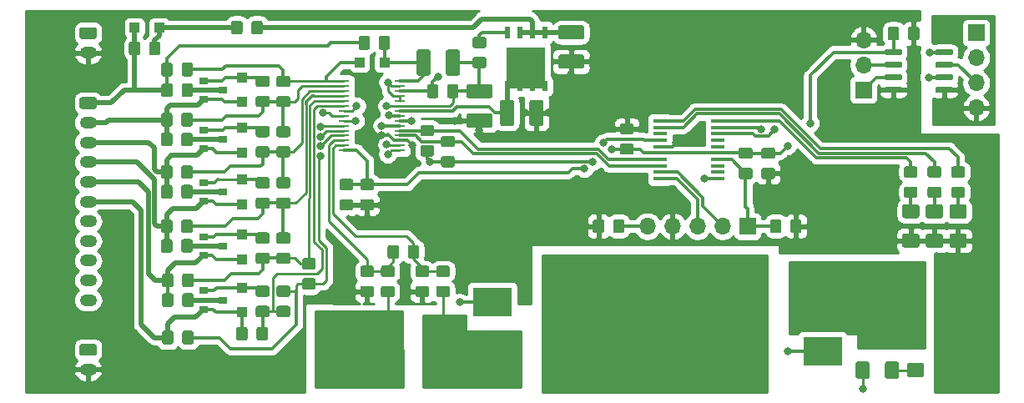
<source format=gbr>
G04 #@! TF.GenerationSoftware,KiCad,Pcbnew,5.1.5-52549c5~84~ubuntu18.04.1*
G04 #@! TF.CreationDate,2020-01-22T13:17:15+02:00*
G04 #@! TF.ProjectId,bms_10s,626d735f-3130-4732-9e6b-696361645f70,rev?*
G04 #@! TF.SameCoordinates,Original*
G04 #@! TF.FileFunction,Copper,L1,Top*
G04 #@! TF.FilePolarity,Positive*
%FSLAX46Y46*%
G04 Gerber Fmt 4.6, Leading zero omitted, Abs format (unit mm)*
G04 Created by KiCad (PCBNEW 5.1.5-52549c5~84~ubuntu18.04.1) date 2020-01-22 13:17:15*
%MOMM*%
%LPD*%
G04 APERTURE LIST*
%ADD10R,1.100000X0.285000*%
%ADD11C,0.100000*%
%ADD12R,1.000000X1.000000*%
%ADD13O,1.750000X1.200000*%
%ADD14C,5.000000*%
%ADD15R,1.700000X1.700000*%
%ADD16O,1.700000X1.700000*%
%ADD17R,0.900000X0.800000*%
%ADD18R,10.000000X12.000000*%
%ADD19R,4.000000X3.000000*%
%ADD20R,2.700000X6.200000*%
%ADD21R,0.610000X1.270000*%
%ADD22R,0.610000X1.020000*%
%ADD23R,3.910000X3.810000*%
%ADD24R,1.450000X0.450000*%
%ADD25C,0.800000*%
%ADD26C,0.300000*%
%ADD27C,0.250000*%
%ADD28C,0.500000*%
%ADD29C,0.254000*%
G04 APERTURE END LIST*
D10*
X58650000Y-34800000D03*
X58650000Y-34300000D03*
X58650000Y-33800000D03*
X58650000Y-33300000D03*
X58650000Y-32800000D03*
X58650000Y-32300000D03*
X58650000Y-31800000D03*
X58650000Y-31300000D03*
X58650000Y-30800000D03*
X58650000Y-30300000D03*
X58650000Y-29800000D03*
X58650000Y-29300000D03*
X58650000Y-28800000D03*
X58650000Y-28300000D03*
X58650000Y-27800000D03*
X52950000Y-27800000D03*
X52950000Y-28300000D03*
X52950000Y-28800000D03*
X52950000Y-29300000D03*
X52950000Y-29800000D03*
X52950000Y-30300000D03*
X52950000Y-30800000D03*
X52950000Y-31300000D03*
X52950000Y-31800000D03*
X52950000Y-32300000D03*
X52950000Y-32800000D03*
X52950000Y-33300000D03*
X52950000Y-33800000D03*
X52950000Y-34300000D03*
X52950000Y-34800000D03*
G04 #@! TA.AperFunction,SMDPad,CuDef*
D11*
G36*
X49874505Y-45726204D02*
G01*
X49898773Y-45729804D01*
X49922572Y-45735765D01*
X49945671Y-45744030D01*
X49967850Y-45754520D01*
X49988893Y-45767132D01*
X50008599Y-45781747D01*
X50026777Y-45798223D01*
X50043253Y-45816401D01*
X50057868Y-45836107D01*
X50070480Y-45857150D01*
X50080970Y-45879329D01*
X50089235Y-45902428D01*
X50095196Y-45926227D01*
X50098796Y-45950495D01*
X50100000Y-45974999D01*
X50100000Y-46625001D01*
X50098796Y-46649505D01*
X50095196Y-46673773D01*
X50089235Y-46697572D01*
X50080970Y-46720671D01*
X50070480Y-46742850D01*
X50057868Y-46763893D01*
X50043253Y-46783599D01*
X50026777Y-46801777D01*
X50008599Y-46818253D01*
X49988893Y-46832868D01*
X49967850Y-46845480D01*
X49945671Y-46855970D01*
X49922572Y-46864235D01*
X49898773Y-46870196D01*
X49874505Y-46873796D01*
X49850001Y-46875000D01*
X48949999Y-46875000D01*
X48925495Y-46873796D01*
X48901227Y-46870196D01*
X48877428Y-46864235D01*
X48854329Y-46855970D01*
X48832150Y-46845480D01*
X48811107Y-46832868D01*
X48791401Y-46818253D01*
X48773223Y-46801777D01*
X48756747Y-46783599D01*
X48742132Y-46763893D01*
X48729520Y-46742850D01*
X48719030Y-46720671D01*
X48710765Y-46697572D01*
X48704804Y-46673773D01*
X48701204Y-46649505D01*
X48700000Y-46625001D01*
X48700000Y-45974999D01*
X48701204Y-45950495D01*
X48704804Y-45926227D01*
X48710765Y-45902428D01*
X48719030Y-45879329D01*
X48729520Y-45857150D01*
X48742132Y-45836107D01*
X48756747Y-45816401D01*
X48773223Y-45798223D01*
X48791401Y-45781747D01*
X48811107Y-45767132D01*
X48832150Y-45754520D01*
X48854329Y-45744030D01*
X48877428Y-45735765D01*
X48901227Y-45729804D01*
X48925495Y-45726204D01*
X48949999Y-45725000D01*
X49850001Y-45725000D01*
X49874505Y-45726204D01*
G37*
G04 #@! TD.AperFunction*
G04 #@! TA.AperFunction,SMDPad,CuDef*
G36*
X49874505Y-47776204D02*
G01*
X49898773Y-47779804D01*
X49922572Y-47785765D01*
X49945671Y-47794030D01*
X49967850Y-47804520D01*
X49988893Y-47817132D01*
X50008599Y-47831747D01*
X50026777Y-47848223D01*
X50043253Y-47866401D01*
X50057868Y-47886107D01*
X50070480Y-47907150D01*
X50080970Y-47929329D01*
X50089235Y-47952428D01*
X50095196Y-47976227D01*
X50098796Y-48000495D01*
X50100000Y-48024999D01*
X50100000Y-48675001D01*
X50098796Y-48699505D01*
X50095196Y-48723773D01*
X50089235Y-48747572D01*
X50080970Y-48770671D01*
X50070480Y-48792850D01*
X50057868Y-48813893D01*
X50043253Y-48833599D01*
X50026777Y-48851777D01*
X50008599Y-48868253D01*
X49988893Y-48882868D01*
X49967850Y-48895480D01*
X49945671Y-48905970D01*
X49922572Y-48914235D01*
X49898773Y-48920196D01*
X49874505Y-48923796D01*
X49850001Y-48925000D01*
X48949999Y-48925000D01*
X48925495Y-48923796D01*
X48901227Y-48920196D01*
X48877428Y-48914235D01*
X48854329Y-48905970D01*
X48832150Y-48895480D01*
X48811107Y-48882868D01*
X48791401Y-48868253D01*
X48773223Y-48851777D01*
X48756747Y-48833599D01*
X48742132Y-48813893D01*
X48729520Y-48792850D01*
X48719030Y-48770671D01*
X48710765Y-48747572D01*
X48704804Y-48723773D01*
X48701204Y-48699505D01*
X48700000Y-48675001D01*
X48700000Y-48024999D01*
X48701204Y-48000495D01*
X48704804Y-47976227D01*
X48710765Y-47952428D01*
X48719030Y-47929329D01*
X48729520Y-47907150D01*
X48742132Y-47886107D01*
X48756747Y-47866401D01*
X48773223Y-47848223D01*
X48791401Y-47831747D01*
X48811107Y-47817132D01*
X48832150Y-47804520D01*
X48854329Y-47794030D01*
X48877428Y-47785765D01*
X48901227Y-47779804D01*
X48925495Y-47776204D01*
X48949999Y-47775000D01*
X49850001Y-47775000D01*
X49874505Y-47776204D01*
G37*
G04 #@! TD.AperFunction*
G04 #@! TA.AperFunction,SMDPad,CuDef*
G36*
X47274505Y-29276204D02*
G01*
X47298773Y-29279804D01*
X47322572Y-29285765D01*
X47345671Y-29294030D01*
X47367850Y-29304520D01*
X47388893Y-29317132D01*
X47408599Y-29331747D01*
X47426777Y-29348223D01*
X47443253Y-29366401D01*
X47457868Y-29386107D01*
X47470480Y-29407150D01*
X47480970Y-29429329D01*
X47489235Y-29452428D01*
X47495196Y-29476227D01*
X47498796Y-29500495D01*
X47500000Y-29524999D01*
X47500000Y-30175001D01*
X47498796Y-30199505D01*
X47495196Y-30223773D01*
X47489235Y-30247572D01*
X47480970Y-30270671D01*
X47470480Y-30292850D01*
X47457868Y-30313893D01*
X47443253Y-30333599D01*
X47426777Y-30351777D01*
X47408599Y-30368253D01*
X47388893Y-30382868D01*
X47367850Y-30395480D01*
X47345671Y-30405970D01*
X47322572Y-30414235D01*
X47298773Y-30420196D01*
X47274505Y-30423796D01*
X47250001Y-30425000D01*
X46349999Y-30425000D01*
X46325495Y-30423796D01*
X46301227Y-30420196D01*
X46277428Y-30414235D01*
X46254329Y-30405970D01*
X46232150Y-30395480D01*
X46211107Y-30382868D01*
X46191401Y-30368253D01*
X46173223Y-30351777D01*
X46156747Y-30333599D01*
X46142132Y-30313893D01*
X46129520Y-30292850D01*
X46119030Y-30270671D01*
X46110765Y-30247572D01*
X46104804Y-30223773D01*
X46101204Y-30199505D01*
X46100000Y-30175001D01*
X46100000Y-29524999D01*
X46101204Y-29500495D01*
X46104804Y-29476227D01*
X46110765Y-29452428D01*
X46119030Y-29429329D01*
X46129520Y-29407150D01*
X46142132Y-29386107D01*
X46156747Y-29366401D01*
X46173223Y-29348223D01*
X46191401Y-29331747D01*
X46211107Y-29317132D01*
X46232150Y-29304520D01*
X46254329Y-29294030D01*
X46277428Y-29285765D01*
X46301227Y-29279804D01*
X46325495Y-29276204D01*
X46349999Y-29275000D01*
X47250001Y-29275000D01*
X47274505Y-29276204D01*
G37*
G04 #@! TD.AperFunction*
G04 #@! TA.AperFunction,SMDPad,CuDef*
G36*
X47274505Y-27226204D02*
G01*
X47298773Y-27229804D01*
X47322572Y-27235765D01*
X47345671Y-27244030D01*
X47367850Y-27254520D01*
X47388893Y-27267132D01*
X47408599Y-27281747D01*
X47426777Y-27298223D01*
X47443253Y-27316401D01*
X47457868Y-27336107D01*
X47470480Y-27357150D01*
X47480970Y-27379329D01*
X47489235Y-27402428D01*
X47495196Y-27426227D01*
X47498796Y-27450495D01*
X47500000Y-27474999D01*
X47500000Y-28125001D01*
X47498796Y-28149505D01*
X47495196Y-28173773D01*
X47489235Y-28197572D01*
X47480970Y-28220671D01*
X47470480Y-28242850D01*
X47457868Y-28263893D01*
X47443253Y-28283599D01*
X47426777Y-28301777D01*
X47408599Y-28318253D01*
X47388893Y-28332868D01*
X47367850Y-28345480D01*
X47345671Y-28355970D01*
X47322572Y-28364235D01*
X47298773Y-28370196D01*
X47274505Y-28373796D01*
X47250001Y-28375000D01*
X46349999Y-28375000D01*
X46325495Y-28373796D01*
X46301227Y-28370196D01*
X46277428Y-28364235D01*
X46254329Y-28355970D01*
X46232150Y-28345480D01*
X46211107Y-28332868D01*
X46191401Y-28318253D01*
X46173223Y-28301777D01*
X46156747Y-28283599D01*
X46142132Y-28263893D01*
X46129520Y-28242850D01*
X46119030Y-28220671D01*
X46110765Y-28197572D01*
X46104804Y-28173773D01*
X46101204Y-28149505D01*
X46100000Y-28125001D01*
X46100000Y-27474999D01*
X46101204Y-27450495D01*
X46104804Y-27426227D01*
X46110765Y-27402428D01*
X46119030Y-27379329D01*
X46129520Y-27357150D01*
X46142132Y-27336107D01*
X46156747Y-27316401D01*
X46173223Y-27298223D01*
X46191401Y-27281747D01*
X46211107Y-27267132D01*
X46232150Y-27254520D01*
X46254329Y-27244030D01*
X46277428Y-27235765D01*
X46301227Y-27229804D01*
X46325495Y-27226204D01*
X46349999Y-27225000D01*
X47250001Y-27225000D01*
X47274505Y-27226204D01*
G37*
G04 #@! TD.AperFunction*
G04 #@! TA.AperFunction,SMDPad,CuDef*
G36*
X47274505Y-32326204D02*
G01*
X47298773Y-32329804D01*
X47322572Y-32335765D01*
X47345671Y-32344030D01*
X47367850Y-32354520D01*
X47388893Y-32367132D01*
X47408599Y-32381747D01*
X47426777Y-32398223D01*
X47443253Y-32416401D01*
X47457868Y-32436107D01*
X47470480Y-32457150D01*
X47480970Y-32479329D01*
X47489235Y-32502428D01*
X47495196Y-32526227D01*
X47498796Y-32550495D01*
X47500000Y-32574999D01*
X47500000Y-33225001D01*
X47498796Y-33249505D01*
X47495196Y-33273773D01*
X47489235Y-33297572D01*
X47480970Y-33320671D01*
X47470480Y-33342850D01*
X47457868Y-33363893D01*
X47443253Y-33383599D01*
X47426777Y-33401777D01*
X47408599Y-33418253D01*
X47388893Y-33432868D01*
X47367850Y-33445480D01*
X47345671Y-33455970D01*
X47322572Y-33464235D01*
X47298773Y-33470196D01*
X47274505Y-33473796D01*
X47250001Y-33475000D01*
X46349999Y-33475000D01*
X46325495Y-33473796D01*
X46301227Y-33470196D01*
X46277428Y-33464235D01*
X46254329Y-33455970D01*
X46232150Y-33445480D01*
X46211107Y-33432868D01*
X46191401Y-33418253D01*
X46173223Y-33401777D01*
X46156747Y-33383599D01*
X46142132Y-33363893D01*
X46129520Y-33342850D01*
X46119030Y-33320671D01*
X46110765Y-33297572D01*
X46104804Y-33273773D01*
X46101204Y-33249505D01*
X46100000Y-33225001D01*
X46100000Y-32574999D01*
X46101204Y-32550495D01*
X46104804Y-32526227D01*
X46110765Y-32502428D01*
X46119030Y-32479329D01*
X46129520Y-32457150D01*
X46142132Y-32436107D01*
X46156747Y-32416401D01*
X46173223Y-32398223D01*
X46191401Y-32381747D01*
X46211107Y-32367132D01*
X46232150Y-32354520D01*
X46254329Y-32344030D01*
X46277428Y-32335765D01*
X46301227Y-32329804D01*
X46325495Y-32326204D01*
X46349999Y-32325000D01*
X47250001Y-32325000D01*
X47274505Y-32326204D01*
G37*
G04 #@! TD.AperFunction*
G04 #@! TA.AperFunction,SMDPad,CuDef*
G36*
X47274505Y-34376204D02*
G01*
X47298773Y-34379804D01*
X47322572Y-34385765D01*
X47345671Y-34394030D01*
X47367850Y-34404520D01*
X47388893Y-34417132D01*
X47408599Y-34431747D01*
X47426777Y-34448223D01*
X47443253Y-34466401D01*
X47457868Y-34486107D01*
X47470480Y-34507150D01*
X47480970Y-34529329D01*
X47489235Y-34552428D01*
X47495196Y-34576227D01*
X47498796Y-34600495D01*
X47500000Y-34624999D01*
X47500000Y-35275001D01*
X47498796Y-35299505D01*
X47495196Y-35323773D01*
X47489235Y-35347572D01*
X47480970Y-35370671D01*
X47470480Y-35392850D01*
X47457868Y-35413893D01*
X47443253Y-35433599D01*
X47426777Y-35451777D01*
X47408599Y-35468253D01*
X47388893Y-35482868D01*
X47367850Y-35495480D01*
X47345671Y-35505970D01*
X47322572Y-35514235D01*
X47298773Y-35520196D01*
X47274505Y-35523796D01*
X47250001Y-35525000D01*
X46349999Y-35525000D01*
X46325495Y-35523796D01*
X46301227Y-35520196D01*
X46277428Y-35514235D01*
X46254329Y-35505970D01*
X46232150Y-35495480D01*
X46211107Y-35482868D01*
X46191401Y-35468253D01*
X46173223Y-35451777D01*
X46156747Y-35433599D01*
X46142132Y-35413893D01*
X46129520Y-35392850D01*
X46119030Y-35370671D01*
X46110765Y-35347572D01*
X46104804Y-35323773D01*
X46101204Y-35299505D01*
X46100000Y-35275001D01*
X46100000Y-34624999D01*
X46101204Y-34600495D01*
X46104804Y-34576227D01*
X46110765Y-34552428D01*
X46119030Y-34529329D01*
X46129520Y-34507150D01*
X46142132Y-34486107D01*
X46156747Y-34466401D01*
X46173223Y-34448223D01*
X46191401Y-34431747D01*
X46211107Y-34417132D01*
X46232150Y-34404520D01*
X46254329Y-34394030D01*
X46277428Y-34385765D01*
X46301227Y-34379804D01*
X46325495Y-34376204D01*
X46349999Y-34375000D01*
X47250001Y-34375000D01*
X47274505Y-34376204D01*
G37*
G04 #@! TD.AperFunction*
G04 #@! TA.AperFunction,SMDPad,CuDef*
G36*
X47274505Y-39576204D02*
G01*
X47298773Y-39579804D01*
X47322572Y-39585765D01*
X47345671Y-39594030D01*
X47367850Y-39604520D01*
X47388893Y-39617132D01*
X47408599Y-39631747D01*
X47426777Y-39648223D01*
X47443253Y-39666401D01*
X47457868Y-39686107D01*
X47470480Y-39707150D01*
X47480970Y-39729329D01*
X47489235Y-39752428D01*
X47495196Y-39776227D01*
X47498796Y-39800495D01*
X47500000Y-39824999D01*
X47500000Y-40475001D01*
X47498796Y-40499505D01*
X47495196Y-40523773D01*
X47489235Y-40547572D01*
X47480970Y-40570671D01*
X47470480Y-40592850D01*
X47457868Y-40613893D01*
X47443253Y-40633599D01*
X47426777Y-40651777D01*
X47408599Y-40668253D01*
X47388893Y-40682868D01*
X47367850Y-40695480D01*
X47345671Y-40705970D01*
X47322572Y-40714235D01*
X47298773Y-40720196D01*
X47274505Y-40723796D01*
X47250001Y-40725000D01*
X46349999Y-40725000D01*
X46325495Y-40723796D01*
X46301227Y-40720196D01*
X46277428Y-40714235D01*
X46254329Y-40705970D01*
X46232150Y-40695480D01*
X46211107Y-40682868D01*
X46191401Y-40668253D01*
X46173223Y-40651777D01*
X46156747Y-40633599D01*
X46142132Y-40613893D01*
X46129520Y-40592850D01*
X46119030Y-40570671D01*
X46110765Y-40547572D01*
X46104804Y-40523773D01*
X46101204Y-40499505D01*
X46100000Y-40475001D01*
X46100000Y-39824999D01*
X46101204Y-39800495D01*
X46104804Y-39776227D01*
X46110765Y-39752428D01*
X46119030Y-39729329D01*
X46129520Y-39707150D01*
X46142132Y-39686107D01*
X46156747Y-39666401D01*
X46173223Y-39648223D01*
X46191401Y-39631747D01*
X46211107Y-39617132D01*
X46232150Y-39604520D01*
X46254329Y-39594030D01*
X46277428Y-39585765D01*
X46301227Y-39579804D01*
X46325495Y-39576204D01*
X46349999Y-39575000D01*
X47250001Y-39575000D01*
X47274505Y-39576204D01*
G37*
G04 #@! TD.AperFunction*
G04 #@! TA.AperFunction,SMDPad,CuDef*
G36*
X47274505Y-37526204D02*
G01*
X47298773Y-37529804D01*
X47322572Y-37535765D01*
X47345671Y-37544030D01*
X47367850Y-37554520D01*
X47388893Y-37567132D01*
X47408599Y-37581747D01*
X47426777Y-37598223D01*
X47443253Y-37616401D01*
X47457868Y-37636107D01*
X47470480Y-37657150D01*
X47480970Y-37679329D01*
X47489235Y-37702428D01*
X47495196Y-37726227D01*
X47498796Y-37750495D01*
X47500000Y-37774999D01*
X47500000Y-38425001D01*
X47498796Y-38449505D01*
X47495196Y-38473773D01*
X47489235Y-38497572D01*
X47480970Y-38520671D01*
X47470480Y-38542850D01*
X47457868Y-38563893D01*
X47443253Y-38583599D01*
X47426777Y-38601777D01*
X47408599Y-38618253D01*
X47388893Y-38632868D01*
X47367850Y-38645480D01*
X47345671Y-38655970D01*
X47322572Y-38664235D01*
X47298773Y-38670196D01*
X47274505Y-38673796D01*
X47250001Y-38675000D01*
X46349999Y-38675000D01*
X46325495Y-38673796D01*
X46301227Y-38670196D01*
X46277428Y-38664235D01*
X46254329Y-38655970D01*
X46232150Y-38645480D01*
X46211107Y-38632868D01*
X46191401Y-38618253D01*
X46173223Y-38601777D01*
X46156747Y-38583599D01*
X46142132Y-38563893D01*
X46129520Y-38542850D01*
X46119030Y-38520671D01*
X46110765Y-38497572D01*
X46104804Y-38473773D01*
X46101204Y-38449505D01*
X46100000Y-38425001D01*
X46100000Y-37774999D01*
X46101204Y-37750495D01*
X46104804Y-37726227D01*
X46110765Y-37702428D01*
X46119030Y-37679329D01*
X46129520Y-37657150D01*
X46142132Y-37636107D01*
X46156747Y-37616401D01*
X46173223Y-37598223D01*
X46191401Y-37581747D01*
X46211107Y-37567132D01*
X46232150Y-37554520D01*
X46254329Y-37544030D01*
X46277428Y-37535765D01*
X46301227Y-37529804D01*
X46325495Y-37526204D01*
X46349999Y-37525000D01*
X47250001Y-37525000D01*
X47274505Y-37526204D01*
G37*
G04 #@! TD.AperFunction*
G04 #@! TA.AperFunction,SMDPad,CuDef*
G36*
X47274505Y-45176204D02*
G01*
X47298773Y-45179804D01*
X47322572Y-45185765D01*
X47345671Y-45194030D01*
X47367850Y-45204520D01*
X47388893Y-45217132D01*
X47408599Y-45231747D01*
X47426777Y-45248223D01*
X47443253Y-45266401D01*
X47457868Y-45286107D01*
X47470480Y-45307150D01*
X47480970Y-45329329D01*
X47489235Y-45352428D01*
X47495196Y-45376227D01*
X47498796Y-45400495D01*
X47500000Y-45424999D01*
X47500000Y-46075001D01*
X47498796Y-46099505D01*
X47495196Y-46123773D01*
X47489235Y-46147572D01*
X47480970Y-46170671D01*
X47470480Y-46192850D01*
X47457868Y-46213893D01*
X47443253Y-46233599D01*
X47426777Y-46251777D01*
X47408599Y-46268253D01*
X47388893Y-46282868D01*
X47367850Y-46295480D01*
X47345671Y-46305970D01*
X47322572Y-46314235D01*
X47298773Y-46320196D01*
X47274505Y-46323796D01*
X47250001Y-46325000D01*
X46349999Y-46325000D01*
X46325495Y-46323796D01*
X46301227Y-46320196D01*
X46277428Y-46314235D01*
X46254329Y-46305970D01*
X46232150Y-46295480D01*
X46211107Y-46282868D01*
X46191401Y-46268253D01*
X46173223Y-46251777D01*
X46156747Y-46233599D01*
X46142132Y-46213893D01*
X46129520Y-46192850D01*
X46119030Y-46170671D01*
X46110765Y-46147572D01*
X46104804Y-46123773D01*
X46101204Y-46099505D01*
X46100000Y-46075001D01*
X46100000Y-45424999D01*
X46101204Y-45400495D01*
X46104804Y-45376227D01*
X46110765Y-45352428D01*
X46119030Y-45329329D01*
X46129520Y-45307150D01*
X46142132Y-45286107D01*
X46156747Y-45266401D01*
X46173223Y-45248223D01*
X46191401Y-45231747D01*
X46211107Y-45217132D01*
X46232150Y-45204520D01*
X46254329Y-45194030D01*
X46277428Y-45185765D01*
X46301227Y-45179804D01*
X46325495Y-45176204D01*
X46349999Y-45175000D01*
X47250001Y-45175000D01*
X47274505Y-45176204D01*
G37*
G04 #@! TD.AperFunction*
G04 #@! TA.AperFunction,SMDPad,CuDef*
G36*
X47274505Y-43126204D02*
G01*
X47298773Y-43129804D01*
X47322572Y-43135765D01*
X47345671Y-43144030D01*
X47367850Y-43154520D01*
X47388893Y-43167132D01*
X47408599Y-43181747D01*
X47426777Y-43198223D01*
X47443253Y-43216401D01*
X47457868Y-43236107D01*
X47470480Y-43257150D01*
X47480970Y-43279329D01*
X47489235Y-43302428D01*
X47495196Y-43326227D01*
X47498796Y-43350495D01*
X47500000Y-43374999D01*
X47500000Y-44025001D01*
X47498796Y-44049505D01*
X47495196Y-44073773D01*
X47489235Y-44097572D01*
X47480970Y-44120671D01*
X47470480Y-44142850D01*
X47457868Y-44163893D01*
X47443253Y-44183599D01*
X47426777Y-44201777D01*
X47408599Y-44218253D01*
X47388893Y-44232868D01*
X47367850Y-44245480D01*
X47345671Y-44255970D01*
X47322572Y-44264235D01*
X47298773Y-44270196D01*
X47274505Y-44273796D01*
X47250001Y-44275000D01*
X46349999Y-44275000D01*
X46325495Y-44273796D01*
X46301227Y-44270196D01*
X46277428Y-44264235D01*
X46254329Y-44255970D01*
X46232150Y-44245480D01*
X46211107Y-44232868D01*
X46191401Y-44218253D01*
X46173223Y-44201777D01*
X46156747Y-44183599D01*
X46142132Y-44163893D01*
X46129520Y-44142850D01*
X46119030Y-44120671D01*
X46110765Y-44097572D01*
X46104804Y-44073773D01*
X46101204Y-44049505D01*
X46100000Y-44025001D01*
X46100000Y-43374999D01*
X46101204Y-43350495D01*
X46104804Y-43326227D01*
X46110765Y-43302428D01*
X46119030Y-43279329D01*
X46129520Y-43257150D01*
X46142132Y-43236107D01*
X46156747Y-43216401D01*
X46173223Y-43198223D01*
X46191401Y-43181747D01*
X46211107Y-43167132D01*
X46232150Y-43154520D01*
X46254329Y-43144030D01*
X46277428Y-43135765D01*
X46301227Y-43129804D01*
X46325495Y-43126204D01*
X46349999Y-43125000D01*
X47250001Y-43125000D01*
X47274505Y-43126204D01*
G37*
G04 #@! TD.AperFunction*
G04 #@! TA.AperFunction,SMDPad,CuDef*
G36*
X47274505Y-50576204D02*
G01*
X47298773Y-50579804D01*
X47322572Y-50585765D01*
X47345671Y-50594030D01*
X47367850Y-50604520D01*
X47388893Y-50617132D01*
X47408599Y-50631747D01*
X47426777Y-50648223D01*
X47443253Y-50666401D01*
X47457868Y-50686107D01*
X47470480Y-50707150D01*
X47480970Y-50729329D01*
X47489235Y-50752428D01*
X47495196Y-50776227D01*
X47498796Y-50800495D01*
X47500000Y-50824999D01*
X47500000Y-51475001D01*
X47498796Y-51499505D01*
X47495196Y-51523773D01*
X47489235Y-51547572D01*
X47480970Y-51570671D01*
X47470480Y-51592850D01*
X47457868Y-51613893D01*
X47443253Y-51633599D01*
X47426777Y-51651777D01*
X47408599Y-51668253D01*
X47388893Y-51682868D01*
X47367850Y-51695480D01*
X47345671Y-51705970D01*
X47322572Y-51714235D01*
X47298773Y-51720196D01*
X47274505Y-51723796D01*
X47250001Y-51725000D01*
X46349999Y-51725000D01*
X46325495Y-51723796D01*
X46301227Y-51720196D01*
X46277428Y-51714235D01*
X46254329Y-51705970D01*
X46232150Y-51695480D01*
X46211107Y-51682868D01*
X46191401Y-51668253D01*
X46173223Y-51651777D01*
X46156747Y-51633599D01*
X46142132Y-51613893D01*
X46129520Y-51592850D01*
X46119030Y-51570671D01*
X46110765Y-51547572D01*
X46104804Y-51523773D01*
X46101204Y-51499505D01*
X46100000Y-51475001D01*
X46100000Y-50824999D01*
X46101204Y-50800495D01*
X46104804Y-50776227D01*
X46110765Y-50752428D01*
X46119030Y-50729329D01*
X46129520Y-50707150D01*
X46142132Y-50686107D01*
X46156747Y-50666401D01*
X46173223Y-50648223D01*
X46191401Y-50631747D01*
X46211107Y-50617132D01*
X46232150Y-50604520D01*
X46254329Y-50594030D01*
X46277428Y-50585765D01*
X46301227Y-50579804D01*
X46325495Y-50576204D01*
X46349999Y-50575000D01*
X47250001Y-50575000D01*
X47274505Y-50576204D01*
G37*
G04 #@! TD.AperFunction*
G04 #@! TA.AperFunction,SMDPad,CuDef*
G36*
X47274505Y-48526204D02*
G01*
X47298773Y-48529804D01*
X47322572Y-48535765D01*
X47345671Y-48544030D01*
X47367850Y-48554520D01*
X47388893Y-48567132D01*
X47408599Y-48581747D01*
X47426777Y-48598223D01*
X47443253Y-48616401D01*
X47457868Y-48636107D01*
X47470480Y-48657150D01*
X47480970Y-48679329D01*
X47489235Y-48702428D01*
X47495196Y-48726227D01*
X47498796Y-48750495D01*
X47500000Y-48774999D01*
X47500000Y-49425001D01*
X47498796Y-49449505D01*
X47495196Y-49473773D01*
X47489235Y-49497572D01*
X47480970Y-49520671D01*
X47470480Y-49542850D01*
X47457868Y-49563893D01*
X47443253Y-49583599D01*
X47426777Y-49601777D01*
X47408599Y-49618253D01*
X47388893Y-49632868D01*
X47367850Y-49645480D01*
X47345671Y-49655970D01*
X47322572Y-49664235D01*
X47298773Y-49670196D01*
X47274505Y-49673796D01*
X47250001Y-49675000D01*
X46349999Y-49675000D01*
X46325495Y-49673796D01*
X46301227Y-49670196D01*
X46277428Y-49664235D01*
X46254329Y-49655970D01*
X46232150Y-49645480D01*
X46211107Y-49632868D01*
X46191401Y-49618253D01*
X46173223Y-49601777D01*
X46156747Y-49583599D01*
X46142132Y-49563893D01*
X46129520Y-49542850D01*
X46119030Y-49520671D01*
X46110765Y-49497572D01*
X46104804Y-49473773D01*
X46101204Y-49449505D01*
X46100000Y-49425001D01*
X46100000Y-48774999D01*
X46101204Y-48750495D01*
X46104804Y-48726227D01*
X46110765Y-48702428D01*
X46119030Y-48679329D01*
X46129520Y-48657150D01*
X46142132Y-48636107D01*
X46156747Y-48616401D01*
X46173223Y-48598223D01*
X46191401Y-48581747D01*
X46211107Y-48567132D01*
X46232150Y-48554520D01*
X46254329Y-48544030D01*
X46277428Y-48535765D01*
X46301227Y-48529804D01*
X46325495Y-48526204D01*
X46349999Y-48525000D01*
X47250001Y-48525000D01*
X47274505Y-48526204D01*
G37*
G04 #@! TD.AperFunction*
G04 #@! TA.AperFunction,SMDPad,CuDef*
G36*
X55774505Y-48551204D02*
G01*
X55798773Y-48554804D01*
X55822572Y-48560765D01*
X55845671Y-48569030D01*
X55867850Y-48579520D01*
X55888893Y-48592132D01*
X55908599Y-48606747D01*
X55926777Y-48623223D01*
X55943253Y-48641401D01*
X55957868Y-48661107D01*
X55970480Y-48682150D01*
X55980970Y-48704329D01*
X55989235Y-48727428D01*
X55995196Y-48751227D01*
X55998796Y-48775495D01*
X56000000Y-48799999D01*
X56000000Y-49450001D01*
X55998796Y-49474505D01*
X55995196Y-49498773D01*
X55989235Y-49522572D01*
X55980970Y-49545671D01*
X55970480Y-49567850D01*
X55957868Y-49588893D01*
X55943253Y-49608599D01*
X55926777Y-49626777D01*
X55908599Y-49643253D01*
X55888893Y-49657868D01*
X55867850Y-49670480D01*
X55845671Y-49680970D01*
X55822572Y-49689235D01*
X55798773Y-49695196D01*
X55774505Y-49698796D01*
X55750001Y-49700000D01*
X54849999Y-49700000D01*
X54825495Y-49698796D01*
X54801227Y-49695196D01*
X54777428Y-49689235D01*
X54754329Y-49680970D01*
X54732150Y-49670480D01*
X54711107Y-49657868D01*
X54691401Y-49643253D01*
X54673223Y-49626777D01*
X54656747Y-49608599D01*
X54642132Y-49588893D01*
X54629520Y-49567850D01*
X54619030Y-49545671D01*
X54610765Y-49522572D01*
X54604804Y-49498773D01*
X54601204Y-49474505D01*
X54600000Y-49450001D01*
X54600000Y-48799999D01*
X54601204Y-48775495D01*
X54604804Y-48751227D01*
X54610765Y-48727428D01*
X54619030Y-48704329D01*
X54629520Y-48682150D01*
X54642132Y-48661107D01*
X54656747Y-48641401D01*
X54673223Y-48623223D01*
X54691401Y-48606747D01*
X54711107Y-48592132D01*
X54732150Y-48579520D01*
X54754329Y-48569030D01*
X54777428Y-48560765D01*
X54801227Y-48554804D01*
X54825495Y-48551204D01*
X54849999Y-48550000D01*
X55750001Y-48550000D01*
X55774505Y-48551204D01*
G37*
G04 #@! TD.AperFunction*
G04 #@! TA.AperFunction,SMDPad,CuDef*
G36*
X55774505Y-46501204D02*
G01*
X55798773Y-46504804D01*
X55822572Y-46510765D01*
X55845671Y-46519030D01*
X55867850Y-46529520D01*
X55888893Y-46542132D01*
X55908599Y-46556747D01*
X55926777Y-46573223D01*
X55943253Y-46591401D01*
X55957868Y-46611107D01*
X55970480Y-46632150D01*
X55980970Y-46654329D01*
X55989235Y-46677428D01*
X55995196Y-46701227D01*
X55998796Y-46725495D01*
X56000000Y-46749999D01*
X56000000Y-47400001D01*
X55998796Y-47424505D01*
X55995196Y-47448773D01*
X55989235Y-47472572D01*
X55980970Y-47495671D01*
X55970480Y-47517850D01*
X55957868Y-47538893D01*
X55943253Y-47558599D01*
X55926777Y-47576777D01*
X55908599Y-47593253D01*
X55888893Y-47607868D01*
X55867850Y-47620480D01*
X55845671Y-47630970D01*
X55822572Y-47639235D01*
X55798773Y-47645196D01*
X55774505Y-47648796D01*
X55750001Y-47650000D01*
X54849999Y-47650000D01*
X54825495Y-47648796D01*
X54801227Y-47645196D01*
X54777428Y-47639235D01*
X54754329Y-47630970D01*
X54732150Y-47620480D01*
X54711107Y-47607868D01*
X54691401Y-47593253D01*
X54673223Y-47576777D01*
X54656747Y-47558599D01*
X54642132Y-47538893D01*
X54629520Y-47517850D01*
X54619030Y-47495671D01*
X54610765Y-47472572D01*
X54604804Y-47448773D01*
X54601204Y-47424505D01*
X54600000Y-47400001D01*
X54600000Y-46749999D01*
X54601204Y-46725495D01*
X54604804Y-46701227D01*
X54610765Y-46677428D01*
X54619030Y-46654329D01*
X54629520Y-46632150D01*
X54642132Y-46611107D01*
X54656747Y-46591401D01*
X54673223Y-46573223D01*
X54691401Y-46556747D01*
X54711107Y-46542132D01*
X54732150Y-46529520D01*
X54754329Y-46519030D01*
X54777428Y-46510765D01*
X54801227Y-46504804D01*
X54825495Y-46501204D01*
X54849999Y-46500000D01*
X55750001Y-46500000D01*
X55774505Y-46501204D01*
G37*
G04 #@! TD.AperFunction*
G04 #@! TA.AperFunction,SMDPad,CuDef*
G36*
X58299505Y-44401204D02*
G01*
X58323773Y-44404804D01*
X58347572Y-44410765D01*
X58370671Y-44419030D01*
X58392850Y-44429520D01*
X58413893Y-44442132D01*
X58433599Y-44456747D01*
X58451777Y-44473223D01*
X58468253Y-44491401D01*
X58482868Y-44511107D01*
X58495480Y-44532150D01*
X58505970Y-44554329D01*
X58514235Y-44577428D01*
X58520196Y-44601227D01*
X58523796Y-44625495D01*
X58525000Y-44649999D01*
X58525000Y-45550001D01*
X58523796Y-45574505D01*
X58520196Y-45598773D01*
X58514235Y-45622572D01*
X58505970Y-45645671D01*
X58495480Y-45667850D01*
X58482868Y-45688893D01*
X58468253Y-45708599D01*
X58451777Y-45726777D01*
X58433599Y-45743253D01*
X58413893Y-45757868D01*
X58392850Y-45770480D01*
X58370671Y-45780970D01*
X58347572Y-45789235D01*
X58323773Y-45795196D01*
X58299505Y-45798796D01*
X58275001Y-45800000D01*
X57624999Y-45800000D01*
X57600495Y-45798796D01*
X57576227Y-45795196D01*
X57552428Y-45789235D01*
X57529329Y-45780970D01*
X57507150Y-45770480D01*
X57486107Y-45757868D01*
X57466401Y-45743253D01*
X57448223Y-45726777D01*
X57431747Y-45708599D01*
X57417132Y-45688893D01*
X57404520Y-45667850D01*
X57394030Y-45645671D01*
X57385765Y-45622572D01*
X57379804Y-45598773D01*
X57376204Y-45574505D01*
X57375000Y-45550001D01*
X57375000Y-44649999D01*
X57376204Y-44625495D01*
X57379804Y-44601227D01*
X57385765Y-44577428D01*
X57394030Y-44554329D01*
X57404520Y-44532150D01*
X57417132Y-44511107D01*
X57431747Y-44491401D01*
X57448223Y-44473223D01*
X57466401Y-44456747D01*
X57486107Y-44442132D01*
X57507150Y-44429520D01*
X57529329Y-44419030D01*
X57552428Y-44410765D01*
X57576227Y-44404804D01*
X57600495Y-44401204D01*
X57624999Y-44400000D01*
X58275001Y-44400000D01*
X58299505Y-44401204D01*
G37*
G04 #@! TD.AperFunction*
G04 #@! TA.AperFunction,SMDPad,CuDef*
G36*
X60349505Y-44401204D02*
G01*
X60373773Y-44404804D01*
X60397572Y-44410765D01*
X60420671Y-44419030D01*
X60442850Y-44429520D01*
X60463893Y-44442132D01*
X60483599Y-44456747D01*
X60501777Y-44473223D01*
X60518253Y-44491401D01*
X60532868Y-44511107D01*
X60545480Y-44532150D01*
X60555970Y-44554329D01*
X60564235Y-44577428D01*
X60570196Y-44601227D01*
X60573796Y-44625495D01*
X60575000Y-44649999D01*
X60575000Y-45550001D01*
X60573796Y-45574505D01*
X60570196Y-45598773D01*
X60564235Y-45622572D01*
X60555970Y-45645671D01*
X60545480Y-45667850D01*
X60532868Y-45688893D01*
X60518253Y-45708599D01*
X60501777Y-45726777D01*
X60483599Y-45743253D01*
X60463893Y-45757868D01*
X60442850Y-45770480D01*
X60420671Y-45780970D01*
X60397572Y-45789235D01*
X60373773Y-45795196D01*
X60349505Y-45798796D01*
X60325001Y-45800000D01*
X59674999Y-45800000D01*
X59650495Y-45798796D01*
X59626227Y-45795196D01*
X59602428Y-45789235D01*
X59579329Y-45780970D01*
X59557150Y-45770480D01*
X59536107Y-45757868D01*
X59516401Y-45743253D01*
X59498223Y-45726777D01*
X59481747Y-45708599D01*
X59467132Y-45688893D01*
X59454520Y-45667850D01*
X59444030Y-45645671D01*
X59435765Y-45622572D01*
X59429804Y-45598773D01*
X59426204Y-45574505D01*
X59425000Y-45550001D01*
X59425000Y-44649999D01*
X59426204Y-44625495D01*
X59429804Y-44601227D01*
X59435765Y-44577428D01*
X59444030Y-44554329D01*
X59454520Y-44532150D01*
X59467132Y-44511107D01*
X59481747Y-44491401D01*
X59498223Y-44473223D01*
X59516401Y-44456747D01*
X59536107Y-44442132D01*
X59557150Y-44429520D01*
X59579329Y-44419030D01*
X59602428Y-44410765D01*
X59626227Y-44404804D01*
X59650495Y-44401204D01*
X59674999Y-44400000D01*
X60325001Y-44400000D01*
X60349505Y-44401204D01*
G37*
G04 #@! TD.AperFunction*
G04 #@! TA.AperFunction,SMDPad,CuDef*
G36*
X61374505Y-46501204D02*
G01*
X61398773Y-46504804D01*
X61422572Y-46510765D01*
X61445671Y-46519030D01*
X61467850Y-46529520D01*
X61488893Y-46542132D01*
X61508599Y-46556747D01*
X61526777Y-46573223D01*
X61543253Y-46591401D01*
X61557868Y-46611107D01*
X61570480Y-46632150D01*
X61580970Y-46654329D01*
X61589235Y-46677428D01*
X61595196Y-46701227D01*
X61598796Y-46725495D01*
X61600000Y-46749999D01*
X61600000Y-47400001D01*
X61598796Y-47424505D01*
X61595196Y-47448773D01*
X61589235Y-47472572D01*
X61580970Y-47495671D01*
X61570480Y-47517850D01*
X61557868Y-47538893D01*
X61543253Y-47558599D01*
X61526777Y-47576777D01*
X61508599Y-47593253D01*
X61488893Y-47607868D01*
X61467850Y-47620480D01*
X61445671Y-47630970D01*
X61422572Y-47639235D01*
X61398773Y-47645196D01*
X61374505Y-47648796D01*
X61350001Y-47650000D01*
X60449999Y-47650000D01*
X60425495Y-47648796D01*
X60401227Y-47645196D01*
X60377428Y-47639235D01*
X60354329Y-47630970D01*
X60332150Y-47620480D01*
X60311107Y-47607868D01*
X60291401Y-47593253D01*
X60273223Y-47576777D01*
X60256747Y-47558599D01*
X60242132Y-47538893D01*
X60229520Y-47517850D01*
X60219030Y-47495671D01*
X60210765Y-47472572D01*
X60204804Y-47448773D01*
X60201204Y-47424505D01*
X60200000Y-47400001D01*
X60200000Y-46749999D01*
X60201204Y-46725495D01*
X60204804Y-46701227D01*
X60210765Y-46677428D01*
X60219030Y-46654329D01*
X60229520Y-46632150D01*
X60242132Y-46611107D01*
X60256747Y-46591401D01*
X60273223Y-46573223D01*
X60291401Y-46556747D01*
X60311107Y-46542132D01*
X60332150Y-46529520D01*
X60354329Y-46519030D01*
X60377428Y-46510765D01*
X60401227Y-46504804D01*
X60425495Y-46501204D01*
X60449999Y-46500000D01*
X61350001Y-46500000D01*
X61374505Y-46501204D01*
G37*
G04 #@! TD.AperFunction*
G04 #@! TA.AperFunction,SMDPad,CuDef*
G36*
X61374505Y-48551204D02*
G01*
X61398773Y-48554804D01*
X61422572Y-48560765D01*
X61445671Y-48569030D01*
X61467850Y-48579520D01*
X61488893Y-48592132D01*
X61508599Y-48606747D01*
X61526777Y-48623223D01*
X61543253Y-48641401D01*
X61557868Y-48661107D01*
X61570480Y-48682150D01*
X61580970Y-48704329D01*
X61589235Y-48727428D01*
X61595196Y-48751227D01*
X61598796Y-48775495D01*
X61600000Y-48799999D01*
X61600000Y-49450001D01*
X61598796Y-49474505D01*
X61595196Y-49498773D01*
X61589235Y-49522572D01*
X61580970Y-49545671D01*
X61570480Y-49567850D01*
X61557868Y-49588893D01*
X61543253Y-49608599D01*
X61526777Y-49626777D01*
X61508599Y-49643253D01*
X61488893Y-49657868D01*
X61467850Y-49670480D01*
X61445671Y-49680970D01*
X61422572Y-49689235D01*
X61398773Y-49695196D01*
X61374505Y-49698796D01*
X61350001Y-49700000D01*
X60449999Y-49700000D01*
X60425495Y-49698796D01*
X60401227Y-49695196D01*
X60377428Y-49689235D01*
X60354329Y-49680970D01*
X60332150Y-49670480D01*
X60311107Y-49657868D01*
X60291401Y-49643253D01*
X60273223Y-49626777D01*
X60256747Y-49608599D01*
X60242132Y-49588893D01*
X60229520Y-49567850D01*
X60219030Y-49545671D01*
X60210765Y-49522572D01*
X60204804Y-49498773D01*
X60201204Y-49474505D01*
X60200000Y-49450001D01*
X60200000Y-48799999D01*
X60201204Y-48775495D01*
X60204804Y-48751227D01*
X60210765Y-48727428D01*
X60219030Y-48704329D01*
X60229520Y-48682150D01*
X60242132Y-48661107D01*
X60256747Y-48641401D01*
X60273223Y-48623223D01*
X60291401Y-48606747D01*
X60311107Y-48592132D01*
X60332150Y-48579520D01*
X60354329Y-48569030D01*
X60377428Y-48560765D01*
X60401227Y-48554804D01*
X60425495Y-48551204D01*
X60449999Y-48550000D01*
X61350001Y-48550000D01*
X61374505Y-48551204D01*
G37*
G04 #@! TD.AperFunction*
G04 #@! TA.AperFunction,SMDPad,CuDef*
G36*
X62299505Y-28101204D02*
G01*
X62323773Y-28104804D01*
X62347572Y-28110765D01*
X62370671Y-28119030D01*
X62392850Y-28129520D01*
X62413893Y-28142132D01*
X62433599Y-28156747D01*
X62451777Y-28173223D01*
X62468253Y-28191401D01*
X62482868Y-28211107D01*
X62495480Y-28232150D01*
X62505970Y-28254329D01*
X62514235Y-28277428D01*
X62520196Y-28301227D01*
X62523796Y-28325495D01*
X62525000Y-28349999D01*
X62525000Y-29250001D01*
X62523796Y-29274505D01*
X62520196Y-29298773D01*
X62514235Y-29322572D01*
X62505970Y-29345671D01*
X62495480Y-29367850D01*
X62482868Y-29388893D01*
X62468253Y-29408599D01*
X62451777Y-29426777D01*
X62433599Y-29443253D01*
X62413893Y-29457868D01*
X62392850Y-29470480D01*
X62370671Y-29480970D01*
X62347572Y-29489235D01*
X62323773Y-29495196D01*
X62299505Y-29498796D01*
X62275001Y-29500000D01*
X61624999Y-29500000D01*
X61600495Y-29498796D01*
X61576227Y-29495196D01*
X61552428Y-29489235D01*
X61529329Y-29480970D01*
X61507150Y-29470480D01*
X61486107Y-29457868D01*
X61466401Y-29443253D01*
X61448223Y-29426777D01*
X61431747Y-29408599D01*
X61417132Y-29388893D01*
X61404520Y-29367850D01*
X61394030Y-29345671D01*
X61385765Y-29322572D01*
X61379804Y-29298773D01*
X61376204Y-29274505D01*
X61375000Y-29250001D01*
X61375000Y-28349999D01*
X61376204Y-28325495D01*
X61379804Y-28301227D01*
X61385765Y-28277428D01*
X61394030Y-28254329D01*
X61404520Y-28232150D01*
X61417132Y-28211107D01*
X61431747Y-28191401D01*
X61448223Y-28173223D01*
X61466401Y-28156747D01*
X61486107Y-28142132D01*
X61507150Y-28129520D01*
X61529329Y-28119030D01*
X61552428Y-28110765D01*
X61576227Y-28104804D01*
X61600495Y-28101204D01*
X61624999Y-28100000D01*
X62275001Y-28100000D01*
X62299505Y-28101204D01*
G37*
G04 #@! TD.AperFunction*
G04 #@! TA.AperFunction,SMDPad,CuDef*
G36*
X64349505Y-28101204D02*
G01*
X64373773Y-28104804D01*
X64397572Y-28110765D01*
X64420671Y-28119030D01*
X64442850Y-28129520D01*
X64463893Y-28142132D01*
X64483599Y-28156747D01*
X64501777Y-28173223D01*
X64518253Y-28191401D01*
X64532868Y-28211107D01*
X64545480Y-28232150D01*
X64555970Y-28254329D01*
X64564235Y-28277428D01*
X64570196Y-28301227D01*
X64573796Y-28325495D01*
X64575000Y-28349999D01*
X64575000Y-29250001D01*
X64573796Y-29274505D01*
X64570196Y-29298773D01*
X64564235Y-29322572D01*
X64555970Y-29345671D01*
X64545480Y-29367850D01*
X64532868Y-29388893D01*
X64518253Y-29408599D01*
X64501777Y-29426777D01*
X64483599Y-29443253D01*
X64463893Y-29457868D01*
X64442850Y-29470480D01*
X64420671Y-29480970D01*
X64397572Y-29489235D01*
X64373773Y-29495196D01*
X64349505Y-29498796D01*
X64325001Y-29500000D01*
X63674999Y-29500000D01*
X63650495Y-29498796D01*
X63626227Y-29495196D01*
X63602428Y-29489235D01*
X63579329Y-29480970D01*
X63557150Y-29470480D01*
X63536107Y-29457868D01*
X63516401Y-29443253D01*
X63498223Y-29426777D01*
X63481747Y-29408599D01*
X63467132Y-29388893D01*
X63454520Y-29367850D01*
X63444030Y-29345671D01*
X63435765Y-29322572D01*
X63429804Y-29298773D01*
X63426204Y-29274505D01*
X63425000Y-29250001D01*
X63425000Y-28349999D01*
X63426204Y-28325495D01*
X63429804Y-28301227D01*
X63435765Y-28277428D01*
X63444030Y-28254329D01*
X63454520Y-28232150D01*
X63467132Y-28211107D01*
X63481747Y-28191401D01*
X63498223Y-28173223D01*
X63516401Y-28156747D01*
X63536107Y-28142132D01*
X63557150Y-28129520D01*
X63579329Y-28119030D01*
X63602428Y-28110765D01*
X63626227Y-28104804D01*
X63650495Y-28101204D01*
X63674999Y-28100000D01*
X64325001Y-28100000D01*
X64349505Y-28101204D01*
G37*
G04 #@! TD.AperFunction*
G04 #@! TA.AperFunction,SMDPad,CuDef*
G36*
X109037004Y-56226204D02*
G01*
X109061273Y-56229804D01*
X109085071Y-56235765D01*
X109108171Y-56244030D01*
X109130349Y-56254520D01*
X109151393Y-56267133D01*
X109171098Y-56281747D01*
X109189277Y-56298223D01*
X109205753Y-56316402D01*
X109220367Y-56336107D01*
X109232980Y-56357151D01*
X109243470Y-56379329D01*
X109251735Y-56402429D01*
X109257696Y-56426227D01*
X109261296Y-56450496D01*
X109262500Y-56475000D01*
X109262500Y-57725000D01*
X109261296Y-57749504D01*
X109257696Y-57773773D01*
X109251735Y-57797571D01*
X109243470Y-57820671D01*
X109232980Y-57842849D01*
X109220367Y-57863893D01*
X109205753Y-57883598D01*
X109189277Y-57901777D01*
X109171098Y-57918253D01*
X109151393Y-57932867D01*
X109130349Y-57945480D01*
X109108171Y-57955970D01*
X109085071Y-57964235D01*
X109061273Y-57970196D01*
X109037004Y-57973796D01*
X109012500Y-57975000D01*
X108087500Y-57975000D01*
X108062996Y-57973796D01*
X108038727Y-57970196D01*
X108014929Y-57964235D01*
X107991829Y-57955970D01*
X107969651Y-57945480D01*
X107948607Y-57932867D01*
X107928902Y-57918253D01*
X107910723Y-57901777D01*
X107894247Y-57883598D01*
X107879633Y-57863893D01*
X107867020Y-57842849D01*
X107856530Y-57820671D01*
X107848265Y-57797571D01*
X107842304Y-57773773D01*
X107838704Y-57749504D01*
X107837500Y-57725000D01*
X107837500Y-56475000D01*
X107838704Y-56450496D01*
X107842304Y-56426227D01*
X107848265Y-56402429D01*
X107856530Y-56379329D01*
X107867020Y-56357151D01*
X107879633Y-56336107D01*
X107894247Y-56316402D01*
X107910723Y-56298223D01*
X107928902Y-56281747D01*
X107948607Y-56267133D01*
X107969651Y-56254520D01*
X107991829Y-56244030D01*
X108014929Y-56235765D01*
X108038727Y-56229804D01*
X108062996Y-56226204D01*
X108087500Y-56225000D01*
X109012500Y-56225000D01*
X109037004Y-56226204D01*
G37*
G04 #@! TD.AperFunction*
G04 #@! TA.AperFunction,SMDPad,CuDef*
G36*
X106062004Y-56226204D02*
G01*
X106086273Y-56229804D01*
X106110071Y-56235765D01*
X106133171Y-56244030D01*
X106155349Y-56254520D01*
X106176393Y-56267133D01*
X106196098Y-56281747D01*
X106214277Y-56298223D01*
X106230753Y-56316402D01*
X106245367Y-56336107D01*
X106257980Y-56357151D01*
X106268470Y-56379329D01*
X106276735Y-56402429D01*
X106282696Y-56426227D01*
X106286296Y-56450496D01*
X106287500Y-56475000D01*
X106287500Y-57725000D01*
X106286296Y-57749504D01*
X106282696Y-57773773D01*
X106276735Y-57797571D01*
X106268470Y-57820671D01*
X106257980Y-57842849D01*
X106245367Y-57863893D01*
X106230753Y-57883598D01*
X106214277Y-57901777D01*
X106196098Y-57918253D01*
X106176393Y-57932867D01*
X106155349Y-57945480D01*
X106133171Y-57955970D01*
X106110071Y-57964235D01*
X106086273Y-57970196D01*
X106062004Y-57973796D01*
X106037500Y-57975000D01*
X105112500Y-57975000D01*
X105087996Y-57973796D01*
X105063727Y-57970196D01*
X105039929Y-57964235D01*
X105016829Y-57955970D01*
X104994651Y-57945480D01*
X104973607Y-57932867D01*
X104953902Y-57918253D01*
X104935723Y-57901777D01*
X104919247Y-57883598D01*
X104904633Y-57863893D01*
X104892020Y-57842849D01*
X104881530Y-57820671D01*
X104873265Y-57797571D01*
X104867304Y-57773773D01*
X104863704Y-57749504D01*
X104862500Y-57725000D01*
X104862500Y-56475000D01*
X104863704Y-56450496D01*
X104867304Y-56426227D01*
X104873265Y-56402429D01*
X104881530Y-56379329D01*
X104892020Y-56357151D01*
X104904633Y-56336107D01*
X104919247Y-56316402D01*
X104935723Y-56298223D01*
X104953902Y-56281747D01*
X104973607Y-56267133D01*
X104994651Y-56254520D01*
X105016829Y-56244030D01*
X105039929Y-56235765D01*
X105063727Y-56229804D01*
X105087996Y-56226204D01*
X105112500Y-56225000D01*
X106037500Y-56225000D01*
X106062004Y-56226204D01*
G37*
G04 #@! TD.AperFunction*
G04 #@! TA.AperFunction,SMDPad,CuDef*
G36*
X55774505Y-37701204D02*
G01*
X55798773Y-37704804D01*
X55822572Y-37710765D01*
X55845671Y-37719030D01*
X55867850Y-37729520D01*
X55888893Y-37742132D01*
X55908599Y-37756747D01*
X55926777Y-37773223D01*
X55943253Y-37791401D01*
X55957868Y-37811107D01*
X55970480Y-37832150D01*
X55980970Y-37854329D01*
X55989235Y-37877428D01*
X55995196Y-37901227D01*
X55998796Y-37925495D01*
X56000000Y-37949999D01*
X56000000Y-38600001D01*
X55998796Y-38624505D01*
X55995196Y-38648773D01*
X55989235Y-38672572D01*
X55980970Y-38695671D01*
X55970480Y-38717850D01*
X55957868Y-38738893D01*
X55943253Y-38758599D01*
X55926777Y-38776777D01*
X55908599Y-38793253D01*
X55888893Y-38807868D01*
X55867850Y-38820480D01*
X55845671Y-38830970D01*
X55822572Y-38839235D01*
X55798773Y-38845196D01*
X55774505Y-38848796D01*
X55750001Y-38850000D01*
X54849999Y-38850000D01*
X54825495Y-38848796D01*
X54801227Y-38845196D01*
X54777428Y-38839235D01*
X54754329Y-38830970D01*
X54732150Y-38820480D01*
X54711107Y-38807868D01*
X54691401Y-38793253D01*
X54673223Y-38776777D01*
X54656747Y-38758599D01*
X54642132Y-38738893D01*
X54629520Y-38717850D01*
X54619030Y-38695671D01*
X54610765Y-38672572D01*
X54604804Y-38648773D01*
X54601204Y-38624505D01*
X54600000Y-38600001D01*
X54600000Y-37949999D01*
X54601204Y-37925495D01*
X54604804Y-37901227D01*
X54610765Y-37877428D01*
X54619030Y-37854329D01*
X54629520Y-37832150D01*
X54642132Y-37811107D01*
X54656747Y-37791401D01*
X54673223Y-37773223D01*
X54691401Y-37756747D01*
X54711107Y-37742132D01*
X54732150Y-37729520D01*
X54754329Y-37719030D01*
X54777428Y-37710765D01*
X54801227Y-37704804D01*
X54825495Y-37701204D01*
X54849999Y-37700000D01*
X55750001Y-37700000D01*
X55774505Y-37701204D01*
G37*
G04 #@! TD.AperFunction*
G04 #@! TA.AperFunction,SMDPad,CuDef*
G36*
X55774505Y-39751204D02*
G01*
X55798773Y-39754804D01*
X55822572Y-39760765D01*
X55845671Y-39769030D01*
X55867850Y-39779520D01*
X55888893Y-39792132D01*
X55908599Y-39806747D01*
X55926777Y-39823223D01*
X55943253Y-39841401D01*
X55957868Y-39861107D01*
X55970480Y-39882150D01*
X55980970Y-39904329D01*
X55989235Y-39927428D01*
X55995196Y-39951227D01*
X55998796Y-39975495D01*
X56000000Y-39999999D01*
X56000000Y-40650001D01*
X55998796Y-40674505D01*
X55995196Y-40698773D01*
X55989235Y-40722572D01*
X55980970Y-40745671D01*
X55970480Y-40767850D01*
X55957868Y-40788893D01*
X55943253Y-40808599D01*
X55926777Y-40826777D01*
X55908599Y-40843253D01*
X55888893Y-40857868D01*
X55867850Y-40870480D01*
X55845671Y-40880970D01*
X55822572Y-40889235D01*
X55798773Y-40895196D01*
X55774505Y-40898796D01*
X55750001Y-40900000D01*
X54849999Y-40900000D01*
X54825495Y-40898796D01*
X54801227Y-40895196D01*
X54777428Y-40889235D01*
X54754329Y-40880970D01*
X54732150Y-40870480D01*
X54711107Y-40857868D01*
X54691401Y-40843253D01*
X54673223Y-40826777D01*
X54656747Y-40808599D01*
X54642132Y-40788893D01*
X54629520Y-40767850D01*
X54619030Y-40745671D01*
X54610765Y-40722572D01*
X54604804Y-40698773D01*
X54601204Y-40674505D01*
X54600000Y-40650001D01*
X54600000Y-39999999D01*
X54601204Y-39975495D01*
X54604804Y-39951227D01*
X54610765Y-39927428D01*
X54619030Y-39904329D01*
X54629520Y-39882150D01*
X54642132Y-39861107D01*
X54656747Y-39841401D01*
X54673223Y-39823223D01*
X54691401Y-39806747D01*
X54711107Y-39792132D01*
X54732150Y-39779520D01*
X54754329Y-39769030D01*
X54777428Y-39760765D01*
X54801227Y-39754804D01*
X54825495Y-39751204D01*
X54849999Y-39750000D01*
X55750001Y-39750000D01*
X55774505Y-39751204D01*
G37*
G04 #@! TD.AperFunction*
G04 #@! TA.AperFunction,SMDPad,CuDef*
G36*
X111599504Y-56388704D02*
G01*
X111623773Y-56392304D01*
X111647571Y-56398265D01*
X111670671Y-56406530D01*
X111692849Y-56417020D01*
X111713893Y-56429633D01*
X111733598Y-56444247D01*
X111751777Y-56460723D01*
X111768253Y-56478902D01*
X111782867Y-56498607D01*
X111795480Y-56519651D01*
X111805970Y-56541829D01*
X111814235Y-56564929D01*
X111820196Y-56588727D01*
X111823796Y-56612996D01*
X111825000Y-56637500D01*
X111825000Y-57562500D01*
X111823796Y-57587004D01*
X111820196Y-57611273D01*
X111814235Y-57635071D01*
X111805970Y-57658171D01*
X111795480Y-57680349D01*
X111782867Y-57701393D01*
X111768253Y-57721098D01*
X111751777Y-57739277D01*
X111733598Y-57755753D01*
X111713893Y-57770367D01*
X111692849Y-57782980D01*
X111670671Y-57793470D01*
X111647571Y-57801735D01*
X111623773Y-57807696D01*
X111599504Y-57811296D01*
X111575000Y-57812500D01*
X110325000Y-57812500D01*
X110300496Y-57811296D01*
X110276227Y-57807696D01*
X110252429Y-57801735D01*
X110229329Y-57793470D01*
X110207151Y-57782980D01*
X110186107Y-57770367D01*
X110166402Y-57755753D01*
X110148223Y-57739277D01*
X110131747Y-57721098D01*
X110117133Y-57701393D01*
X110104520Y-57680349D01*
X110094030Y-57658171D01*
X110085765Y-57635071D01*
X110079804Y-57611273D01*
X110076204Y-57587004D01*
X110075000Y-57562500D01*
X110075000Y-56637500D01*
X110076204Y-56612996D01*
X110079804Y-56588727D01*
X110085765Y-56564929D01*
X110094030Y-56541829D01*
X110104520Y-56519651D01*
X110117133Y-56498607D01*
X110131747Y-56478902D01*
X110148223Y-56460723D01*
X110166402Y-56444247D01*
X110186107Y-56429633D01*
X110207151Y-56417020D01*
X110229329Y-56406530D01*
X110252429Y-56398265D01*
X110276227Y-56392304D01*
X110300496Y-56388704D01*
X110325000Y-56387500D01*
X111575000Y-56387500D01*
X111599504Y-56388704D01*
G37*
G04 #@! TD.AperFunction*
G04 #@! TA.AperFunction,SMDPad,CuDef*
G36*
X111599504Y-53413704D02*
G01*
X111623773Y-53417304D01*
X111647571Y-53423265D01*
X111670671Y-53431530D01*
X111692849Y-53442020D01*
X111713893Y-53454633D01*
X111733598Y-53469247D01*
X111751777Y-53485723D01*
X111768253Y-53503902D01*
X111782867Y-53523607D01*
X111795480Y-53544651D01*
X111805970Y-53566829D01*
X111814235Y-53589929D01*
X111820196Y-53613727D01*
X111823796Y-53637996D01*
X111825000Y-53662500D01*
X111825000Y-54587500D01*
X111823796Y-54612004D01*
X111820196Y-54636273D01*
X111814235Y-54660071D01*
X111805970Y-54683171D01*
X111795480Y-54705349D01*
X111782867Y-54726393D01*
X111768253Y-54746098D01*
X111751777Y-54764277D01*
X111733598Y-54780753D01*
X111713893Y-54795367D01*
X111692849Y-54807980D01*
X111670671Y-54818470D01*
X111647571Y-54826735D01*
X111623773Y-54832696D01*
X111599504Y-54836296D01*
X111575000Y-54837500D01*
X110325000Y-54837500D01*
X110300496Y-54836296D01*
X110276227Y-54832696D01*
X110252429Y-54826735D01*
X110229329Y-54818470D01*
X110207151Y-54807980D01*
X110186107Y-54795367D01*
X110166402Y-54780753D01*
X110148223Y-54764277D01*
X110131747Y-54746098D01*
X110117133Y-54726393D01*
X110104520Y-54705349D01*
X110094030Y-54683171D01*
X110085765Y-54660071D01*
X110079804Y-54636273D01*
X110076204Y-54612004D01*
X110075000Y-54587500D01*
X110075000Y-53662500D01*
X110076204Y-53637996D01*
X110079804Y-53613727D01*
X110085765Y-53589929D01*
X110094030Y-53566829D01*
X110104520Y-53544651D01*
X110117133Y-53523607D01*
X110131747Y-53503902D01*
X110148223Y-53485723D01*
X110166402Y-53469247D01*
X110186107Y-53454633D01*
X110207151Y-53442020D01*
X110229329Y-53431530D01*
X110252429Y-53423265D01*
X110276227Y-53417304D01*
X110300496Y-53413704D01*
X110325000Y-53412500D01*
X111575000Y-53412500D01*
X111599504Y-53413704D01*
G37*
G04 #@! TD.AperFunction*
G04 #@! TA.AperFunction,SMDPad,CuDef*
G36*
X64487004Y-24576204D02*
G01*
X64511273Y-24579804D01*
X64535071Y-24585765D01*
X64558171Y-24594030D01*
X64580349Y-24604520D01*
X64601393Y-24617133D01*
X64621098Y-24631747D01*
X64639277Y-24648223D01*
X64655753Y-24666402D01*
X64670367Y-24686107D01*
X64682980Y-24707151D01*
X64693470Y-24729329D01*
X64701735Y-24752429D01*
X64707696Y-24776227D01*
X64711296Y-24800496D01*
X64712500Y-24825000D01*
X64712500Y-26975000D01*
X64711296Y-26999504D01*
X64707696Y-27023773D01*
X64701735Y-27047571D01*
X64693470Y-27070671D01*
X64682980Y-27092849D01*
X64670367Y-27113893D01*
X64655753Y-27133598D01*
X64639277Y-27151777D01*
X64621098Y-27168253D01*
X64601393Y-27182867D01*
X64580349Y-27195480D01*
X64558171Y-27205970D01*
X64535071Y-27214235D01*
X64511273Y-27220196D01*
X64487004Y-27223796D01*
X64462500Y-27225000D01*
X63537500Y-27225000D01*
X63512996Y-27223796D01*
X63488727Y-27220196D01*
X63464929Y-27214235D01*
X63441829Y-27205970D01*
X63419651Y-27195480D01*
X63398607Y-27182867D01*
X63378902Y-27168253D01*
X63360723Y-27151777D01*
X63344247Y-27133598D01*
X63329633Y-27113893D01*
X63317020Y-27092849D01*
X63306530Y-27070671D01*
X63298265Y-27047571D01*
X63292304Y-27023773D01*
X63288704Y-26999504D01*
X63287500Y-26975000D01*
X63287500Y-24825000D01*
X63288704Y-24800496D01*
X63292304Y-24776227D01*
X63298265Y-24752429D01*
X63306530Y-24729329D01*
X63317020Y-24707151D01*
X63329633Y-24686107D01*
X63344247Y-24666402D01*
X63360723Y-24648223D01*
X63378902Y-24631747D01*
X63398607Y-24617133D01*
X63419651Y-24604520D01*
X63441829Y-24594030D01*
X63464929Y-24585765D01*
X63488727Y-24579804D01*
X63512996Y-24576204D01*
X63537500Y-24575000D01*
X64462500Y-24575000D01*
X64487004Y-24576204D01*
G37*
G04 #@! TD.AperFunction*
G04 #@! TA.AperFunction,SMDPad,CuDef*
G36*
X61512004Y-24576204D02*
G01*
X61536273Y-24579804D01*
X61560071Y-24585765D01*
X61583171Y-24594030D01*
X61605349Y-24604520D01*
X61626393Y-24617133D01*
X61646098Y-24631747D01*
X61664277Y-24648223D01*
X61680753Y-24666402D01*
X61695367Y-24686107D01*
X61707980Y-24707151D01*
X61718470Y-24729329D01*
X61726735Y-24752429D01*
X61732696Y-24776227D01*
X61736296Y-24800496D01*
X61737500Y-24825000D01*
X61737500Y-26975000D01*
X61736296Y-26999504D01*
X61732696Y-27023773D01*
X61726735Y-27047571D01*
X61718470Y-27070671D01*
X61707980Y-27092849D01*
X61695367Y-27113893D01*
X61680753Y-27133598D01*
X61664277Y-27151777D01*
X61646098Y-27168253D01*
X61626393Y-27182867D01*
X61605349Y-27195480D01*
X61583171Y-27205970D01*
X61560071Y-27214235D01*
X61536273Y-27220196D01*
X61512004Y-27223796D01*
X61487500Y-27225000D01*
X60562500Y-27225000D01*
X60537996Y-27223796D01*
X60513727Y-27220196D01*
X60489929Y-27214235D01*
X60466829Y-27205970D01*
X60444651Y-27195480D01*
X60423607Y-27182867D01*
X60403902Y-27168253D01*
X60385723Y-27151777D01*
X60369247Y-27133598D01*
X60354633Y-27113893D01*
X60342020Y-27092849D01*
X60331530Y-27070671D01*
X60323265Y-27047571D01*
X60317304Y-27023773D01*
X60313704Y-26999504D01*
X60312500Y-26975000D01*
X60312500Y-24825000D01*
X60313704Y-24800496D01*
X60317304Y-24776227D01*
X60323265Y-24752429D01*
X60331530Y-24729329D01*
X60342020Y-24707151D01*
X60354633Y-24686107D01*
X60369247Y-24666402D01*
X60385723Y-24648223D01*
X60403902Y-24631747D01*
X60423607Y-24617133D01*
X60444651Y-24604520D01*
X60466829Y-24594030D01*
X60489929Y-24585765D01*
X60513727Y-24579804D01*
X60537996Y-24576204D01*
X60562500Y-24575000D01*
X61487500Y-24575000D01*
X61512004Y-24576204D01*
G37*
G04 #@! TD.AperFunction*
G04 #@! TA.AperFunction,SMDPad,CuDef*
G36*
X67799504Y-31063704D02*
G01*
X67823773Y-31067304D01*
X67847571Y-31073265D01*
X67870671Y-31081530D01*
X67892849Y-31092020D01*
X67913893Y-31104633D01*
X67933598Y-31119247D01*
X67951777Y-31135723D01*
X67968253Y-31153902D01*
X67982867Y-31173607D01*
X67995480Y-31194651D01*
X68005970Y-31216829D01*
X68014235Y-31239929D01*
X68020196Y-31263727D01*
X68023796Y-31287996D01*
X68025000Y-31312500D01*
X68025000Y-32237500D01*
X68023796Y-32262004D01*
X68020196Y-32286273D01*
X68014235Y-32310071D01*
X68005970Y-32333171D01*
X67995480Y-32355349D01*
X67982867Y-32376393D01*
X67968253Y-32396098D01*
X67951777Y-32414277D01*
X67933598Y-32430753D01*
X67913893Y-32445367D01*
X67892849Y-32457980D01*
X67870671Y-32468470D01*
X67847571Y-32476735D01*
X67823773Y-32482696D01*
X67799504Y-32486296D01*
X67775000Y-32487500D01*
X65625000Y-32487500D01*
X65600496Y-32486296D01*
X65576227Y-32482696D01*
X65552429Y-32476735D01*
X65529329Y-32468470D01*
X65507151Y-32457980D01*
X65486107Y-32445367D01*
X65466402Y-32430753D01*
X65448223Y-32414277D01*
X65431747Y-32396098D01*
X65417133Y-32376393D01*
X65404520Y-32355349D01*
X65394030Y-32333171D01*
X65385765Y-32310071D01*
X65379804Y-32286273D01*
X65376204Y-32262004D01*
X65375000Y-32237500D01*
X65375000Y-31312500D01*
X65376204Y-31287996D01*
X65379804Y-31263727D01*
X65385765Y-31239929D01*
X65394030Y-31216829D01*
X65404520Y-31194651D01*
X65417133Y-31173607D01*
X65431747Y-31153902D01*
X65448223Y-31135723D01*
X65466402Y-31119247D01*
X65486107Y-31104633D01*
X65507151Y-31092020D01*
X65529329Y-31081530D01*
X65552429Y-31073265D01*
X65576227Y-31067304D01*
X65600496Y-31063704D01*
X65625000Y-31062500D01*
X67775000Y-31062500D01*
X67799504Y-31063704D01*
G37*
G04 #@! TD.AperFunction*
G04 #@! TA.AperFunction,SMDPad,CuDef*
G36*
X67799504Y-28088704D02*
G01*
X67823773Y-28092304D01*
X67847571Y-28098265D01*
X67870671Y-28106530D01*
X67892849Y-28117020D01*
X67913893Y-28129633D01*
X67933598Y-28144247D01*
X67951777Y-28160723D01*
X67968253Y-28178902D01*
X67982867Y-28198607D01*
X67995480Y-28219651D01*
X68005970Y-28241829D01*
X68014235Y-28264929D01*
X68020196Y-28288727D01*
X68023796Y-28312996D01*
X68025000Y-28337500D01*
X68025000Y-29262500D01*
X68023796Y-29287004D01*
X68020196Y-29311273D01*
X68014235Y-29335071D01*
X68005970Y-29358171D01*
X67995480Y-29380349D01*
X67982867Y-29401393D01*
X67968253Y-29421098D01*
X67951777Y-29439277D01*
X67933598Y-29455753D01*
X67913893Y-29470367D01*
X67892849Y-29482980D01*
X67870671Y-29493470D01*
X67847571Y-29501735D01*
X67823773Y-29507696D01*
X67799504Y-29511296D01*
X67775000Y-29512500D01*
X65625000Y-29512500D01*
X65600496Y-29511296D01*
X65576227Y-29507696D01*
X65552429Y-29501735D01*
X65529329Y-29493470D01*
X65507151Y-29482980D01*
X65486107Y-29470367D01*
X65466402Y-29455753D01*
X65448223Y-29439277D01*
X65431747Y-29421098D01*
X65417133Y-29401393D01*
X65404520Y-29380349D01*
X65394030Y-29358171D01*
X65385765Y-29335071D01*
X65379804Y-29311273D01*
X65376204Y-29287004D01*
X65375000Y-29262500D01*
X65375000Y-28337500D01*
X65376204Y-28312996D01*
X65379804Y-28288727D01*
X65385765Y-28264929D01*
X65394030Y-28241829D01*
X65404520Y-28219651D01*
X65417133Y-28198607D01*
X65431747Y-28178902D01*
X65448223Y-28160723D01*
X65466402Y-28144247D01*
X65486107Y-28129633D01*
X65507151Y-28117020D01*
X65529329Y-28106530D01*
X65552429Y-28098265D01*
X65576227Y-28092304D01*
X65600496Y-28088704D01*
X65625000Y-28087500D01*
X67775000Y-28087500D01*
X67799504Y-28088704D01*
G37*
G04 #@! TD.AperFunction*
G04 #@! TA.AperFunction,SMDPad,CuDef*
G36*
X69987004Y-29676204D02*
G01*
X70011273Y-29679804D01*
X70035071Y-29685765D01*
X70058171Y-29694030D01*
X70080349Y-29704520D01*
X70101393Y-29717133D01*
X70121098Y-29731747D01*
X70139277Y-29748223D01*
X70155753Y-29766402D01*
X70170367Y-29786107D01*
X70182980Y-29807151D01*
X70193470Y-29829329D01*
X70201735Y-29852429D01*
X70207696Y-29876227D01*
X70211296Y-29900496D01*
X70212500Y-29925000D01*
X70212500Y-32075000D01*
X70211296Y-32099504D01*
X70207696Y-32123773D01*
X70201735Y-32147571D01*
X70193470Y-32170671D01*
X70182980Y-32192849D01*
X70170367Y-32213893D01*
X70155753Y-32233598D01*
X70139277Y-32251777D01*
X70121098Y-32268253D01*
X70101393Y-32282867D01*
X70080349Y-32295480D01*
X70058171Y-32305970D01*
X70035071Y-32314235D01*
X70011273Y-32320196D01*
X69987004Y-32323796D01*
X69962500Y-32325000D01*
X69037500Y-32325000D01*
X69012996Y-32323796D01*
X68988727Y-32320196D01*
X68964929Y-32314235D01*
X68941829Y-32305970D01*
X68919651Y-32295480D01*
X68898607Y-32282867D01*
X68878902Y-32268253D01*
X68860723Y-32251777D01*
X68844247Y-32233598D01*
X68829633Y-32213893D01*
X68817020Y-32192849D01*
X68806530Y-32170671D01*
X68798265Y-32147571D01*
X68792304Y-32123773D01*
X68788704Y-32099504D01*
X68787500Y-32075000D01*
X68787500Y-29925000D01*
X68788704Y-29900496D01*
X68792304Y-29876227D01*
X68798265Y-29852429D01*
X68806530Y-29829329D01*
X68817020Y-29807151D01*
X68829633Y-29786107D01*
X68844247Y-29766402D01*
X68860723Y-29748223D01*
X68878902Y-29731747D01*
X68898607Y-29717133D01*
X68919651Y-29704520D01*
X68941829Y-29694030D01*
X68964929Y-29685765D01*
X68988727Y-29679804D01*
X69012996Y-29676204D01*
X69037500Y-29675000D01*
X69962500Y-29675000D01*
X69987004Y-29676204D01*
G37*
G04 #@! TD.AperFunction*
G04 #@! TA.AperFunction,SMDPad,CuDef*
G36*
X72962004Y-29676204D02*
G01*
X72986273Y-29679804D01*
X73010071Y-29685765D01*
X73033171Y-29694030D01*
X73055349Y-29704520D01*
X73076393Y-29717133D01*
X73096098Y-29731747D01*
X73114277Y-29748223D01*
X73130753Y-29766402D01*
X73145367Y-29786107D01*
X73157980Y-29807151D01*
X73168470Y-29829329D01*
X73176735Y-29852429D01*
X73182696Y-29876227D01*
X73186296Y-29900496D01*
X73187500Y-29925000D01*
X73187500Y-32075000D01*
X73186296Y-32099504D01*
X73182696Y-32123773D01*
X73176735Y-32147571D01*
X73168470Y-32170671D01*
X73157980Y-32192849D01*
X73145367Y-32213893D01*
X73130753Y-32233598D01*
X73114277Y-32251777D01*
X73096098Y-32268253D01*
X73076393Y-32282867D01*
X73055349Y-32295480D01*
X73033171Y-32305970D01*
X73010071Y-32314235D01*
X72986273Y-32320196D01*
X72962004Y-32323796D01*
X72937500Y-32325000D01*
X72012500Y-32325000D01*
X71987996Y-32323796D01*
X71963727Y-32320196D01*
X71939929Y-32314235D01*
X71916829Y-32305970D01*
X71894651Y-32295480D01*
X71873607Y-32282867D01*
X71853902Y-32268253D01*
X71835723Y-32251777D01*
X71819247Y-32233598D01*
X71804633Y-32213893D01*
X71792020Y-32192849D01*
X71781530Y-32170671D01*
X71773265Y-32147571D01*
X71767304Y-32123773D01*
X71763704Y-32099504D01*
X71762500Y-32075000D01*
X71762500Y-29925000D01*
X71763704Y-29900496D01*
X71767304Y-29876227D01*
X71773265Y-29852429D01*
X71781530Y-29829329D01*
X71792020Y-29807151D01*
X71804633Y-29786107D01*
X71819247Y-29766402D01*
X71835723Y-29748223D01*
X71853902Y-29731747D01*
X71873607Y-29717133D01*
X71894651Y-29704520D01*
X71916829Y-29694030D01*
X71939929Y-29685765D01*
X71963727Y-29679804D01*
X71987996Y-29676204D01*
X72012500Y-29675000D01*
X72937500Y-29675000D01*
X72962004Y-29676204D01*
G37*
G04 #@! TD.AperFunction*
G04 #@! TA.AperFunction,SMDPad,CuDef*
G36*
X77099504Y-22113704D02*
G01*
X77123773Y-22117304D01*
X77147571Y-22123265D01*
X77170671Y-22131530D01*
X77192849Y-22142020D01*
X77213893Y-22154633D01*
X77233598Y-22169247D01*
X77251777Y-22185723D01*
X77268253Y-22203902D01*
X77282867Y-22223607D01*
X77295480Y-22244651D01*
X77305970Y-22266829D01*
X77314235Y-22289929D01*
X77320196Y-22313727D01*
X77323796Y-22337996D01*
X77325000Y-22362500D01*
X77325000Y-23287500D01*
X77323796Y-23312004D01*
X77320196Y-23336273D01*
X77314235Y-23360071D01*
X77305970Y-23383171D01*
X77295480Y-23405349D01*
X77282867Y-23426393D01*
X77268253Y-23446098D01*
X77251777Y-23464277D01*
X77233598Y-23480753D01*
X77213893Y-23495367D01*
X77192849Y-23507980D01*
X77170671Y-23518470D01*
X77147571Y-23526735D01*
X77123773Y-23532696D01*
X77099504Y-23536296D01*
X77075000Y-23537500D01*
X74925000Y-23537500D01*
X74900496Y-23536296D01*
X74876227Y-23532696D01*
X74852429Y-23526735D01*
X74829329Y-23518470D01*
X74807151Y-23507980D01*
X74786107Y-23495367D01*
X74766402Y-23480753D01*
X74748223Y-23464277D01*
X74731747Y-23446098D01*
X74717133Y-23426393D01*
X74704520Y-23405349D01*
X74694030Y-23383171D01*
X74685765Y-23360071D01*
X74679804Y-23336273D01*
X74676204Y-23312004D01*
X74675000Y-23287500D01*
X74675000Y-22362500D01*
X74676204Y-22337996D01*
X74679804Y-22313727D01*
X74685765Y-22289929D01*
X74694030Y-22266829D01*
X74704520Y-22244651D01*
X74717133Y-22223607D01*
X74731747Y-22203902D01*
X74748223Y-22185723D01*
X74766402Y-22169247D01*
X74786107Y-22154633D01*
X74807151Y-22142020D01*
X74829329Y-22131530D01*
X74852429Y-22123265D01*
X74876227Y-22117304D01*
X74900496Y-22113704D01*
X74925000Y-22112500D01*
X77075000Y-22112500D01*
X77099504Y-22113704D01*
G37*
G04 #@! TD.AperFunction*
G04 #@! TA.AperFunction,SMDPad,CuDef*
G36*
X77099504Y-25088704D02*
G01*
X77123773Y-25092304D01*
X77147571Y-25098265D01*
X77170671Y-25106530D01*
X77192849Y-25117020D01*
X77213893Y-25129633D01*
X77233598Y-25144247D01*
X77251777Y-25160723D01*
X77268253Y-25178902D01*
X77282867Y-25198607D01*
X77295480Y-25219651D01*
X77305970Y-25241829D01*
X77314235Y-25264929D01*
X77320196Y-25288727D01*
X77323796Y-25312996D01*
X77325000Y-25337500D01*
X77325000Y-26262500D01*
X77323796Y-26287004D01*
X77320196Y-26311273D01*
X77314235Y-26335071D01*
X77305970Y-26358171D01*
X77295480Y-26380349D01*
X77282867Y-26401393D01*
X77268253Y-26421098D01*
X77251777Y-26439277D01*
X77233598Y-26455753D01*
X77213893Y-26470367D01*
X77192849Y-26482980D01*
X77170671Y-26493470D01*
X77147571Y-26501735D01*
X77123773Y-26507696D01*
X77099504Y-26511296D01*
X77075000Y-26512500D01*
X74925000Y-26512500D01*
X74900496Y-26511296D01*
X74876227Y-26507696D01*
X74852429Y-26501735D01*
X74829329Y-26493470D01*
X74807151Y-26482980D01*
X74786107Y-26470367D01*
X74766402Y-26455753D01*
X74748223Y-26439277D01*
X74731747Y-26421098D01*
X74717133Y-26401393D01*
X74704520Y-26380349D01*
X74694030Y-26358171D01*
X74685765Y-26335071D01*
X74679804Y-26311273D01*
X74676204Y-26287004D01*
X74675000Y-26262500D01*
X74675000Y-25337500D01*
X74676204Y-25312996D01*
X74679804Y-25288727D01*
X74685765Y-25264929D01*
X74694030Y-25241829D01*
X74704520Y-25219651D01*
X74717133Y-25198607D01*
X74731747Y-25178902D01*
X74748223Y-25160723D01*
X74766402Y-25144247D01*
X74786107Y-25129633D01*
X74807151Y-25117020D01*
X74829329Y-25106530D01*
X74852429Y-25098265D01*
X74876227Y-25092304D01*
X74900496Y-25088704D01*
X74925000Y-25087500D01*
X77075000Y-25087500D01*
X77099504Y-25088704D01*
G37*
G04 #@! TD.AperFunction*
G04 #@! TA.AperFunction,SMDPad,CuDef*
G36*
X97099505Y-41801204D02*
G01*
X97123773Y-41804804D01*
X97147572Y-41810765D01*
X97170671Y-41819030D01*
X97192850Y-41829520D01*
X97213893Y-41842132D01*
X97233599Y-41856747D01*
X97251777Y-41873223D01*
X97268253Y-41891401D01*
X97282868Y-41911107D01*
X97295480Y-41932150D01*
X97305970Y-41954329D01*
X97314235Y-41977428D01*
X97320196Y-42001227D01*
X97323796Y-42025495D01*
X97325000Y-42049999D01*
X97325000Y-42950001D01*
X97323796Y-42974505D01*
X97320196Y-42998773D01*
X97314235Y-43022572D01*
X97305970Y-43045671D01*
X97295480Y-43067850D01*
X97282868Y-43088893D01*
X97268253Y-43108599D01*
X97251777Y-43126777D01*
X97233599Y-43143253D01*
X97213893Y-43157868D01*
X97192850Y-43170480D01*
X97170671Y-43180970D01*
X97147572Y-43189235D01*
X97123773Y-43195196D01*
X97099505Y-43198796D01*
X97075001Y-43200000D01*
X96424999Y-43200000D01*
X96400495Y-43198796D01*
X96376227Y-43195196D01*
X96352428Y-43189235D01*
X96329329Y-43180970D01*
X96307150Y-43170480D01*
X96286107Y-43157868D01*
X96266401Y-43143253D01*
X96248223Y-43126777D01*
X96231747Y-43108599D01*
X96217132Y-43088893D01*
X96204520Y-43067850D01*
X96194030Y-43045671D01*
X96185765Y-43022572D01*
X96179804Y-42998773D01*
X96176204Y-42974505D01*
X96175000Y-42950001D01*
X96175000Y-42049999D01*
X96176204Y-42025495D01*
X96179804Y-42001227D01*
X96185765Y-41977428D01*
X96194030Y-41954329D01*
X96204520Y-41932150D01*
X96217132Y-41911107D01*
X96231747Y-41891401D01*
X96248223Y-41873223D01*
X96266401Y-41856747D01*
X96286107Y-41842132D01*
X96307150Y-41829520D01*
X96329329Y-41819030D01*
X96352428Y-41810765D01*
X96376227Y-41804804D01*
X96400495Y-41801204D01*
X96424999Y-41800000D01*
X97075001Y-41800000D01*
X97099505Y-41801204D01*
G37*
G04 #@! TD.AperFunction*
G04 #@! TA.AperFunction,SMDPad,CuDef*
G36*
X99149505Y-41801204D02*
G01*
X99173773Y-41804804D01*
X99197572Y-41810765D01*
X99220671Y-41819030D01*
X99242850Y-41829520D01*
X99263893Y-41842132D01*
X99283599Y-41856747D01*
X99301777Y-41873223D01*
X99318253Y-41891401D01*
X99332868Y-41911107D01*
X99345480Y-41932150D01*
X99355970Y-41954329D01*
X99364235Y-41977428D01*
X99370196Y-42001227D01*
X99373796Y-42025495D01*
X99375000Y-42049999D01*
X99375000Y-42950001D01*
X99373796Y-42974505D01*
X99370196Y-42998773D01*
X99364235Y-43022572D01*
X99355970Y-43045671D01*
X99345480Y-43067850D01*
X99332868Y-43088893D01*
X99318253Y-43108599D01*
X99301777Y-43126777D01*
X99283599Y-43143253D01*
X99263893Y-43157868D01*
X99242850Y-43170480D01*
X99220671Y-43180970D01*
X99197572Y-43189235D01*
X99173773Y-43195196D01*
X99149505Y-43198796D01*
X99125001Y-43200000D01*
X98474999Y-43200000D01*
X98450495Y-43198796D01*
X98426227Y-43195196D01*
X98402428Y-43189235D01*
X98379329Y-43180970D01*
X98357150Y-43170480D01*
X98336107Y-43157868D01*
X98316401Y-43143253D01*
X98298223Y-43126777D01*
X98281747Y-43108599D01*
X98267132Y-43088893D01*
X98254520Y-43067850D01*
X98244030Y-43045671D01*
X98235765Y-43022572D01*
X98229804Y-42998773D01*
X98226204Y-42974505D01*
X98225000Y-42950001D01*
X98225000Y-42049999D01*
X98226204Y-42025495D01*
X98229804Y-42001227D01*
X98235765Y-41977428D01*
X98244030Y-41954329D01*
X98254520Y-41932150D01*
X98267132Y-41911107D01*
X98281747Y-41891401D01*
X98298223Y-41873223D01*
X98316401Y-41856747D01*
X98336107Y-41842132D01*
X98357150Y-41829520D01*
X98379329Y-41819030D01*
X98402428Y-41810765D01*
X98426227Y-41804804D01*
X98450495Y-41801204D01*
X98474999Y-41800000D01*
X99125001Y-41800000D01*
X99149505Y-41801204D01*
G37*
G04 #@! TD.AperFunction*
G04 #@! TA.AperFunction,SMDPad,CuDef*
G36*
X96474505Y-34526204D02*
G01*
X96498773Y-34529804D01*
X96522572Y-34535765D01*
X96545671Y-34544030D01*
X96567850Y-34554520D01*
X96588893Y-34567132D01*
X96608599Y-34581747D01*
X96626777Y-34598223D01*
X96643253Y-34616401D01*
X96657868Y-34636107D01*
X96670480Y-34657150D01*
X96680970Y-34679329D01*
X96689235Y-34702428D01*
X96695196Y-34726227D01*
X96698796Y-34750495D01*
X96700000Y-34774999D01*
X96700000Y-35425001D01*
X96698796Y-35449505D01*
X96695196Y-35473773D01*
X96689235Y-35497572D01*
X96680970Y-35520671D01*
X96670480Y-35542850D01*
X96657868Y-35563893D01*
X96643253Y-35583599D01*
X96626777Y-35601777D01*
X96608599Y-35618253D01*
X96588893Y-35632868D01*
X96567850Y-35645480D01*
X96545671Y-35655970D01*
X96522572Y-35664235D01*
X96498773Y-35670196D01*
X96474505Y-35673796D01*
X96450001Y-35675000D01*
X95549999Y-35675000D01*
X95525495Y-35673796D01*
X95501227Y-35670196D01*
X95477428Y-35664235D01*
X95454329Y-35655970D01*
X95432150Y-35645480D01*
X95411107Y-35632868D01*
X95391401Y-35618253D01*
X95373223Y-35601777D01*
X95356747Y-35583599D01*
X95342132Y-35563893D01*
X95329520Y-35542850D01*
X95319030Y-35520671D01*
X95310765Y-35497572D01*
X95304804Y-35473773D01*
X95301204Y-35449505D01*
X95300000Y-35425001D01*
X95300000Y-34774999D01*
X95301204Y-34750495D01*
X95304804Y-34726227D01*
X95310765Y-34702428D01*
X95319030Y-34679329D01*
X95329520Y-34657150D01*
X95342132Y-34636107D01*
X95356747Y-34616401D01*
X95373223Y-34598223D01*
X95391401Y-34581747D01*
X95411107Y-34567132D01*
X95432150Y-34554520D01*
X95454329Y-34544030D01*
X95477428Y-34535765D01*
X95501227Y-34529804D01*
X95525495Y-34526204D01*
X95549999Y-34525000D01*
X96450001Y-34525000D01*
X96474505Y-34526204D01*
G37*
G04 #@! TD.AperFunction*
G04 #@! TA.AperFunction,SMDPad,CuDef*
G36*
X96474505Y-36576204D02*
G01*
X96498773Y-36579804D01*
X96522572Y-36585765D01*
X96545671Y-36594030D01*
X96567850Y-36604520D01*
X96588893Y-36617132D01*
X96608599Y-36631747D01*
X96626777Y-36648223D01*
X96643253Y-36666401D01*
X96657868Y-36686107D01*
X96670480Y-36707150D01*
X96680970Y-36729329D01*
X96689235Y-36752428D01*
X96695196Y-36776227D01*
X96698796Y-36800495D01*
X96700000Y-36824999D01*
X96700000Y-37475001D01*
X96698796Y-37499505D01*
X96695196Y-37523773D01*
X96689235Y-37547572D01*
X96680970Y-37570671D01*
X96670480Y-37592850D01*
X96657868Y-37613893D01*
X96643253Y-37633599D01*
X96626777Y-37651777D01*
X96608599Y-37668253D01*
X96588893Y-37682868D01*
X96567850Y-37695480D01*
X96545671Y-37705970D01*
X96522572Y-37714235D01*
X96498773Y-37720196D01*
X96474505Y-37723796D01*
X96450001Y-37725000D01*
X95549999Y-37725000D01*
X95525495Y-37723796D01*
X95501227Y-37720196D01*
X95477428Y-37714235D01*
X95454329Y-37705970D01*
X95432150Y-37695480D01*
X95411107Y-37682868D01*
X95391401Y-37668253D01*
X95373223Y-37651777D01*
X95356747Y-37633599D01*
X95342132Y-37613893D01*
X95329520Y-37592850D01*
X95319030Y-37570671D01*
X95310765Y-37547572D01*
X95304804Y-37523773D01*
X95301204Y-37499505D01*
X95300000Y-37475001D01*
X95300000Y-36824999D01*
X95301204Y-36800495D01*
X95304804Y-36776227D01*
X95310765Y-36752428D01*
X95319030Y-36729329D01*
X95329520Y-36707150D01*
X95342132Y-36686107D01*
X95356747Y-36666401D01*
X95373223Y-36648223D01*
X95391401Y-36631747D01*
X95411107Y-36617132D01*
X95432150Y-36604520D01*
X95454329Y-36594030D01*
X95477428Y-36585765D01*
X95501227Y-36579804D01*
X95525495Y-36576204D01*
X95549999Y-36575000D01*
X96450001Y-36575000D01*
X96474505Y-36576204D01*
G37*
G04 #@! TD.AperFunction*
G04 #@! TA.AperFunction,SMDPad,CuDef*
G36*
X82124505Y-32051204D02*
G01*
X82148773Y-32054804D01*
X82172572Y-32060765D01*
X82195671Y-32069030D01*
X82217850Y-32079520D01*
X82238893Y-32092132D01*
X82258599Y-32106747D01*
X82276777Y-32123223D01*
X82293253Y-32141401D01*
X82307868Y-32161107D01*
X82320480Y-32182150D01*
X82330970Y-32204329D01*
X82339235Y-32227428D01*
X82345196Y-32251227D01*
X82348796Y-32275495D01*
X82350000Y-32299999D01*
X82350000Y-32950001D01*
X82348796Y-32974505D01*
X82345196Y-32998773D01*
X82339235Y-33022572D01*
X82330970Y-33045671D01*
X82320480Y-33067850D01*
X82307868Y-33088893D01*
X82293253Y-33108599D01*
X82276777Y-33126777D01*
X82258599Y-33143253D01*
X82238893Y-33157868D01*
X82217850Y-33170480D01*
X82195671Y-33180970D01*
X82172572Y-33189235D01*
X82148773Y-33195196D01*
X82124505Y-33198796D01*
X82100001Y-33200000D01*
X81199999Y-33200000D01*
X81175495Y-33198796D01*
X81151227Y-33195196D01*
X81127428Y-33189235D01*
X81104329Y-33180970D01*
X81082150Y-33170480D01*
X81061107Y-33157868D01*
X81041401Y-33143253D01*
X81023223Y-33126777D01*
X81006747Y-33108599D01*
X80992132Y-33088893D01*
X80979520Y-33067850D01*
X80969030Y-33045671D01*
X80960765Y-33022572D01*
X80954804Y-32998773D01*
X80951204Y-32974505D01*
X80950000Y-32950001D01*
X80950000Y-32299999D01*
X80951204Y-32275495D01*
X80954804Y-32251227D01*
X80960765Y-32227428D01*
X80969030Y-32204329D01*
X80979520Y-32182150D01*
X80992132Y-32161107D01*
X81006747Y-32141401D01*
X81023223Y-32123223D01*
X81041401Y-32106747D01*
X81061107Y-32092132D01*
X81082150Y-32079520D01*
X81104329Y-32069030D01*
X81127428Y-32060765D01*
X81151227Y-32054804D01*
X81175495Y-32051204D01*
X81199999Y-32050000D01*
X82100001Y-32050000D01*
X82124505Y-32051204D01*
G37*
G04 #@! TD.AperFunction*
G04 #@! TA.AperFunction,SMDPad,CuDef*
G36*
X82124505Y-34101204D02*
G01*
X82148773Y-34104804D01*
X82172572Y-34110765D01*
X82195671Y-34119030D01*
X82217850Y-34129520D01*
X82238893Y-34142132D01*
X82258599Y-34156747D01*
X82276777Y-34173223D01*
X82293253Y-34191401D01*
X82307868Y-34211107D01*
X82320480Y-34232150D01*
X82330970Y-34254329D01*
X82339235Y-34277428D01*
X82345196Y-34301227D01*
X82348796Y-34325495D01*
X82350000Y-34349999D01*
X82350000Y-35000001D01*
X82348796Y-35024505D01*
X82345196Y-35048773D01*
X82339235Y-35072572D01*
X82330970Y-35095671D01*
X82320480Y-35117850D01*
X82307868Y-35138893D01*
X82293253Y-35158599D01*
X82276777Y-35176777D01*
X82258599Y-35193253D01*
X82238893Y-35207868D01*
X82217850Y-35220480D01*
X82195671Y-35230970D01*
X82172572Y-35239235D01*
X82148773Y-35245196D01*
X82124505Y-35248796D01*
X82100001Y-35250000D01*
X81199999Y-35250000D01*
X81175495Y-35248796D01*
X81151227Y-35245196D01*
X81127428Y-35239235D01*
X81104329Y-35230970D01*
X81082150Y-35220480D01*
X81061107Y-35207868D01*
X81041401Y-35193253D01*
X81023223Y-35176777D01*
X81006747Y-35158599D01*
X80992132Y-35138893D01*
X80979520Y-35117850D01*
X80969030Y-35095671D01*
X80960765Y-35072572D01*
X80954804Y-35048773D01*
X80951204Y-35024505D01*
X80950000Y-35000001D01*
X80950000Y-34349999D01*
X80951204Y-34325495D01*
X80954804Y-34301227D01*
X80960765Y-34277428D01*
X80969030Y-34254329D01*
X80979520Y-34232150D01*
X80992132Y-34211107D01*
X81006747Y-34191401D01*
X81023223Y-34173223D01*
X81041401Y-34156747D01*
X81061107Y-34142132D01*
X81082150Y-34129520D01*
X81104329Y-34119030D01*
X81127428Y-34110765D01*
X81151227Y-34104804D01*
X81175495Y-34101204D01*
X81199999Y-34100000D01*
X82100001Y-34100000D01*
X82124505Y-34101204D01*
G37*
G04 #@! TD.AperFunction*
G04 #@! TA.AperFunction,SMDPad,CuDef*
G36*
X109049505Y-22251204D02*
G01*
X109073773Y-22254804D01*
X109097572Y-22260765D01*
X109120671Y-22269030D01*
X109142850Y-22279520D01*
X109163893Y-22292132D01*
X109183599Y-22306747D01*
X109201777Y-22323223D01*
X109218253Y-22341401D01*
X109232868Y-22361107D01*
X109245480Y-22382150D01*
X109255970Y-22404329D01*
X109264235Y-22427428D01*
X109270196Y-22451227D01*
X109273796Y-22475495D01*
X109275000Y-22499999D01*
X109275000Y-23400001D01*
X109273796Y-23424505D01*
X109270196Y-23448773D01*
X109264235Y-23472572D01*
X109255970Y-23495671D01*
X109245480Y-23517850D01*
X109232868Y-23538893D01*
X109218253Y-23558599D01*
X109201777Y-23576777D01*
X109183599Y-23593253D01*
X109163893Y-23607868D01*
X109142850Y-23620480D01*
X109120671Y-23630970D01*
X109097572Y-23639235D01*
X109073773Y-23645196D01*
X109049505Y-23648796D01*
X109025001Y-23650000D01*
X108374999Y-23650000D01*
X108350495Y-23648796D01*
X108326227Y-23645196D01*
X108302428Y-23639235D01*
X108279329Y-23630970D01*
X108257150Y-23620480D01*
X108236107Y-23607868D01*
X108216401Y-23593253D01*
X108198223Y-23576777D01*
X108181747Y-23558599D01*
X108167132Y-23538893D01*
X108154520Y-23517850D01*
X108144030Y-23495671D01*
X108135765Y-23472572D01*
X108129804Y-23448773D01*
X108126204Y-23424505D01*
X108125000Y-23400001D01*
X108125000Y-22499999D01*
X108126204Y-22475495D01*
X108129804Y-22451227D01*
X108135765Y-22427428D01*
X108144030Y-22404329D01*
X108154520Y-22382150D01*
X108167132Y-22361107D01*
X108181747Y-22341401D01*
X108198223Y-22323223D01*
X108216401Y-22306747D01*
X108236107Y-22292132D01*
X108257150Y-22279520D01*
X108279329Y-22269030D01*
X108302428Y-22260765D01*
X108326227Y-22254804D01*
X108350495Y-22251204D01*
X108374999Y-22250000D01*
X109025001Y-22250000D01*
X109049505Y-22251204D01*
G37*
G04 #@! TD.AperFunction*
G04 #@! TA.AperFunction,SMDPad,CuDef*
G36*
X111099505Y-22251204D02*
G01*
X111123773Y-22254804D01*
X111147572Y-22260765D01*
X111170671Y-22269030D01*
X111192850Y-22279520D01*
X111213893Y-22292132D01*
X111233599Y-22306747D01*
X111251777Y-22323223D01*
X111268253Y-22341401D01*
X111282868Y-22361107D01*
X111295480Y-22382150D01*
X111305970Y-22404329D01*
X111314235Y-22427428D01*
X111320196Y-22451227D01*
X111323796Y-22475495D01*
X111325000Y-22499999D01*
X111325000Y-23400001D01*
X111323796Y-23424505D01*
X111320196Y-23448773D01*
X111314235Y-23472572D01*
X111305970Y-23495671D01*
X111295480Y-23517850D01*
X111282868Y-23538893D01*
X111268253Y-23558599D01*
X111251777Y-23576777D01*
X111233599Y-23593253D01*
X111213893Y-23607868D01*
X111192850Y-23620480D01*
X111170671Y-23630970D01*
X111147572Y-23639235D01*
X111123773Y-23645196D01*
X111099505Y-23648796D01*
X111075001Y-23650000D01*
X110424999Y-23650000D01*
X110400495Y-23648796D01*
X110376227Y-23645196D01*
X110352428Y-23639235D01*
X110329329Y-23630970D01*
X110307150Y-23620480D01*
X110286107Y-23607868D01*
X110266401Y-23593253D01*
X110248223Y-23576777D01*
X110231747Y-23558599D01*
X110217132Y-23538893D01*
X110204520Y-23517850D01*
X110194030Y-23495671D01*
X110185765Y-23472572D01*
X110179804Y-23448773D01*
X110176204Y-23424505D01*
X110175000Y-23400001D01*
X110175000Y-22499999D01*
X110176204Y-22475495D01*
X110179804Y-22451227D01*
X110185765Y-22427428D01*
X110194030Y-22404329D01*
X110204520Y-22382150D01*
X110217132Y-22361107D01*
X110231747Y-22341401D01*
X110248223Y-22323223D01*
X110266401Y-22306747D01*
X110286107Y-22292132D01*
X110307150Y-22279520D01*
X110329329Y-22269030D01*
X110352428Y-22260765D01*
X110376227Y-22254804D01*
X110400495Y-22251204D01*
X110424999Y-22250000D01*
X111075001Y-22250000D01*
X111099505Y-22251204D01*
G37*
G04 #@! TD.AperFunction*
D12*
X42600000Y-27400000D03*
X42600000Y-29900000D03*
X42600000Y-35000000D03*
X42600000Y-32500000D03*
X42600000Y-37750000D03*
X42600000Y-40250000D03*
X42600000Y-43350000D03*
X42600000Y-45850000D03*
X42600000Y-48750000D03*
X42600000Y-51250000D03*
X57050000Y-25900000D03*
X54550000Y-25900000D03*
X31700000Y-22350000D03*
X34200000Y-22350000D03*
G04 #@! TA.AperFunction,SMDPad,CuDef*
D11*
G36*
X113499504Y-40288704D02*
G01*
X113523773Y-40292304D01*
X113547571Y-40298265D01*
X113570671Y-40306530D01*
X113592849Y-40317020D01*
X113613893Y-40329633D01*
X113633598Y-40344247D01*
X113651777Y-40360723D01*
X113668253Y-40378902D01*
X113682867Y-40398607D01*
X113695480Y-40419651D01*
X113705970Y-40441829D01*
X113714235Y-40464929D01*
X113720196Y-40488727D01*
X113723796Y-40512996D01*
X113725000Y-40537500D01*
X113725000Y-41462500D01*
X113723796Y-41487004D01*
X113720196Y-41511273D01*
X113714235Y-41535071D01*
X113705970Y-41558171D01*
X113695480Y-41580349D01*
X113682867Y-41601393D01*
X113668253Y-41621098D01*
X113651777Y-41639277D01*
X113633598Y-41655753D01*
X113613893Y-41670367D01*
X113592849Y-41682980D01*
X113570671Y-41693470D01*
X113547571Y-41701735D01*
X113523773Y-41707696D01*
X113499504Y-41711296D01*
X113475000Y-41712500D01*
X112225000Y-41712500D01*
X112200496Y-41711296D01*
X112176227Y-41707696D01*
X112152429Y-41701735D01*
X112129329Y-41693470D01*
X112107151Y-41682980D01*
X112086107Y-41670367D01*
X112066402Y-41655753D01*
X112048223Y-41639277D01*
X112031747Y-41621098D01*
X112017133Y-41601393D01*
X112004520Y-41580349D01*
X111994030Y-41558171D01*
X111985765Y-41535071D01*
X111979804Y-41511273D01*
X111976204Y-41487004D01*
X111975000Y-41462500D01*
X111975000Y-40537500D01*
X111976204Y-40512996D01*
X111979804Y-40488727D01*
X111985765Y-40464929D01*
X111994030Y-40441829D01*
X112004520Y-40419651D01*
X112017133Y-40398607D01*
X112031747Y-40378902D01*
X112048223Y-40360723D01*
X112066402Y-40344247D01*
X112086107Y-40329633D01*
X112107151Y-40317020D01*
X112129329Y-40306530D01*
X112152429Y-40298265D01*
X112176227Y-40292304D01*
X112200496Y-40288704D01*
X112225000Y-40287500D01*
X113475000Y-40287500D01*
X113499504Y-40288704D01*
G37*
G04 #@! TD.AperFunction*
G04 #@! TA.AperFunction,SMDPad,CuDef*
G36*
X113499504Y-43263704D02*
G01*
X113523773Y-43267304D01*
X113547571Y-43273265D01*
X113570671Y-43281530D01*
X113592849Y-43292020D01*
X113613893Y-43304633D01*
X113633598Y-43319247D01*
X113651777Y-43335723D01*
X113668253Y-43353902D01*
X113682867Y-43373607D01*
X113695480Y-43394651D01*
X113705970Y-43416829D01*
X113714235Y-43439929D01*
X113720196Y-43463727D01*
X113723796Y-43487996D01*
X113725000Y-43512500D01*
X113725000Y-44437500D01*
X113723796Y-44462004D01*
X113720196Y-44486273D01*
X113714235Y-44510071D01*
X113705970Y-44533171D01*
X113695480Y-44555349D01*
X113682867Y-44576393D01*
X113668253Y-44596098D01*
X113651777Y-44614277D01*
X113633598Y-44630753D01*
X113613893Y-44645367D01*
X113592849Y-44657980D01*
X113570671Y-44668470D01*
X113547571Y-44676735D01*
X113523773Y-44682696D01*
X113499504Y-44686296D01*
X113475000Y-44687500D01*
X112225000Y-44687500D01*
X112200496Y-44686296D01*
X112176227Y-44682696D01*
X112152429Y-44676735D01*
X112129329Y-44668470D01*
X112107151Y-44657980D01*
X112086107Y-44645367D01*
X112066402Y-44630753D01*
X112048223Y-44614277D01*
X112031747Y-44596098D01*
X112017133Y-44576393D01*
X112004520Y-44555349D01*
X111994030Y-44533171D01*
X111985765Y-44510071D01*
X111979804Y-44486273D01*
X111976204Y-44462004D01*
X111975000Y-44437500D01*
X111975000Y-43512500D01*
X111976204Y-43487996D01*
X111979804Y-43463727D01*
X111985765Y-43439929D01*
X111994030Y-43416829D01*
X112004520Y-43394651D01*
X112017133Y-43373607D01*
X112031747Y-43353902D01*
X112048223Y-43335723D01*
X112066402Y-43319247D01*
X112086107Y-43304633D01*
X112107151Y-43292020D01*
X112129329Y-43281530D01*
X112152429Y-43273265D01*
X112176227Y-43267304D01*
X112200496Y-43263704D01*
X112225000Y-43262500D01*
X113475000Y-43262500D01*
X113499504Y-43263704D01*
G37*
G04 #@! TD.AperFunction*
G04 #@! TA.AperFunction,SMDPad,CuDef*
G36*
X115899504Y-43263704D02*
G01*
X115923773Y-43267304D01*
X115947571Y-43273265D01*
X115970671Y-43281530D01*
X115992849Y-43292020D01*
X116013893Y-43304633D01*
X116033598Y-43319247D01*
X116051777Y-43335723D01*
X116068253Y-43353902D01*
X116082867Y-43373607D01*
X116095480Y-43394651D01*
X116105970Y-43416829D01*
X116114235Y-43439929D01*
X116120196Y-43463727D01*
X116123796Y-43487996D01*
X116125000Y-43512500D01*
X116125000Y-44437500D01*
X116123796Y-44462004D01*
X116120196Y-44486273D01*
X116114235Y-44510071D01*
X116105970Y-44533171D01*
X116095480Y-44555349D01*
X116082867Y-44576393D01*
X116068253Y-44596098D01*
X116051777Y-44614277D01*
X116033598Y-44630753D01*
X116013893Y-44645367D01*
X115992849Y-44657980D01*
X115970671Y-44668470D01*
X115947571Y-44676735D01*
X115923773Y-44682696D01*
X115899504Y-44686296D01*
X115875000Y-44687500D01*
X114625000Y-44687500D01*
X114600496Y-44686296D01*
X114576227Y-44682696D01*
X114552429Y-44676735D01*
X114529329Y-44668470D01*
X114507151Y-44657980D01*
X114486107Y-44645367D01*
X114466402Y-44630753D01*
X114448223Y-44614277D01*
X114431747Y-44596098D01*
X114417133Y-44576393D01*
X114404520Y-44555349D01*
X114394030Y-44533171D01*
X114385765Y-44510071D01*
X114379804Y-44486273D01*
X114376204Y-44462004D01*
X114375000Y-44437500D01*
X114375000Y-43512500D01*
X114376204Y-43487996D01*
X114379804Y-43463727D01*
X114385765Y-43439929D01*
X114394030Y-43416829D01*
X114404520Y-43394651D01*
X114417133Y-43373607D01*
X114431747Y-43353902D01*
X114448223Y-43335723D01*
X114466402Y-43319247D01*
X114486107Y-43304633D01*
X114507151Y-43292020D01*
X114529329Y-43281530D01*
X114552429Y-43273265D01*
X114576227Y-43267304D01*
X114600496Y-43263704D01*
X114625000Y-43262500D01*
X115875000Y-43262500D01*
X115899504Y-43263704D01*
G37*
G04 #@! TD.AperFunction*
G04 #@! TA.AperFunction,SMDPad,CuDef*
G36*
X115899504Y-40288704D02*
G01*
X115923773Y-40292304D01*
X115947571Y-40298265D01*
X115970671Y-40306530D01*
X115992849Y-40317020D01*
X116013893Y-40329633D01*
X116033598Y-40344247D01*
X116051777Y-40360723D01*
X116068253Y-40378902D01*
X116082867Y-40398607D01*
X116095480Y-40419651D01*
X116105970Y-40441829D01*
X116114235Y-40464929D01*
X116120196Y-40488727D01*
X116123796Y-40512996D01*
X116125000Y-40537500D01*
X116125000Y-41462500D01*
X116123796Y-41487004D01*
X116120196Y-41511273D01*
X116114235Y-41535071D01*
X116105970Y-41558171D01*
X116095480Y-41580349D01*
X116082867Y-41601393D01*
X116068253Y-41621098D01*
X116051777Y-41639277D01*
X116033598Y-41655753D01*
X116013893Y-41670367D01*
X115992849Y-41682980D01*
X115970671Y-41693470D01*
X115947571Y-41701735D01*
X115923773Y-41707696D01*
X115899504Y-41711296D01*
X115875000Y-41712500D01*
X114625000Y-41712500D01*
X114600496Y-41711296D01*
X114576227Y-41707696D01*
X114552429Y-41701735D01*
X114529329Y-41693470D01*
X114507151Y-41682980D01*
X114486107Y-41670367D01*
X114466402Y-41655753D01*
X114448223Y-41639277D01*
X114431747Y-41621098D01*
X114417133Y-41601393D01*
X114404520Y-41580349D01*
X114394030Y-41558171D01*
X114385765Y-41535071D01*
X114379804Y-41511273D01*
X114376204Y-41487004D01*
X114375000Y-41462500D01*
X114375000Y-40537500D01*
X114376204Y-40512996D01*
X114379804Y-40488727D01*
X114385765Y-40464929D01*
X114394030Y-40441829D01*
X114404520Y-40419651D01*
X114417133Y-40398607D01*
X114431747Y-40378902D01*
X114448223Y-40360723D01*
X114466402Y-40344247D01*
X114486107Y-40329633D01*
X114507151Y-40317020D01*
X114529329Y-40306530D01*
X114552429Y-40298265D01*
X114576227Y-40292304D01*
X114600496Y-40288704D01*
X114625000Y-40287500D01*
X115875000Y-40287500D01*
X115899504Y-40288704D01*
G37*
G04 #@! TD.AperFunction*
G04 #@! TA.AperFunction,SMDPad,CuDef*
G36*
X111099504Y-43238704D02*
G01*
X111123773Y-43242304D01*
X111147571Y-43248265D01*
X111170671Y-43256530D01*
X111192849Y-43267020D01*
X111213893Y-43279633D01*
X111233598Y-43294247D01*
X111251777Y-43310723D01*
X111268253Y-43328902D01*
X111282867Y-43348607D01*
X111295480Y-43369651D01*
X111305970Y-43391829D01*
X111314235Y-43414929D01*
X111320196Y-43438727D01*
X111323796Y-43462996D01*
X111325000Y-43487500D01*
X111325000Y-44412500D01*
X111323796Y-44437004D01*
X111320196Y-44461273D01*
X111314235Y-44485071D01*
X111305970Y-44508171D01*
X111295480Y-44530349D01*
X111282867Y-44551393D01*
X111268253Y-44571098D01*
X111251777Y-44589277D01*
X111233598Y-44605753D01*
X111213893Y-44620367D01*
X111192849Y-44632980D01*
X111170671Y-44643470D01*
X111147571Y-44651735D01*
X111123773Y-44657696D01*
X111099504Y-44661296D01*
X111075000Y-44662500D01*
X109825000Y-44662500D01*
X109800496Y-44661296D01*
X109776227Y-44657696D01*
X109752429Y-44651735D01*
X109729329Y-44643470D01*
X109707151Y-44632980D01*
X109686107Y-44620367D01*
X109666402Y-44605753D01*
X109648223Y-44589277D01*
X109631747Y-44571098D01*
X109617133Y-44551393D01*
X109604520Y-44530349D01*
X109594030Y-44508171D01*
X109585765Y-44485071D01*
X109579804Y-44461273D01*
X109576204Y-44437004D01*
X109575000Y-44412500D01*
X109575000Y-43487500D01*
X109576204Y-43462996D01*
X109579804Y-43438727D01*
X109585765Y-43414929D01*
X109594030Y-43391829D01*
X109604520Y-43369651D01*
X109617133Y-43348607D01*
X109631747Y-43328902D01*
X109648223Y-43310723D01*
X109666402Y-43294247D01*
X109686107Y-43279633D01*
X109707151Y-43267020D01*
X109729329Y-43256530D01*
X109752429Y-43248265D01*
X109776227Y-43242304D01*
X109800496Y-43238704D01*
X109825000Y-43237500D01*
X111075000Y-43237500D01*
X111099504Y-43238704D01*
G37*
G04 #@! TD.AperFunction*
G04 #@! TA.AperFunction,SMDPad,CuDef*
G36*
X111099504Y-40263704D02*
G01*
X111123773Y-40267304D01*
X111147571Y-40273265D01*
X111170671Y-40281530D01*
X111192849Y-40292020D01*
X111213893Y-40304633D01*
X111233598Y-40319247D01*
X111251777Y-40335723D01*
X111268253Y-40353902D01*
X111282867Y-40373607D01*
X111295480Y-40394651D01*
X111305970Y-40416829D01*
X111314235Y-40439929D01*
X111320196Y-40463727D01*
X111323796Y-40487996D01*
X111325000Y-40512500D01*
X111325000Y-41437500D01*
X111323796Y-41462004D01*
X111320196Y-41486273D01*
X111314235Y-41510071D01*
X111305970Y-41533171D01*
X111295480Y-41555349D01*
X111282867Y-41576393D01*
X111268253Y-41596098D01*
X111251777Y-41614277D01*
X111233598Y-41630753D01*
X111213893Y-41645367D01*
X111192849Y-41657980D01*
X111170671Y-41668470D01*
X111147571Y-41676735D01*
X111123773Y-41682696D01*
X111099504Y-41686296D01*
X111075000Y-41687500D01*
X109825000Y-41687500D01*
X109800496Y-41686296D01*
X109776227Y-41682696D01*
X109752429Y-41676735D01*
X109729329Y-41668470D01*
X109707151Y-41657980D01*
X109686107Y-41645367D01*
X109666402Y-41630753D01*
X109648223Y-41614277D01*
X109631747Y-41596098D01*
X109617133Y-41576393D01*
X109604520Y-41555349D01*
X109594030Y-41533171D01*
X109585765Y-41510071D01*
X109579804Y-41486273D01*
X109576204Y-41462004D01*
X109575000Y-41437500D01*
X109575000Y-40512500D01*
X109576204Y-40487996D01*
X109579804Y-40463727D01*
X109585765Y-40439929D01*
X109594030Y-40416829D01*
X109604520Y-40394651D01*
X109617133Y-40373607D01*
X109631747Y-40353902D01*
X109648223Y-40335723D01*
X109666402Y-40319247D01*
X109686107Y-40304633D01*
X109707151Y-40292020D01*
X109729329Y-40281530D01*
X109752429Y-40273265D01*
X109776227Y-40267304D01*
X109800496Y-40263704D01*
X109825000Y-40262500D01*
X111075000Y-40262500D01*
X111099504Y-40263704D01*
G37*
G04 #@! TD.AperFunction*
G04 #@! TA.AperFunction,ComponentPad*
G36*
X27649505Y-29401204D02*
G01*
X27673773Y-29404804D01*
X27697572Y-29410765D01*
X27720671Y-29419030D01*
X27742850Y-29429520D01*
X27763893Y-29442132D01*
X27783599Y-29456747D01*
X27801777Y-29473223D01*
X27818253Y-29491401D01*
X27832868Y-29511107D01*
X27845480Y-29532150D01*
X27855970Y-29554329D01*
X27864235Y-29577428D01*
X27870196Y-29601227D01*
X27873796Y-29625495D01*
X27875000Y-29649999D01*
X27875000Y-30350001D01*
X27873796Y-30374505D01*
X27870196Y-30398773D01*
X27864235Y-30422572D01*
X27855970Y-30445671D01*
X27845480Y-30467850D01*
X27832868Y-30488893D01*
X27818253Y-30508599D01*
X27801777Y-30526777D01*
X27783599Y-30543253D01*
X27763893Y-30557868D01*
X27742850Y-30570480D01*
X27720671Y-30580970D01*
X27697572Y-30589235D01*
X27673773Y-30595196D01*
X27649505Y-30598796D01*
X27625001Y-30600000D01*
X26374999Y-30600000D01*
X26350495Y-30598796D01*
X26326227Y-30595196D01*
X26302428Y-30589235D01*
X26279329Y-30580970D01*
X26257150Y-30570480D01*
X26236107Y-30557868D01*
X26216401Y-30543253D01*
X26198223Y-30526777D01*
X26181747Y-30508599D01*
X26167132Y-30488893D01*
X26154520Y-30467850D01*
X26144030Y-30445671D01*
X26135765Y-30422572D01*
X26129804Y-30398773D01*
X26126204Y-30374505D01*
X26125000Y-30350001D01*
X26125000Y-29649999D01*
X26126204Y-29625495D01*
X26129804Y-29601227D01*
X26135765Y-29577428D01*
X26144030Y-29554329D01*
X26154520Y-29532150D01*
X26167132Y-29511107D01*
X26181747Y-29491401D01*
X26198223Y-29473223D01*
X26216401Y-29456747D01*
X26236107Y-29442132D01*
X26257150Y-29429520D01*
X26279329Y-29419030D01*
X26302428Y-29410765D01*
X26326227Y-29404804D01*
X26350495Y-29401204D01*
X26374999Y-29400000D01*
X27625001Y-29400000D01*
X27649505Y-29401204D01*
G37*
G04 #@! TD.AperFunction*
D13*
X27000000Y-32000000D03*
X27000000Y-34000000D03*
X27000000Y-36000000D03*
X27000000Y-38000000D03*
X27000000Y-40000000D03*
X27000000Y-42000000D03*
X27000000Y-44000000D03*
X27000000Y-46000000D03*
X27000000Y-48000000D03*
X27000000Y-50000000D03*
G04 #@! TA.AperFunction,ComponentPad*
D11*
G36*
X27649505Y-22301204D02*
G01*
X27673773Y-22304804D01*
X27697572Y-22310765D01*
X27720671Y-22319030D01*
X27742850Y-22329520D01*
X27763893Y-22342132D01*
X27783599Y-22356747D01*
X27801777Y-22373223D01*
X27818253Y-22391401D01*
X27832868Y-22411107D01*
X27845480Y-22432150D01*
X27855970Y-22454329D01*
X27864235Y-22477428D01*
X27870196Y-22501227D01*
X27873796Y-22525495D01*
X27875000Y-22549999D01*
X27875000Y-23250001D01*
X27873796Y-23274505D01*
X27870196Y-23298773D01*
X27864235Y-23322572D01*
X27855970Y-23345671D01*
X27845480Y-23367850D01*
X27832868Y-23388893D01*
X27818253Y-23408599D01*
X27801777Y-23426777D01*
X27783599Y-23443253D01*
X27763893Y-23457868D01*
X27742850Y-23470480D01*
X27720671Y-23480970D01*
X27697572Y-23489235D01*
X27673773Y-23495196D01*
X27649505Y-23498796D01*
X27625001Y-23500000D01*
X26374999Y-23500000D01*
X26350495Y-23498796D01*
X26326227Y-23495196D01*
X26302428Y-23489235D01*
X26279329Y-23480970D01*
X26257150Y-23470480D01*
X26236107Y-23457868D01*
X26216401Y-23443253D01*
X26198223Y-23426777D01*
X26181747Y-23408599D01*
X26167132Y-23388893D01*
X26154520Y-23367850D01*
X26144030Y-23345671D01*
X26135765Y-23322572D01*
X26129804Y-23298773D01*
X26126204Y-23274505D01*
X26125000Y-23250001D01*
X26125000Y-22549999D01*
X26126204Y-22525495D01*
X26129804Y-22501227D01*
X26135765Y-22477428D01*
X26144030Y-22454329D01*
X26154520Y-22432150D01*
X26167132Y-22411107D01*
X26181747Y-22391401D01*
X26198223Y-22373223D01*
X26216401Y-22356747D01*
X26236107Y-22342132D01*
X26257150Y-22329520D01*
X26279329Y-22319030D01*
X26302428Y-22310765D01*
X26326227Y-22304804D01*
X26350495Y-22301204D01*
X26374999Y-22300000D01*
X27625001Y-22300000D01*
X27649505Y-22301204D01*
G37*
G04 #@! TD.AperFunction*
D13*
X27000000Y-24900000D03*
G04 #@! TA.AperFunction,ComponentPad*
D11*
G36*
X27649505Y-54451204D02*
G01*
X27673773Y-54454804D01*
X27697572Y-54460765D01*
X27720671Y-54469030D01*
X27742850Y-54479520D01*
X27763893Y-54492132D01*
X27783599Y-54506747D01*
X27801777Y-54523223D01*
X27818253Y-54541401D01*
X27832868Y-54561107D01*
X27845480Y-54582150D01*
X27855970Y-54604329D01*
X27864235Y-54627428D01*
X27870196Y-54651227D01*
X27873796Y-54675495D01*
X27875000Y-54699999D01*
X27875000Y-55400001D01*
X27873796Y-55424505D01*
X27870196Y-55448773D01*
X27864235Y-55472572D01*
X27855970Y-55495671D01*
X27845480Y-55517850D01*
X27832868Y-55538893D01*
X27818253Y-55558599D01*
X27801777Y-55576777D01*
X27783599Y-55593253D01*
X27763893Y-55607868D01*
X27742850Y-55620480D01*
X27720671Y-55630970D01*
X27697572Y-55639235D01*
X27673773Y-55645196D01*
X27649505Y-55648796D01*
X27625001Y-55650000D01*
X26374999Y-55650000D01*
X26350495Y-55648796D01*
X26326227Y-55645196D01*
X26302428Y-55639235D01*
X26279329Y-55630970D01*
X26257150Y-55620480D01*
X26236107Y-55607868D01*
X26216401Y-55593253D01*
X26198223Y-55576777D01*
X26181747Y-55558599D01*
X26167132Y-55538893D01*
X26154520Y-55517850D01*
X26144030Y-55495671D01*
X26135765Y-55472572D01*
X26129804Y-55448773D01*
X26126204Y-55424505D01*
X26125000Y-55400001D01*
X26125000Y-54699999D01*
X26126204Y-54675495D01*
X26129804Y-54651227D01*
X26135765Y-54627428D01*
X26144030Y-54604329D01*
X26154520Y-54582150D01*
X26167132Y-54561107D01*
X26181747Y-54541401D01*
X26198223Y-54523223D01*
X26216401Y-54506747D01*
X26236107Y-54492132D01*
X26257150Y-54479520D01*
X26279329Y-54469030D01*
X26302428Y-54460765D01*
X26326227Y-54454804D01*
X26350495Y-54451204D01*
X26374999Y-54450000D01*
X27625001Y-54450000D01*
X27649505Y-54451204D01*
G37*
G04 #@! TD.AperFunction*
D13*
X27000000Y-57050000D03*
D14*
X53000000Y-55200000D03*
X107400000Y-50200000D03*
D15*
X117100000Y-22880000D03*
D16*
X117100000Y-25420000D03*
X117100000Y-27960000D03*
X117100000Y-30500000D03*
D15*
X93900000Y-42500000D03*
D16*
X91360000Y-42500000D03*
X88820000Y-42500000D03*
X86280000Y-42500000D03*
X83740000Y-42500000D03*
D15*
X105650000Y-28650000D03*
D16*
X105650000Y-26110000D03*
X105650000Y-23570000D03*
D17*
X40700000Y-28700000D03*
X38700000Y-29650000D03*
X38700000Y-27750000D03*
X38700000Y-32750000D03*
X38700000Y-34650000D03*
X40700000Y-33700000D03*
X38700000Y-38050000D03*
X38700000Y-39950000D03*
X40700000Y-39000000D03*
X40700000Y-44500000D03*
X38700000Y-45450000D03*
X38700000Y-43550000D03*
X38700000Y-49050000D03*
X38700000Y-50950000D03*
X40700000Y-50000000D03*
D18*
X79500000Y-52700000D03*
D19*
X68000000Y-55200000D03*
X68000000Y-50200000D03*
X101500000Y-55200000D03*
X101500000Y-50200000D03*
D18*
X90000000Y-52700000D03*
G04 #@! TA.AperFunction,SMDPad,CuDef*
D11*
G36*
X35349505Y-25901204D02*
G01*
X35373773Y-25904804D01*
X35397572Y-25910765D01*
X35420671Y-25919030D01*
X35442850Y-25929520D01*
X35463893Y-25942132D01*
X35483599Y-25956747D01*
X35501777Y-25973223D01*
X35518253Y-25991401D01*
X35532868Y-26011107D01*
X35545480Y-26032150D01*
X35555970Y-26054329D01*
X35564235Y-26077428D01*
X35570196Y-26101227D01*
X35573796Y-26125495D01*
X35575000Y-26149999D01*
X35575000Y-27050001D01*
X35573796Y-27074505D01*
X35570196Y-27098773D01*
X35564235Y-27122572D01*
X35555970Y-27145671D01*
X35545480Y-27167850D01*
X35532868Y-27188893D01*
X35518253Y-27208599D01*
X35501777Y-27226777D01*
X35483599Y-27243253D01*
X35463893Y-27257868D01*
X35442850Y-27270480D01*
X35420671Y-27280970D01*
X35397572Y-27289235D01*
X35373773Y-27295196D01*
X35349505Y-27298796D01*
X35325001Y-27300000D01*
X34674999Y-27300000D01*
X34650495Y-27298796D01*
X34626227Y-27295196D01*
X34602428Y-27289235D01*
X34579329Y-27280970D01*
X34557150Y-27270480D01*
X34536107Y-27257868D01*
X34516401Y-27243253D01*
X34498223Y-27226777D01*
X34481747Y-27208599D01*
X34467132Y-27188893D01*
X34454520Y-27167850D01*
X34444030Y-27145671D01*
X34435765Y-27122572D01*
X34429804Y-27098773D01*
X34426204Y-27074505D01*
X34425000Y-27050001D01*
X34425000Y-26149999D01*
X34426204Y-26125495D01*
X34429804Y-26101227D01*
X34435765Y-26077428D01*
X34444030Y-26054329D01*
X34454520Y-26032150D01*
X34467132Y-26011107D01*
X34481747Y-25991401D01*
X34498223Y-25973223D01*
X34516401Y-25956747D01*
X34536107Y-25942132D01*
X34557150Y-25929520D01*
X34579329Y-25919030D01*
X34602428Y-25910765D01*
X34626227Y-25904804D01*
X34650495Y-25901204D01*
X34674999Y-25900000D01*
X35325001Y-25900000D01*
X35349505Y-25901204D01*
G37*
G04 #@! TD.AperFunction*
G04 #@! TA.AperFunction,SMDPad,CuDef*
G36*
X37399505Y-25901204D02*
G01*
X37423773Y-25904804D01*
X37447572Y-25910765D01*
X37470671Y-25919030D01*
X37492850Y-25929520D01*
X37513893Y-25942132D01*
X37533599Y-25956747D01*
X37551777Y-25973223D01*
X37568253Y-25991401D01*
X37582868Y-26011107D01*
X37595480Y-26032150D01*
X37605970Y-26054329D01*
X37614235Y-26077428D01*
X37620196Y-26101227D01*
X37623796Y-26125495D01*
X37625000Y-26149999D01*
X37625000Y-27050001D01*
X37623796Y-27074505D01*
X37620196Y-27098773D01*
X37614235Y-27122572D01*
X37605970Y-27145671D01*
X37595480Y-27167850D01*
X37582868Y-27188893D01*
X37568253Y-27208599D01*
X37551777Y-27226777D01*
X37533599Y-27243253D01*
X37513893Y-27257868D01*
X37492850Y-27270480D01*
X37470671Y-27280970D01*
X37447572Y-27289235D01*
X37423773Y-27295196D01*
X37399505Y-27298796D01*
X37375001Y-27300000D01*
X36724999Y-27300000D01*
X36700495Y-27298796D01*
X36676227Y-27295196D01*
X36652428Y-27289235D01*
X36629329Y-27280970D01*
X36607150Y-27270480D01*
X36586107Y-27257868D01*
X36566401Y-27243253D01*
X36548223Y-27226777D01*
X36531747Y-27208599D01*
X36517132Y-27188893D01*
X36504520Y-27167850D01*
X36494030Y-27145671D01*
X36485765Y-27122572D01*
X36479804Y-27098773D01*
X36476204Y-27074505D01*
X36475000Y-27050001D01*
X36475000Y-26149999D01*
X36476204Y-26125495D01*
X36479804Y-26101227D01*
X36485765Y-26077428D01*
X36494030Y-26054329D01*
X36504520Y-26032150D01*
X36517132Y-26011107D01*
X36531747Y-25991401D01*
X36548223Y-25973223D01*
X36566401Y-25956747D01*
X36586107Y-25942132D01*
X36607150Y-25929520D01*
X36629329Y-25919030D01*
X36652428Y-25910765D01*
X36676227Y-25904804D01*
X36700495Y-25901204D01*
X36724999Y-25900000D01*
X37375001Y-25900000D01*
X37399505Y-25901204D01*
G37*
G04 #@! TD.AperFunction*
G04 #@! TA.AperFunction,SMDPad,CuDef*
G36*
X45174505Y-29276204D02*
G01*
X45198773Y-29279804D01*
X45222572Y-29285765D01*
X45245671Y-29294030D01*
X45267850Y-29304520D01*
X45288893Y-29317132D01*
X45308599Y-29331747D01*
X45326777Y-29348223D01*
X45343253Y-29366401D01*
X45357868Y-29386107D01*
X45370480Y-29407150D01*
X45380970Y-29429329D01*
X45389235Y-29452428D01*
X45395196Y-29476227D01*
X45398796Y-29500495D01*
X45400000Y-29524999D01*
X45400000Y-30175001D01*
X45398796Y-30199505D01*
X45395196Y-30223773D01*
X45389235Y-30247572D01*
X45380970Y-30270671D01*
X45370480Y-30292850D01*
X45357868Y-30313893D01*
X45343253Y-30333599D01*
X45326777Y-30351777D01*
X45308599Y-30368253D01*
X45288893Y-30382868D01*
X45267850Y-30395480D01*
X45245671Y-30405970D01*
X45222572Y-30414235D01*
X45198773Y-30420196D01*
X45174505Y-30423796D01*
X45150001Y-30425000D01*
X44249999Y-30425000D01*
X44225495Y-30423796D01*
X44201227Y-30420196D01*
X44177428Y-30414235D01*
X44154329Y-30405970D01*
X44132150Y-30395480D01*
X44111107Y-30382868D01*
X44091401Y-30368253D01*
X44073223Y-30351777D01*
X44056747Y-30333599D01*
X44042132Y-30313893D01*
X44029520Y-30292850D01*
X44019030Y-30270671D01*
X44010765Y-30247572D01*
X44004804Y-30223773D01*
X44001204Y-30199505D01*
X44000000Y-30175001D01*
X44000000Y-29524999D01*
X44001204Y-29500495D01*
X44004804Y-29476227D01*
X44010765Y-29452428D01*
X44019030Y-29429329D01*
X44029520Y-29407150D01*
X44042132Y-29386107D01*
X44056747Y-29366401D01*
X44073223Y-29348223D01*
X44091401Y-29331747D01*
X44111107Y-29317132D01*
X44132150Y-29304520D01*
X44154329Y-29294030D01*
X44177428Y-29285765D01*
X44201227Y-29279804D01*
X44225495Y-29276204D01*
X44249999Y-29275000D01*
X45150001Y-29275000D01*
X45174505Y-29276204D01*
G37*
G04 #@! TD.AperFunction*
G04 #@! TA.AperFunction,SMDPad,CuDef*
G36*
X45174505Y-27226204D02*
G01*
X45198773Y-27229804D01*
X45222572Y-27235765D01*
X45245671Y-27244030D01*
X45267850Y-27254520D01*
X45288893Y-27267132D01*
X45308599Y-27281747D01*
X45326777Y-27298223D01*
X45343253Y-27316401D01*
X45357868Y-27336107D01*
X45370480Y-27357150D01*
X45380970Y-27379329D01*
X45389235Y-27402428D01*
X45395196Y-27426227D01*
X45398796Y-27450495D01*
X45400000Y-27474999D01*
X45400000Y-28125001D01*
X45398796Y-28149505D01*
X45395196Y-28173773D01*
X45389235Y-28197572D01*
X45380970Y-28220671D01*
X45370480Y-28242850D01*
X45357868Y-28263893D01*
X45343253Y-28283599D01*
X45326777Y-28301777D01*
X45308599Y-28318253D01*
X45288893Y-28332868D01*
X45267850Y-28345480D01*
X45245671Y-28355970D01*
X45222572Y-28364235D01*
X45198773Y-28370196D01*
X45174505Y-28373796D01*
X45150001Y-28375000D01*
X44249999Y-28375000D01*
X44225495Y-28373796D01*
X44201227Y-28370196D01*
X44177428Y-28364235D01*
X44154329Y-28355970D01*
X44132150Y-28345480D01*
X44111107Y-28332868D01*
X44091401Y-28318253D01*
X44073223Y-28301777D01*
X44056747Y-28283599D01*
X44042132Y-28263893D01*
X44029520Y-28242850D01*
X44019030Y-28220671D01*
X44010765Y-28197572D01*
X44004804Y-28173773D01*
X44001204Y-28149505D01*
X44000000Y-28125001D01*
X44000000Y-27474999D01*
X44001204Y-27450495D01*
X44004804Y-27426227D01*
X44010765Y-27402428D01*
X44019030Y-27379329D01*
X44029520Y-27357150D01*
X44042132Y-27336107D01*
X44056747Y-27316401D01*
X44073223Y-27298223D01*
X44091401Y-27281747D01*
X44111107Y-27267132D01*
X44132150Y-27254520D01*
X44154329Y-27244030D01*
X44177428Y-27235765D01*
X44201227Y-27229804D01*
X44225495Y-27226204D01*
X44249999Y-27225000D01*
X45150001Y-27225000D01*
X45174505Y-27226204D01*
G37*
G04 #@! TD.AperFunction*
G04 #@! TA.AperFunction,SMDPad,CuDef*
G36*
X35324505Y-31001204D02*
G01*
X35348773Y-31004804D01*
X35372572Y-31010765D01*
X35395671Y-31019030D01*
X35417850Y-31029520D01*
X35438893Y-31042132D01*
X35458599Y-31056747D01*
X35476777Y-31073223D01*
X35493253Y-31091401D01*
X35507868Y-31111107D01*
X35520480Y-31132150D01*
X35530970Y-31154329D01*
X35539235Y-31177428D01*
X35545196Y-31201227D01*
X35548796Y-31225495D01*
X35550000Y-31249999D01*
X35550000Y-32150001D01*
X35548796Y-32174505D01*
X35545196Y-32198773D01*
X35539235Y-32222572D01*
X35530970Y-32245671D01*
X35520480Y-32267850D01*
X35507868Y-32288893D01*
X35493253Y-32308599D01*
X35476777Y-32326777D01*
X35458599Y-32343253D01*
X35438893Y-32357868D01*
X35417850Y-32370480D01*
X35395671Y-32380970D01*
X35372572Y-32389235D01*
X35348773Y-32395196D01*
X35324505Y-32398796D01*
X35300001Y-32400000D01*
X34649999Y-32400000D01*
X34625495Y-32398796D01*
X34601227Y-32395196D01*
X34577428Y-32389235D01*
X34554329Y-32380970D01*
X34532150Y-32370480D01*
X34511107Y-32357868D01*
X34491401Y-32343253D01*
X34473223Y-32326777D01*
X34456747Y-32308599D01*
X34442132Y-32288893D01*
X34429520Y-32267850D01*
X34419030Y-32245671D01*
X34410765Y-32222572D01*
X34404804Y-32198773D01*
X34401204Y-32174505D01*
X34400000Y-32150001D01*
X34400000Y-31249999D01*
X34401204Y-31225495D01*
X34404804Y-31201227D01*
X34410765Y-31177428D01*
X34419030Y-31154329D01*
X34429520Y-31132150D01*
X34442132Y-31111107D01*
X34456747Y-31091401D01*
X34473223Y-31073223D01*
X34491401Y-31056747D01*
X34511107Y-31042132D01*
X34532150Y-31029520D01*
X34554329Y-31019030D01*
X34577428Y-31010765D01*
X34601227Y-31004804D01*
X34625495Y-31001204D01*
X34649999Y-31000000D01*
X35300001Y-31000000D01*
X35324505Y-31001204D01*
G37*
G04 #@! TD.AperFunction*
G04 #@! TA.AperFunction,SMDPad,CuDef*
G36*
X37374505Y-31001204D02*
G01*
X37398773Y-31004804D01*
X37422572Y-31010765D01*
X37445671Y-31019030D01*
X37467850Y-31029520D01*
X37488893Y-31042132D01*
X37508599Y-31056747D01*
X37526777Y-31073223D01*
X37543253Y-31091401D01*
X37557868Y-31111107D01*
X37570480Y-31132150D01*
X37580970Y-31154329D01*
X37589235Y-31177428D01*
X37595196Y-31201227D01*
X37598796Y-31225495D01*
X37600000Y-31249999D01*
X37600000Y-32150001D01*
X37598796Y-32174505D01*
X37595196Y-32198773D01*
X37589235Y-32222572D01*
X37580970Y-32245671D01*
X37570480Y-32267850D01*
X37557868Y-32288893D01*
X37543253Y-32308599D01*
X37526777Y-32326777D01*
X37508599Y-32343253D01*
X37488893Y-32357868D01*
X37467850Y-32370480D01*
X37445671Y-32380970D01*
X37422572Y-32389235D01*
X37398773Y-32395196D01*
X37374505Y-32398796D01*
X37350001Y-32400000D01*
X36699999Y-32400000D01*
X36675495Y-32398796D01*
X36651227Y-32395196D01*
X36627428Y-32389235D01*
X36604329Y-32380970D01*
X36582150Y-32370480D01*
X36561107Y-32357868D01*
X36541401Y-32343253D01*
X36523223Y-32326777D01*
X36506747Y-32308599D01*
X36492132Y-32288893D01*
X36479520Y-32267850D01*
X36469030Y-32245671D01*
X36460765Y-32222572D01*
X36454804Y-32198773D01*
X36451204Y-32174505D01*
X36450000Y-32150001D01*
X36450000Y-31249999D01*
X36451204Y-31225495D01*
X36454804Y-31201227D01*
X36460765Y-31177428D01*
X36469030Y-31154329D01*
X36479520Y-31132150D01*
X36492132Y-31111107D01*
X36506747Y-31091401D01*
X36523223Y-31073223D01*
X36541401Y-31056747D01*
X36561107Y-31042132D01*
X36582150Y-31029520D01*
X36604329Y-31019030D01*
X36627428Y-31010765D01*
X36651227Y-31004804D01*
X36675495Y-31001204D01*
X36699999Y-31000000D01*
X37350001Y-31000000D01*
X37374505Y-31001204D01*
G37*
G04 #@! TD.AperFunction*
G04 #@! TA.AperFunction,SMDPad,CuDef*
G36*
X45174505Y-34376204D02*
G01*
X45198773Y-34379804D01*
X45222572Y-34385765D01*
X45245671Y-34394030D01*
X45267850Y-34404520D01*
X45288893Y-34417132D01*
X45308599Y-34431747D01*
X45326777Y-34448223D01*
X45343253Y-34466401D01*
X45357868Y-34486107D01*
X45370480Y-34507150D01*
X45380970Y-34529329D01*
X45389235Y-34552428D01*
X45395196Y-34576227D01*
X45398796Y-34600495D01*
X45400000Y-34624999D01*
X45400000Y-35275001D01*
X45398796Y-35299505D01*
X45395196Y-35323773D01*
X45389235Y-35347572D01*
X45380970Y-35370671D01*
X45370480Y-35392850D01*
X45357868Y-35413893D01*
X45343253Y-35433599D01*
X45326777Y-35451777D01*
X45308599Y-35468253D01*
X45288893Y-35482868D01*
X45267850Y-35495480D01*
X45245671Y-35505970D01*
X45222572Y-35514235D01*
X45198773Y-35520196D01*
X45174505Y-35523796D01*
X45150001Y-35525000D01*
X44249999Y-35525000D01*
X44225495Y-35523796D01*
X44201227Y-35520196D01*
X44177428Y-35514235D01*
X44154329Y-35505970D01*
X44132150Y-35495480D01*
X44111107Y-35482868D01*
X44091401Y-35468253D01*
X44073223Y-35451777D01*
X44056747Y-35433599D01*
X44042132Y-35413893D01*
X44029520Y-35392850D01*
X44019030Y-35370671D01*
X44010765Y-35347572D01*
X44004804Y-35323773D01*
X44001204Y-35299505D01*
X44000000Y-35275001D01*
X44000000Y-34624999D01*
X44001204Y-34600495D01*
X44004804Y-34576227D01*
X44010765Y-34552428D01*
X44019030Y-34529329D01*
X44029520Y-34507150D01*
X44042132Y-34486107D01*
X44056747Y-34466401D01*
X44073223Y-34448223D01*
X44091401Y-34431747D01*
X44111107Y-34417132D01*
X44132150Y-34404520D01*
X44154329Y-34394030D01*
X44177428Y-34385765D01*
X44201227Y-34379804D01*
X44225495Y-34376204D01*
X44249999Y-34375000D01*
X45150001Y-34375000D01*
X45174505Y-34376204D01*
G37*
G04 #@! TD.AperFunction*
G04 #@! TA.AperFunction,SMDPad,CuDef*
G36*
X45174505Y-32326204D02*
G01*
X45198773Y-32329804D01*
X45222572Y-32335765D01*
X45245671Y-32344030D01*
X45267850Y-32354520D01*
X45288893Y-32367132D01*
X45308599Y-32381747D01*
X45326777Y-32398223D01*
X45343253Y-32416401D01*
X45357868Y-32436107D01*
X45370480Y-32457150D01*
X45380970Y-32479329D01*
X45389235Y-32502428D01*
X45395196Y-32526227D01*
X45398796Y-32550495D01*
X45400000Y-32574999D01*
X45400000Y-33225001D01*
X45398796Y-33249505D01*
X45395196Y-33273773D01*
X45389235Y-33297572D01*
X45380970Y-33320671D01*
X45370480Y-33342850D01*
X45357868Y-33363893D01*
X45343253Y-33383599D01*
X45326777Y-33401777D01*
X45308599Y-33418253D01*
X45288893Y-33432868D01*
X45267850Y-33445480D01*
X45245671Y-33455970D01*
X45222572Y-33464235D01*
X45198773Y-33470196D01*
X45174505Y-33473796D01*
X45150001Y-33475000D01*
X44249999Y-33475000D01*
X44225495Y-33473796D01*
X44201227Y-33470196D01*
X44177428Y-33464235D01*
X44154329Y-33455970D01*
X44132150Y-33445480D01*
X44111107Y-33432868D01*
X44091401Y-33418253D01*
X44073223Y-33401777D01*
X44056747Y-33383599D01*
X44042132Y-33363893D01*
X44029520Y-33342850D01*
X44019030Y-33320671D01*
X44010765Y-33297572D01*
X44004804Y-33273773D01*
X44001204Y-33249505D01*
X44000000Y-33225001D01*
X44000000Y-32574999D01*
X44001204Y-32550495D01*
X44004804Y-32526227D01*
X44010765Y-32502428D01*
X44019030Y-32479329D01*
X44029520Y-32457150D01*
X44042132Y-32436107D01*
X44056747Y-32416401D01*
X44073223Y-32398223D01*
X44091401Y-32381747D01*
X44111107Y-32367132D01*
X44132150Y-32354520D01*
X44154329Y-32344030D01*
X44177428Y-32335765D01*
X44201227Y-32329804D01*
X44225495Y-32326204D01*
X44249999Y-32325000D01*
X45150001Y-32325000D01*
X45174505Y-32326204D01*
G37*
G04 #@! TD.AperFunction*
G04 #@! TA.AperFunction,SMDPad,CuDef*
G36*
X35324505Y-36301204D02*
G01*
X35348773Y-36304804D01*
X35372572Y-36310765D01*
X35395671Y-36319030D01*
X35417850Y-36329520D01*
X35438893Y-36342132D01*
X35458599Y-36356747D01*
X35476777Y-36373223D01*
X35493253Y-36391401D01*
X35507868Y-36411107D01*
X35520480Y-36432150D01*
X35530970Y-36454329D01*
X35539235Y-36477428D01*
X35545196Y-36501227D01*
X35548796Y-36525495D01*
X35550000Y-36549999D01*
X35550000Y-37450001D01*
X35548796Y-37474505D01*
X35545196Y-37498773D01*
X35539235Y-37522572D01*
X35530970Y-37545671D01*
X35520480Y-37567850D01*
X35507868Y-37588893D01*
X35493253Y-37608599D01*
X35476777Y-37626777D01*
X35458599Y-37643253D01*
X35438893Y-37657868D01*
X35417850Y-37670480D01*
X35395671Y-37680970D01*
X35372572Y-37689235D01*
X35348773Y-37695196D01*
X35324505Y-37698796D01*
X35300001Y-37700000D01*
X34649999Y-37700000D01*
X34625495Y-37698796D01*
X34601227Y-37695196D01*
X34577428Y-37689235D01*
X34554329Y-37680970D01*
X34532150Y-37670480D01*
X34511107Y-37657868D01*
X34491401Y-37643253D01*
X34473223Y-37626777D01*
X34456747Y-37608599D01*
X34442132Y-37588893D01*
X34429520Y-37567850D01*
X34419030Y-37545671D01*
X34410765Y-37522572D01*
X34404804Y-37498773D01*
X34401204Y-37474505D01*
X34400000Y-37450001D01*
X34400000Y-36549999D01*
X34401204Y-36525495D01*
X34404804Y-36501227D01*
X34410765Y-36477428D01*
X34419030Y-36454329D01*
X34429520Y-36432150D01*
X34442132Y-36411107D01*
X34456747Y-36391401D01*
X34473223Y-36373223D01*
X34491401Y-36356747D01*
X34511107Y-36342132D01*
X34532150Y-36329520D01*
X34554329Y-36319030D01*
X34577428Y-36310765D01*
X34601227Y-36304804D01*
X34625495Y-36301204D01*
X34649999Y-36300000D01*
X35300001Y-36300000D01*
X35324505Y-36301204D01*
G37*
G04 #@! TD.AperFunction*
G04 #@! TA.AperFunction,SMDPad,CuDef*
G36*
X37374505Y-36301204D02*
G01*
X37398773Y-36304804D01*
X37422572Y-36310765D01*
X37445671Y-36319030D01*
X37467850Y-36329520D01*
X37488893Y-36342132D01*
X37508599Y-36356747D01*
X37526777Y-36373223D01*
X37543253Y-36391401D01*
X37557868Y-36411107D01*
X37570480Y-36432150D01*
X37580970Y-36454329D01*
X37589235Y-36477428D01*
X37595196Y-36501227D01*
X37598796Y-36525495D01*
X37600000Y-36549999D01*
X37600000Y-37450001D01*
X37598796Y-37474505D01*
X37595196Y-37498773D01*
X37589235Y-37522572D01*
X37580970Y-37545671D01*
X37570480Y-37567850D01*
X37557868Y-37588893D01*
X37543253Y-37608599D01*
X37526777Y-37626777D01*
X37508599Y-37643253D01*
X37488893Y-37657868D01*
X37467850Y-37670480D01*
X37445671Y-37680970D01*
X37422572Y-37689235D01*
X37398773Y-37695196D01*
X37374505Y-37698796D01*
X37350001Y-37700000D01*
X36699999Y-37700000D01*
X36675495Y-37698796D01*
X36651227Y-37695196D01*
X36627428Y-37689235D01*
X36604329Y-37680970D01*
X36582150Y-37670480D01*
X36561107Y-37657868D01*
X36541401Y-37643253D01*
X36523223Y-37626777D01*
X36506747Y-37608599D01*
X36492132Y-37588893D01*
X36479520Y-37567850D01*
X36469030Y-37545671D01*
X36460765Y-37522572D01*
X36454804Y-37498773D01*
X36451204Y-37474505D01*
X36450000Y-37450001D01*
X36450000Y-36549999D01*
X36451204Y-36525495D01*
X36454804Y-36501227D01*
X36460765Y-36477428D01*
X36469030Y-36454329D01*
X36479520Y-36432150D01*
X36492132Y-36411107D01*
X36506747Y-36391401D01*
X36523223Y-36373223D01*
X36541401Y-36356747D01*
X36561107Y-36342132D01*
X36582150Y-36329520D01*
X36604329Y-36319030D01*
X36627428Y-36310765D01*
X36651227Y-36304804D01*
X36675495Y-36301204D01*
X36699999Y-36300000D01*
X37350001Y-36300000D01*
X37374505Y-36301204D01*
G37*
G04 #@! TD.AperFunction*
G04 #@! TA.AperFunction,SMDPad,CuDef*
G36*
X45174505Y-39576204D02*
G01*
X45198773Y-39579804D01*
X45222572Y-39585765D01*
X45245671Y-39594030D01*
X45267850Y-39604520D01*
X45288893Y-39617132D01*
X45308599Y-39631747D01*
X45326777Y-39648223D01*
X45343253Y-39666401D01*
X45357868Y-39686107D01*
X45370480Y-39707150D01*
X45380970Y-39729329D01*
X45389235Y-39752428D01*
X45395196Y-39776227D01*
X45398796Y-39800495D01*
X45400000Y-39824999D01*
X45400000Y-40475001D01*
X45398796Y-40499505D01*
X45395196Y-40523773D01*
X45389235Y-40547572D01*
X45380970Y-40570671D01*
X45370480Y-40592850D01*
X45357868Y-40613893D01*
X45343253Y-40633599D01*
X45326777Y-40651777D01*
X45308599Y-40668253D01*
X45288893Y-40682868D01*
X45267850Y-40695480D01*
X45245671Y-40705970D01*
X45222572Y-40714235D01*
X45198773Y-40720196D01*
X45174505Y-40723796D01*
X45150001Y-40725000D01*
X44249999Y-40725000D01*
X44225495Y-40723796D01*
X44201227Y-40720196D01*
X44177428Y-40714235D01*
X44154329Y-40705970D01*
X44132150Y-40695480D01*
X44111107Y-40682868D01*
X44091401Y-40668253D01*
X44073223Y-40651777D01*
X44056747Y-40633599D01*
X44042132Y-40613893D01*
X44029520Y-40592850D01*
X44019030Y-40570671D01*
X44010765Y-40547572D01*
X44004804Y-40523773D01*
X44001204Y-40499505D01*
X44000000Y-40475001D01*
X44000000Y-39824999D01*
X44001204Y-39800495D01*
X44004804Y-39776227D01*
X44010765Y-39752428D01*
X44019030Y-39729329D01*
X44029520Y-39707150D01*
X44042132Y-39686107D01*
X44056747Y-39666401D01*
X44073223Y-39648223D01*
X44091401Y-39631747D01*
X44111107Y-39617132D01*
X44132150Y-39604520D01*
X44154329Y-39594030D01*
X44177428Y-39585765D01*
X44201227Y-39579804D01*
X44225495Y-39576204D01*
X44249999Y-39575000D01*
X45150001Y-39575000D01*
X45174505Y-39576204D01*
G37*
G04 #@! TD.AperFunction*
G04 #@! TA.AperFunction,SMDPad,CuDef*
G36*
X45174505Y-37526204D02*
G01*
X45198773Y-37529804D01*
X45222572Y-37535765D01*
X45245671Y-37544030D01*
X45267850Y-37554520D01*
X45288893Y-37567132D01*
X45308599Y-37581747D01*
X45326777Y-37598223D01*
X45343253Y-37616401D01*
X45357868Y-37636107D01*
X45370480Y-37657150D01*
X45380970Y-37679329D01*
X45389235Y-37702428D01*
X45395196Y-37726227D01*
X45398796Y-37750495D01*
X45400000Y-37774999D01*
X45400000Y-38425001D01*
X45398796Y-38449505D01*
X45395196Y-38473773D01*
X45389235Y-38497572D01*
X45380970Y-38520671D01*
X45370480Y-38542850D01*
X45357868Y-38563893D01*
X45343253Y-38583599D01*
X45326777Y-38601777D01*
X45308599Y-38618253D01*
X45288893Y-38632868D01*
X45267850Y-38645480D01*
X45245671Y-38655970D01*
X45222572Y-38664235D01*
X45198773Y-38670196D01*
X45174505Y-38673796D01*
X45150001Y-38675000D01*
X44249999Y-38675000D01*
X44225495Y-38673796D01*
X44201227Y-38670196D01*
X44177428Y-38664235D01*
X44154329Y-38655970D01*
X44132150Y-38645480D01*
X44111107Y-38632868D01*
X44091401Y-38618253D01*
X44073223Y-38601777D01*
X44056747Y-38583599D01*
X44042132Y-38563893D01*
X44029520Y-38542850D01*
X44019030Y-38520671D01*
X44010765Y-38497572D01*
X44004804Y-38473773D01*
X44001204Y-38449505D01*
X44000000Y-38425001D01*
X44000000Y-37774999D01*
X44001204Y-37750495D01*
X44004804Y-37726227D01*
X44010765Y-37702428D01*
X44019030Y-37679329D01*
X44029520Y-37657150D01*
X44042132Y-37636107D01*
X44056747Y-37616401D01*
X44073223Y-37598223D01*
X44091401Y-37581747D01*
X44111107Y-37567132D01*
X44132150Y-37554520D01*
X44154329Y-37544030D01*
X44177428Y-37535765D01*
X44201227Y-37529804D01*
X44225495Y-37526204D01*
X44249999Y-37525000D01*
X45150001Y-37525000D01*
X45174505Y-37526204D01*
G37*
G04 #@! TD.AperFunction*
G04 #@! TA.AperFunction,SMDPad,CuDef*
G36*
X35324505Y-41801204D02*
G01*
X35348773Y-41804804D01*
X35372572Y-41810765D01*
X35395671Y-41819030D01*
X35417850Y-41829520D01*
X35438893Y-41842132D01*
X35458599Y-41856747D01*
X35476777Y-41873223D01*
X35493253Y-41891401D01*
X35507868Y-41911107D01*
X35520480Y-41932150D01*
X35530970Y-41954329D01*
X35539235Y-41977428D01*
X35545196Y-42001227D01*
X35548796Y-42025495D01*
X35550000Y-42049999D01*
X35550000Y-42950001D01*
X35548796Y-42974505D01*
X35545196Y-42998773D01*
X35539235Y-43022572D01*
X35530970Y-43045671D01*
X35520480Y-43067850D01*
X35507868Y-43088893D01*
X35493253Y-43108599D01*
X35476777Y-43126777D01*
X35458599Y-43143253D01*
X35438893Y-43157868D01*
X35417850Y-43170480D01*
X35395671Y-43180970D01*
X35372572Y-43189235D01*
X35348773Y-43195196D01*
X35324505Y-43198796D01*
X35300001Y-43200000D01*
X34649999Y-43200000D01*
X34625495Y-43198796D01*
X34601227Y-43195196D01*
X34577428Y-43189235D01*
X34554329Y-43180970D01*
X34532150Y-43170480D01*
X34511107Y-43157868D01*
X34491401Y-43143253D01*
X34473223Y-43126777D01*
X34456747Y-43108599D01*
X34442132Y-43088893D01*
X34429520Y-43067850D01*
X34419030Y-43045671D01*
X34410765Y-43022572D01*
X34404804Y-42998773D01*
X34401204Y-42974505D01*
X34400000Y-42950001D01*
X34400000Y-42049999D01*
X34401204Y-42025495D01*
X34404804Y-42001227D01*
X34410765Y-41977428D01*
X34419030Y-41954329D01*
X34429520Y-41932150D01*
X34442132Y-41911107D01*
X34456747Y-41891401D01*
X34473223Y-41873223D01*
X34491401Y-41856747D01*
X34511107Y-41842132D01*
X34532150Y-41829520D01*
X34554329Y-41819030D01*
X34577428Y-41810765D01*
X34601227Y-41804804D01*
X34625495Y-41801204D01*
X34649999Y-41800000D01*
X35300001Y-41800000D01*
X35324505Y-41801204D01*
G37*
G04 #@! TD.AperFunction*
G04 #@! TA.AperFunction,SMDPad,CuDef*
G36*
X37374505Y-41801204D02*
G01*
X37398773Y-41804804D01*
X37422572Y-41810765D01*
X37445671Y-41819030D01*
X37467850Y-41829520D01*
X37488893Y-41842132D01*
X37508599Y-41856747D01*
X37526777Y-41873223D01*
X37543253Y-41891401D01*
X37557868Y-41911107D01*
X37570480Y-41932150D01*
X37580970Y-41954329D01*
X37589235Y-41977428D01*
X37595196Y-42001227D01*
X37598796Y-42025495D01*
X37600000Y-42049999D01*
X37600000Y-42950001D01*
X37598796Y-42974505D01*
X37595196Y-42998773D01*
X37589235Y-43022572D01*
X37580970Y-43045671D01*
X37570480Y-43067850D01*
X37557868Y-43088893D01*
X37543253Y-43108599D01*
X37526777Y-43126777D01*
X37508599Y-43143253D01*
X37488893Y-43157868D01*
X37467850Y-43170480D01*
X37445671Y-43180970D01*
X37422572Y-43189235D01*
X37398773Y-43195196D01*
X37374505Y-43198796D01*
X37350001Y-43200000D01*
X36699999Y-43200000D01*
X36675495Y-43198796D01*
X36651227Y-43195196D01*
X36627428Y-43189235D01*
X36604329Y-43180970D01*
X36582150Y-43170480D01*
X36561107Y-43157868D01*
X36541401Y-43143253D01*
X36523223Y-43126777D01*
X36506747Y-43108599D01*
X36492132Y-43088893D01*
X36479520Y-43067850D01*
X36469030Y-43045671D01*
X36460765Y-43022572D01*
X36454804Y-42998773D01*
X36451204Y-42974505D01*
X36450000Y-42950001D01*
X36450000Y-42049999D01*
X36451204Y-42025495D01*
X36454804Y-42001227D01*
X36460765Y-41977428D01*
X36469030Y-41954329D01*
X36479520Y-41932150D01*
X36492132Y-41911107D01*
X36506747Y-41891401D01*
X36523223Y-41873223D01*
X36541401Y-41856747D01*
X36561107Y-41842132D01*
X36582150Y-41829520D01*
X36604329Y-41819030D01*
X36627428Y-41810765D01*
X36651227Y-41804804D01*
X36675495Y-41801204D01*
X36699999Y-41800000D01*
X37350001Y-41800000D01*
X37374505Y-41801204D01*
G37*
G04 #@! TD.AperFunction*
G04 #@! TA.AperFunction,SMDPad,CuDef*
G36*
X45174505Y-43126204D02*
G01*
X45198773Y-43129804D01*
X45222572Y-43135765D01*
X45245671Y-43144030D01*
X45267850Y-43154520D01*
X45288893Y-43167132D01*
X45308599Y-43181747D01*
X45326777Y-43198223D01*
X45343253Y-43216401D01*
X45357868Y-43236107D01*
X45370480Y-43257150D01*
X45380970Y-43279329D01*
X45389235Y-43302428D01*
X45395196Y-43326227D01*
X45398796Y-43350495D01*
X45400000Y-43374999D01*
X45400000Y-44025001D01*
X45398796Y-44049505D01*
X45395196Y-44073773D01*
X45389235Y-44097572D01*
X45380970Y-44120671D01*
X45370480Y-44142850D01*
X45357868Y-44163893D01*
X45343253Y-44183599D01*
X45326777Y-44201777D01*
X45308599Y-44218253D01*
X45288893Y-44232868D01*
X45267850Y-44245480D01*
X45245671Y-44255970D01*
X45222572Y-44264235D01*
X45198773Y-44270196D01*
X45174505Y-44273796D01*
X45150001Y-44275000D01*
X44249999Y-44275000D01*
X44225495Y-44273796D01*
X44201227Y-44270196D01*
X44177428Y-44264235D01*
X44154329Y-44255970D01*
X44132150Y-44245480D01*
X44111107Y-44232868D01*
X44091401Y-44218253D01*
X44073223Y-44201777D01*
X44056747Y-44183599D01*
X44042132Y-44163893D01*
X44029520Y-44142850D01*
X44019030Y-44120671D01*
X44010765Y-44097572D01*
X44004804Y-44073773D01*
X44001204Y-44049505D01*
X44000000Y-44025001D01*
X44000000Y-43374999D01*
X44001204Y-43350495D01*
X44004804Y-43326227D01*
X44010765Y-43302428D01*
X44019030Y-43279329D01*
X44029520Y-43257150D01*
X44042132Y-43236107D01*
X44056747Y-43216401D01*
X44073223Y-43198223D01*
X44091401Y-43181747D01*
X44111107Y-43167132D01*
X44132150Y-43154520D01*
X44154329Y-43144030D01*
X44177428Y-43135765D01*
X44201227Y-43129804D01*
X44225495Y-43126204D01*
X44249999Y-43125000D01*
X45150001Y-43125000D01*
X45174505Y-43126204D01*
G37*
G04 #@! TD.AperFunction*
G04 #@! TA.AperFunction,SMDPad,CuDef*
G36*
X45174505Y-45176204D02*
G01*
X45198773Y-45179804D01*
X45222572Y-45185765D01*
X45245671Y-45194030D01*
X45267850Y-45204520D01*
X45288893Y-45217132D01*
X45308599Y-45231747D01*
X45326777Y-45248223D01*
X45343253Y-45266401D01*
X45357868Y-45286107D01*
X45370480Y-45307150D01*
X45380970Y-45329329D01*
X45389235Y-45352428D01*
X45395196Y-45376227D01*
X45398796Y-45400495D01*
X45400000Y-45424999D01*
X45400000Y-46075001D01*
X45398796Y-46099505D01*
X45395196Y-46123773D01*
X45389235Y-46147572D01*
X45380970Y-46170671D01*
X45370480Y-46192850D01*
X45357868Y-46213893D01*
X45343253Y-46233599D01*
X45326777Y-46251777D01*
X45308599Y-46268253D01*
X45288893Y-46282868D01*
X45267850Y-46295480D01*
X45245671Y-46305970D01*
X45222572Y-46314235D01*
X45198773Y-46320196D01*
X45174505Y-46323796D01*
X45150001Y-46325000D01*
X44249999Y-46325000D01*
X44225495Y-46323796D01*
X44201227Y-46320196D01*
X44177428Y-46314235D01*
X44154329Y-46305970D01*
X44132150Y-46295480D01*
X44111107Y-46282868D01*
X44091401Y-46268253D01*
X44073223Y-46251777D01*
X44056747Y-46233599D01*
X44042132Y-46213893D01*
X44029520Y-46192850D01*
X44019030Y-46170671D01*
X44010765Y-46147572D01*
X44004804Y-46123773D01*
X44001204Y-46099505D01*
X44000000Y-46075001D01*
X44000000Y-45424999D01*
X44001204Y-45400495D01*
X44004804Y-45376227D01*
X44010765Y-45352428D01*
X44019030Y-45329329D01*
X44029520Y-45307150D01*
X44042132Y-45286107D01*
X44056747Y-45266401D01*
X44073223Y-45248223D01*
X44091401Y-45231747D01*
X44111107Y-45217132D01*
X44132150Y-45204520D01*
X44154329Y-45194030D01*
X44177428Y-45185765D01*
X44201227Y-45179804D01*
X44225495Y-45176204D01*
X44249999Y-45175000D01*
X45150001Y-45175000D01*
X45174505Y-45176204D01*
G37*
G04 #@! TD.AperFunction*
G04 #@! TA.AperFunction,SMDPad,CuDef*
G36*
X37474505Y-47301204D02*
G01*
X37498773Y-47304804D01*
X37522572Y-47310765D01*
X37545671Y-47319030D01*
X37567850Y-47329520D01*
X37588893Y-47342132D01*
X37608599Y-47356747D01*
X37626777Y-47373223D01*
X37643253Y-47391401D01*
X37657868Y-47411107D01*
X37670480Y-47432150D01*
X37680970Y-47454329D01*
X37689235Y-47477428D01*
X37695196Y-47501227D01*
X37698796Y-47525495D01*
X37700000Y-47549999D01*
X37700000Y-48450001D01*
X37698796Y-48474505D01*
X37695196Y-48498773D01*
X37689235Y-48522572D01*
X37680970Y-48545671D01*
X37670480Y-48567850D01*
X37657868Y-48588893D01*
X37643253Y-48608599D01*
X37626777Y-48626777D01*
X37608599Y-48643253D01*
X37588893Y-48657868D01*
X37567850Y-48670480D01*
X37545671Y-48680970D01*
X37522572Y-48689235D01*
X37498773Y-48695196D01*
X37474505Y-48698796D01*
X37450001Y-48700000D01*
X36799999Y-48700000D01*
X36775495Y-48698796D01*
X36751227Y-48695196D01*
X36727428Y-48689235D01*
X36704329Y-48680970D01*
X36682150Y-48670480D01*
X36661107Y-48657868D01*
X36641401Y-48643253D01*
X36623223Y-48626777D01*
X36606747Y-48608599D01*
X36592132Y-48588893D01*
X36579520Y-48567850D01*
X36569030Y-48545671D01*
X36560765Y-48522572D01*
X36554804Y-48498773D01*
X36551204Y-48474505D01*
X36550000Y-48450001D01*
X36550000Y-47549999D01*
X36551204Y-47525495D01*
X36554804Y-47501227D01*
X36560765Y-47477428D01*
X36569030Y-47454329D01*
X36579520Y-47432150D01*
X36592132Y-47411107D01*
X36606747Y-47391401D01*
X36623223Y-47373223D01*
X36641401Y-47356747D01*
X36661107Y-47342132D01*
X36682150Y-47329520D01*
X36704329Y-47319030D01*
X36727428Y-47310765D01*
X36751227Y-47304804D01*
X36775495Y-47301204D01*
X36799999Y-47300000D01*
X37450001Y-47300000D01*
X37474505Y-47301204D01*
G37*
G04 #@! TD.AperFunction*
G04 #@! TA.AperFunction,SMDPad,CuDef*
G36*
X35424505Y-47301204D02*
G01*
X35448773Y-47304804D01*
X35472572Y-47310765D01*
X35495671Y-47319030D01*
X35517850Y-47329520D01*
X35538893Y-47342132D01*
X35558599Y-47356747D01*
X35576777Y-47373223D01*
X35593253Y-47391401D01*
X35607868Y-47411107D01*
X35620480Y-47432150D01*
X35630970Y-47454329D01*
X35639235Y-47477428D01*
X35645196Y-47501227D01*
X35648796Y-47525495D01*
X35650000Y-47549999D01*
X35650000Y-48450001D01*
X35648796Y-48474505D01*
X35645196Y-48498773D01*
X35639235Y-48522572D01*
X35630970Y-48545671D01*
X35620480Y-48567850D01*
X35607868Y-48588893D01*
X35593253Y-48608599D01*
X35576777Y-48626777D01*
X35558599Y-48643253D01*
X35538893Y-48657868D01*
X35517850Y-48670480D01*
X35495671Y-48680970D01*
X35472572Y-48689235D01*
X35448773Y-48695196D01*
X35424505Y-48698796D01*
X35400001Y-48700000D01*
X34749999Y-48700000D01*
X34725495Y-48698796D01*
X34701227Y-48695196D01*
X34677428Y-48689235D01*
X34654329Y-48680970D01*
X34632150Y-48670480D01*
X34611107Y-48657868D01*
X34591401Y-48643253D01*
X34573223Y-48626777D01*
X34556747Y-48608599D01*
X34542132Y-48588893D01*
X34529520Y-48567850D01*
X34519030Y-48545671D01*
X34510765Y-48522572D01*
X34504804Y-48498773D01*
X34501204Y-48474505D01*
X34500000Y-48450001D01*
X34500000Y-47549999D01*
X34501204Y-47525495D01*
X34504804Y-47501227D01*
X34510765Y-47477428D01*
X34519030Y-47454329D01*
X34529520Y-47432150D01*
X34542132Y-47411107D01*
X34556747Y-47391401D01*
X34573223Y-47373223D01*
X34591401Y-47356747D01*
X34611107Y-47342132D01*
X34632150Y-47329520D01*
X34654329Y-47319030D01*
X34677428Y-47310765D01*
X34701227Y-47304804D01*
X34725495Y-47301204D01*
X34749999Y-47300000D01*
X35400001Y-47300000D01*
X35424505Y-47301204D01*
G37*
G04 #@! TD.AperFunction*
G04 #@! TA.AperFunction,SMDPad,CuDef*
G36*
X45174505Y-48526204D02*
G01*
X45198773Y-48529804D01*
X45222572Y-48535765D01*
X45245671Y-48544030D01*
X45267850Y-48554520D01*
X45288893Y-48567132D01*
X45308599Y-48581747D01*
X45326777Y-48598223D01*
X45343253Y-48616401D01*
X45357868Y-48636107D01*
X45370480Y-48657150D01*
X45380970Y-48679329D01*
X45389235Y-48702428D01*
X45395196Y-48726227D01*
X45398796Y-48750495D01*
X45400000Y-48774999D01*
X45400000Y-49425001D01*
X45398796Y-49449505D01*
X45395196Y-49473773D01*
X45389235Y-49497572D01*
X45380970Y-49520671D01*
X45370480Y-49542850D01*
X45357868Y-49563893D01*
X45343253Y-49583599D01*
X45326777Y-49601777D01*
X45308599Y-49618253D01*
X45288893Y-49632868D01*
X45267850Y-49645480D01*
X45245671Y-49655970D01*
X45222572Y-49664235D01*
X45198773Y-49670196D01*
X45174505Y-49673796D01*
X45150001Y-49675000D01*
X44249999Y-49675000D01*
X44225495Y-49673796D01*
X44201227Y-49670196D01*
X44177428Y-49664235D01*
X44154329Y-49655970D01*
X44132150Y-49645480D01*
X44111107Y-49632868D01*
X44091401Y-49618253D01*
X44073223Y-49601777D01*
X44056747Y-49583599D01*
X44042132Y-49563893D01*
X44029520Y-49542850D01*
X44019030Y-49520671D01*
X44010765Y-49497572D01*
X44004804Y-49473773D01*
X44001204Y-49449505D01*
X44000000Y-49425001D01*
X44000000Y-48774999D01*
X44001204Y-48750495D01*
X44004804Y-48726227D01*
X44010765Y-48702428D01*
X44019030Y-48679329D01*
X44029520Y-48657150D01*
X44042132Y-48636107D01*
X44056747Y-48616401D01*
X44073223Y-48598223D01*
X44091401Y-48581747D01*
X44111107Y-48567132D01*
X44132150Y-48554520D01*
X44154329Y-48544030D01*
X44177428Y-48535765D01*
X44201227Y-48529804D01*
X44225495Y-48526204D01*
X44249999Y-48525000D01*
X45150001Y-48525000D01*
X45174505Y-48526204D01*
G37*
G04 #@! TD.AperFunction*
G04 #@! TA.AperFunction,SMDPad,CuDef*
G36*
X45174505Y-50576204D02*
G01*
X45198773Y-50579804D01*
X45222572Y-50585765D01*
X45245671Y-50594030D01*
X45267850Y-50604520D01*
X45288893Y-50617132D01*
X45308599Y-50631747D01*
X45326777Y-50648223D01*
X45343253Y-50666401D01*
X45357868Y-50686107D01*
X45370480Y-50707150D01*
X45380970Y-50729329D01*
X45389235Y-50752428D01*
X45395196Y-50776227D01*
X45398796Y-50800495D01*
X45400000Y-50824999D01*
X45400000Y-51475001D01*
X45398796Y-51499505D01*
X45395196Y-51523773D01*
X45389235Y-51547572D01*
X45380970Y-51570671D01*
X45370480Y-51592850D01*
X45357868Y-51613893D01*
X45343253Y-51633599D01*
X45326777Y-51651777D01*
X45308599Y-51668253D01*
X45288893Y-51682868D01*
X45267850Y-51695480D01*
X45245671Y-51705970D01*
X45222572Y-51714235D01*
X45198773Y-51720196D01*
X45174505Y-51723796D01*
X45150001Y-51725000D01*
X44249999Y-51725000D01*
X44225495Y-51723796D01*
X44201227Y-51720196D01*
X44177428Y-51714235D01*
X44154329Y-51705970D01*
X44132150Y-51695480D01*
X44111107Y-51682868D01*
X44091401Y-51668253D01*
X44073223Y-51651777D01*
X44056747Y-51633599D01*
X44042132Y-51613893D01*
X44029520Y-51592850D01*
X44019030Y-51570671D01*
X44010765Y-51547572D01*
X44004804Y-51523773D01*
X44001204Y-51499505D01*
X44000000Y-51475001D01*
X44000000Y-50824999D01*
X44001204Y-50800495D01*
X44004804Y-50776227D01*
X44010765Y-50752428D01*
X44019030Y-50729329D01*
X44029520Y-50707150D01*
X44042132Y-50686107D01*
X44056747Y-50666401D01*
X44073223Y-50648223D01*
X44091401Y-50631747D01*
X44111107Y-50617132D01*
X44132150Y-50604520D01*
X44154329Y-50594030D01*
X44177428Y-50585765D01*
X44201227Y-50579804D01*
X44225495Y-50576204D01*
X44249999Y-50575000D01*
X45150001Y-50575000D01*
X45174505Y-50576204D01*
G37*
G04 #@! TD.AperFunction*
G04 #@! TA.AperFunction,SMDPad,CuDef*
G36*
X42949505Y-52701204D02*
G01*
X42973773Y-52704804D01*
X42997572Y-52710765D01*
X43020671Y-52719030D01*
X43042850Y-52729520D01*
X43063893Y-52742132D01*
X43083599Y-52756747D01*
X43101777Y-52773223D01*
X43118253Y-52791401D01*
X43132868Y-52811107D01*
X43145480Y-52832150D01*
X43155970Y-52854329D01*
X43164235Y-52877428D01*
X43170196Y-52901227D01*
X43173796Y-52925495D01*
X43175000Y-52949999D01*
X43175000Y-53850001D01*
X43173796Y-53874505D01*
X43170196Y-53898773D01*
X43164235Y-53922572D01*
X43155970Y-53945671D01*
X43145480Y-53967850D01*
X43132868Y-53988893D01*
X43118253Y-54008599D01*
X43101777Y-54026777D01*
X43083599Y-54043253D01*
X43063893Y-54057868D01*
X43042850Y-54070480D01*
X43020671Y-54080970D01*
X42997572Y-54089235D01*
X42973773Y-54095196D01*
X42949505Y-54098796D01*
X42925001Y-54100000D01*
X42274999Y-54100000D01*
X42250495Y-54098796D01*
X42226227Y-54095196D01*
X42202428Y-54089235D01*
X42179329Y-54080970D01*
X42157150Y-54070480D01*
X42136107Y-54057868D01*
X42116401Y-54043253D01*
X42098223Y-54026777D01*
X42081747Y-54008599D01*
X42067132Y-53988893D01*
X42054520Y-53967850D01*
X42044030Y-53945671D01*
X42035765Y-53922572D01*
X42029804Y-53898773D01*
X42026204Y-53874505D01*
X42025000Y-53850001D01*
X42025000Y-52949999D01*
X42026204Y-52925495D01*
X42029804Y-52901227D01*
X42035765Y-52877428D01*
X42044030Y-52854329D01*
X42054520Y-52832150D01*
X42067132Y-52811107D01*
X42081747Y-52791401D01*
X42098223Y-52773223D01*
X42116401Y-52756747D01*
X42136107Y-52742132D01*
X42157150Y-52729520D01*
X42179329Y-52719030D01*
X42202428Y-52710765D01*
X42226227Y-52704804D01*
X42250495Y-52701204D01*
X42274999Y-52700000D01*
X42925001Y-52700000D01*
X42949505Y-52701204D01*
G37*
G04 #@! TD.AperFunction*
G04 #@! TA.AperFunction,SMDPad,CuDef*
G36*
X44999505Y-52701204D02*
G01*
X45023773Y-52704804D01*
X45047572Y-52710765D01*
X45070671Y-52719030D01*
X45092850Y-52729520D01*
X45113893Y-52742132D01*
X45133599Y-52756747D01*
X45151777Y-52773223D01*
X45168253Y-52791401D01*
X45182868Y-52811107D01*
X45195480Y-52832150D01*
X45205970Y-52854329D01*
X45214235Y-52877428D01*
X45220196Y-52901227D01*
X45223796Y-52925495D01*
X45225000Y-52949999D01*
X45225000Y-53850001D01*
X45223796Y-53874505D01*
X45220196Y-53898773D01*
X45214235Y-53922572D01*
X45205970Y-53945671D01*
X45195480Y-53967850D01*
X45182868Y-53988893D01*
X45168253Y-54008599D01*
X45151777Y-54026777D01*
X45133599Y-54043253D01*
X45113893Y-54057868D01*
X45092850Y-54070480D01*
X45070671Y-54080970D01*
X45047572Y-54089235D01*
X45023773Y-54095196D01*
X44999505Y-54098796D01*
X44975001Y-54100000D01*
X44324999Y-54100000D01*
X44300495Y-54098796D01*
X44276227Y-54095196D01*
X44252428Y-54089235D01*
X44229329Y-54080970D01*
X44207150Y-54070480D01*
X44186107Y-54057868D01*
X44166401Y-54043253D01*
X44148223Y-54026777D01*
X44131747Y-54008599D01*
X44117132Y-53988893D01*
X44104520Y-53967850D01*
X44094030Y-53945671D01*
X44085765Y-53922572D01*
X44079804Y-53898773D01*
X44076204Y-53874505D01*
X44075000Y-53850001D01*
X44075000Y-52949999D01*
X44076204Y-52925495D01*
X44079804Y-52901227D01*
X44085765Y-52877428D01*
X44094030Y-52854329D01*
X44104520Y-52832150D01*
X44117132Y-52811107D01*
X44131747Y-52791401D01*
X44148223Y-52773223D01*
X44166401Y-52756747D01*
X44186107Y-52742132D01*
X44207150Y-52729520D01*
X44229329Y-52719030D01*
X44252428Y-52710765D01*
X44276227Y-52704804D01*
X44300495Y-52701204D01*
X44324999Y-52700000D01*
X44975001Y-52700000D01*
X44999505Y-52701204D01*
G37*
G04 #@! TD.AperFunction*
G04 #@! TA.AperFunction,SMDPad,CuDef*
G36*
X37474505Y-53101204D02*
G01*
X37498773Y-53104804D01*
X37522572Y-53110765D01*
X37545671Y-53119030D01*
X37567850Y-53129520D01*
X37588893Y-53142132D01*
X37608599Y-53156747D01*
X37626777Y-53173223D01*
X37643253Y-53191401D01*
X37657868Y-53211107D01*
X37670480Y-53232150D01*
X37680970Y-53254329D01*
X37689235Y-53277428D01*
X37695196Y-53301227D01*
X37698796Y-53325495D01*
X37700000Y-53349999D01*
X37700000Y-54250001D01*
X37698796Y-54274505D01*
X37695196Y-54298773D01*
X37689235Y-54322572D01*
X37680970Y-54345671D01*
X37670480Y-54367850D01*
X37657868Y-54388893D01*
X37643253Y-54408599D01*
X37626777Y-54426777D01*
X37608599Y-54443253D01*
X37588893Y-54457868D01*
X37567850Y-54470480D01*
X37545671Y-54480970D01*
X37522572Y-54489235D01*
X37498773Y-54495196D01*
X37474505Y-54498796D01*
X37450001Y-54500000D01*
X36799999Y-54500000D01*
X36775495Y-54498796D01*
X36751227Y-54495196D01*
X36727428Y-54489235D01*
X36704329Y-54480970D01*
X36682150Y-54470480D01*
X36661107Y-54457868D01*
X36641401Y-54443253D01*
X36623223Y-54426777D01*
X36606747Y-54408599D01*
X36592132Y-54388893D01*
X36579520Y-54367850D01*
X36569030Y-54345671D01*
X36560765Y-54322572D01*
X36554804Y-54298773D01*
X36551204Y-54274505D01*
X36550000Y-54250001D01*
X36550000Y-53349999D01*
X36551204Y-53325495D01*
X36554804Y-53301227D01*
X36560765Y-53277428D01*
X36569030Y-53254329D01*
X36579520Y-53232150D01*
X36592132Y-53211107D01*
X36606747Y-53191401D01*
X36623223Y-53173223D01*
X36641401Y-53156747D01*
X36661107Y-53142132D01*
X36682150Y-53129520D01*
X36704329Y-53119030D01*
X36727428Y-53110765D01*
X36751227Y-53104804D01*
X36775495Y-53101204D01*
X36799999Y-53100000D01*
X37450001Y-53100000D01*
X37474505Y-53101204D01*
G37*
G04 #@! TD.AperFunction*
G04 #@! TA.AperFunction,SMDPad,CuDef*
G36*
X35424505Y-53101204D02*
G01*
X35448773Y-53104804D01*
X35472572Y-53110765D01*
X35495671Y-53119030D01*
X35517850Y-53129520D01*
X35538893Y-53142132D01*
X35558599Y-53156747D01*
X35576777Y-53173223D01*
X35593253Y-53191401D01*
X35607868Y-53211107D01*
X35620480Y-53232150D01*
X35630970Y-53254329D01*
X35639235Y-53277428D01*
X35645196Y-53301227D01*
X35648796Y-53325495D01*
X35650000Y-53349999D01*
X35650000Y-54250001D01*
X35648796Y-54274505D01*
X35645196Y-54298773D01*
X35639235Y-54322572D01*
X35630970Y-54345671D01*
X35620480Y-54367850D01*
X35607868Y-54388893D01*
X35593253Y-54408599D01*
X35576777Y-54426777D01*
X35558599Y-54443253D01*
X35538893Y-54457868D01*
X35517850Y-54470480D01*
X35495671Y-54480970D01*
X35472572Y-54489235D01*
X35448773Y-54495196D01*
X35424505Y-54498796D01*
X35400001Y-54500000D01*
X34749999Y-54500000D01*
X34725495Y-54498796D01*
X34701227Y-54495196D01*
X34677428Y-54489235D01*
X34654329Y-54480970D01*
X34632150Y-54470480D01*
X34611107Y-54457868D01*
X34591401Y-54443253D01*
X34573223Y-54426777D01*
X34556747Y-54408599D01*
X34542132Y-54388893D01*
X34529520Y-54367850D01*
X34519030Y-54345671D01*
X34510765Y-54322572D01*
X34504804Y-54298773D01*
X34501204Y-54274505D01*
X34500000Y-54250001D01*
X34500000Y-53349999D01*
X34501204Y-53325495D01*
X34504804Y-53301227D01*
X34510765Y-53277428D01*
X34519030Y-53254329D01*
X34529520Y-53232150D01*
X34542132Y-53211107D01*
X34556747Y-53191401D01*
X34573223Y-53173223D01*
X34591401Y-53156747D01*
X34611107Y-53142132D01*
X34632150Y-53129520D01*
X34654329Y-53119030D01*
X34677428Y-53110765D01*
X34701227Y-53104804D01*
X34725495Y-53101204D01*
X34749999Y-53100000D01*
X35400001Y-53100000D01*
X35424505Y-53101204D01*
G37*
G04 #@! TD.AperFunction*
G04 #@! TA.AperFunction,SMDPad,CuDef*
G36*
X57874505Y-46501204D02*
G01*
X57898773Y-46504804D01*
X57922572Y-46510765D01*
X57945671Y-46519030D01*
X57967850Y-46529520D01*
X57988893Y-46542132D01*
X58008599Y-46556747D01*
X58026777Y-46573223D01*
X58043253Y-46591401D01*
X58057868Y-46611107D01*
X58070480Y-46632150D01*
X58080970Y-46654329D01*
X58089235Y-46677428D01*
X58095196Y-46701227D01*
X58098796Y-46725495D01*
X58100000Y-46749999D01*
X58100000Y-47400001D01*
X58098796Y-47424505D01*
X58095196Y-47448773D01*
X58089235Y-47472572D01*
X58080970Y-47495671D01*
X58070480Y-47517850D01*
X58057868Y-47538893D01*
X58043253Y-47558599D01*
X58026777Y-47576777D01*
X58008599Y-47593253D01*
X57988893Y-47607868D01*
X57967850Y-47620480D01*
X57945671Y-47630970D01*
X57922572Y-47639235D01*
X57898773Y-47645196D01*
X57874505Y-47648796D01*
X57850001Y-47650000D01*
X56949999Y-47650000D01*
X56925495Y-47648796D01*
X56901227Y-47645196D01*
X56877428Y-47639235D01*
X56854329Y-47630970D01*
X56832150Y-47620480D01*
X56811107Y-47607868D01*
X56791401Y-47593253D01*
X56773223Y-47576777D01*
X56756747Y-47558599D01*
X56742132Y-47538893D01*
X56729520Y-47517850D01*
X56719030Y-47495671D01*
X56710765Y-47472572D01*
X56704804Y-47448773D01*
X56701204Y-47424505D01*
X56700000Y-47400001D01*
X56700000Y-46749999D01*
X56701204Y-46725495D01*
X56704804Y-46701227D01*
X56710765Y-46677428D01*
X56719030Y-46654329D01*
X56729520Y-46632150D01*
X56742132Y-46611107D01*
X56756747Y-46591401D01*
X56773223Y-46573223D01*
X56791401Y-46556747D01*
X56811107Y-46542132D01*
X56832150Y-46529520D01*
X56854329Y-46519030D01*
X56877428Y-46510765D01*
X56901227Y-46504804D01*
X56925495Y-46501204D01*
X56949999Y-46500000D01*
X57850001Y-46500000D01*
X57874505Y-46501204D01*
G37*
G04 #@! TD.AperFunction*
G04 #@! TA.AperFunction,SMDPad,CuDef*
G36*
X57874505Y-48551204D02*
G01*
X57898773Y-48554804D01*
X57922572Y-48560765D01*
X57945671Y-48569030D01*
X57967850Y-48579520D01*
X57988893Y-48592132D01*
X58008599Y-48606747D01*
X58026777Y-48623223D01*
X58043253Y-48641401D01*
X58057868Y-48661107D01*
X58070480Y-48682150D01*
X58080970Y-48704329D01*
X58089235Y-48727428D01*
X58095196Y-48751227D01*
X58098796Y-48775495D01*
X58100000Y-48799999D01*
X58100000Y-49450001D01*
X58098796Y-49474505D01*
X58095196Y-49498773D01*
X58089235Y-49522572D01*
X58080970Y-49545671D01*
X58070480Y-49567850D01*
X58057868Y-49588893D01*
X58043253Y-49608599D01*
X58026777Y-49626777D01*
X58008599Y-49643253D01*
X57988893Y-49657868D01*
X57967850Y-49670480D01*
X57945671Y-49680970D01*
X57922572Y-49689235D01*
X57898773Y-49695196D01*
X57874505Y-49698796D01*
X57850001Y-49700000D01*
X56949999Y-49700000D01*
X56925495Y-49698796D01*
X56901227Y-49695196D01*
X56877428Y-49689235D01*
X56854329Y-49680970D01*
X56832150Y-49670480D01*
X56811107Y-49657868D01*
X56791401Y-49643253D01*
X56773223Y-49626777D01*
X56756747Y-49608599D01*
X56742132Y-49588893D01*
X56729520Y-49567850D01*
X56719030Y-49545671D01*
X56710765Y-49522572D01*
X56704804Y-49498773D01*
X56701204Y-49474505D01*
X56700000Y-49450001D01*
X56700000Y-48799999D01*
X56701204Y-48775495D01*
X56704804Y-48751227D01*
X56710765Y-48727428D01*
X56719030Y-48704329D01*
X56729520Y-48682150D01*
X56742132Y-48661107D01*
X56756747Y-48641401D01*
X56773223Y-48623223D01*
X56791401Y-48606747D01*
X56811107Y-48592132D01*
X56832150Y-48579520D01*
X56854329Y-48569030D01*
X56877428Y-48560765D01*
X56901227Y-48554804D01*
X56925495Y-48551204D01*
X56949999Y-48550000D01*
X57850001Y-48550000D01*
X57874505Y-48551204D01*
G37*
G04 #@! TD.AperFunction*
D20*
X63000000Y-55200000D03*
X57400000Y-55200000D03*
G04 #@! TA.AperFunction,SMDPad,CuDef*
D11*
G36*
X63474505Y-48551204D02*
G01*
X63498773Y-48554804D01*
X63522572Y-48560765D01*
X63545671Y-48569030D01*
X63567850Y-48579520D01*
X63588893Y-48592132D01*
X63608599Y-48606747D01*
X63626777Y-48623223D01*
X63643253Y-48641401D01*
X63657868Y-48661107D01*
X63670480Y-48682150D01*
X63680970Y-48704329D01*
X63689235Y-48727428D01*
X63695196Y-48751227D01*
X63698796Y-48775495D01*
X63700000Y-48799999D01*
X63700000Y-49450001D01*
X63698796Y-49474505D01*
X63695196Y-49498773D01*
X63689235Y-49522572D01*
X63680970Y-49545671D01*
X63670480Y-49567850D01*
X63657868Y-49588893D01*
X63643253Y-49608599D01*
X63626777Y-49626777D01*
X63608599Y-49643253D01*
X63588893Y-49657868D01*
X63567850Y-49670480D01*
X63545671Y-49680970D01*
X63522572Y-49689235D01*
X63498773Y-49695196D01*
X63474505Y-49698796D01*
X63450001Y-49700000D01*
X62549999Y-49700000D01*
X62525495Y-49698796D01*
X62501227Y-49695196D01*
X62477428Y-49689235D01*
X62454329Y-49680970D01*
X62432150Y-49670480D01*
X62411107Y-49657868D01*
X62391401Y-49643253D01*
X62373223Y-49626777D01*
X62356747Y-49608599D01*
X62342132Y-49588893D01*
X62329520Y-49567850D01*
X62319030Y-49545671D01*
X62310765Y-49522572D01*
X62304804Y-49498773D01*
X62301204Y-49474505D01*
X62300000Y-49450001D01*
X62300000Y-48799999D01*
X62301204Y-48775495D01*
X62304804Y-48751227D01*
X62310765Y-48727428D01*
X62319030Y-48704329D01*
X62329520Y-48682150D01*
X62342132Y-48661107D01*
X62356747Y-48641401D01*
X62373223Y-48623223D01*
X62391401Y-48606747D01*
X62411107Y-48592132D01*
X62432150Y-48579520D01*
X62454329Y-48569030D01*
X62477428Y-48560765D01*
X62501227Y-48554804D01*
X62525495Y-48551204D01*
X62549999Y-48550000D01*
X63450001Y-48550000D01*
X63474505Y-48551204D01*
G37*
G04 #@! TD.AperFunction*
G04 #@! TA.AperFunction,SMDPad,CuDef*
G36*
X63474505Y-46501204D02*
G01*
X63498773Y-46504804D01*
X63522572Y-46510765D01*
X63545671Y-46519030D01*
X63567850Y-46529520D01*
X63588893Y-46542132D01*
X63608599Y-46556747D01*
X63626777Y-46573223D01*
X63643253Y-46591401D01*
X63657868Y-46611107D01*
X63670480Y-46632150D01*
X63680970Y-46654329D01*
X63689235Y-46677428D01*
X63695196Y-46701227D01*
X63698796Y-46725495D01*
X63700000Y-46749999D01*
X63700000Y-47400001D01*
X63698796Y-47424505D01*
X63695196Y-47448773D01*
X63689235Y-47472572D01*
X63680970Y-47495671D01*
X63670480Y-47517850D01*
X63657868Y-47538893D01*
X63643253Y-47558599D01*
X63626777Y-47576777D01*
X63608599Y-47593253D01*
X63588893Y-47607868D01*
X63567850Y-47620480D01*
X63545671Y-47630970D01*
X63522572Y-47639235D01*
X63498773Y-47645196D01*
X63474505Y-47648796D01*
X63450001Y-47650000D01*
X62549999Y-47650000D01*
X62525495Y-47648796D01*
X62501227Y-47645196D01*
X62477428Y-47639235D01*
X62454329Y-47630970D01*
X62432150Y-47620480D01*
X62411107Y-47607868D01*
X62391401Y-47593253D01*
X62373223Y-47576777D01*
X62356747Y-47558599D01*
X62342132Y-47538893D01*
X62329520Y-47517850D01*
X62319030Y-47495671D01*
X62310765Y-47472572D01*
X62304804Y-47448773D01*
X62301204Y-47424505D01*
X62300000Y-47400001D01*
X62300000Y-46749999D01*
X62301204Y-46725495D01*
X62304804Y-46701227D01*
X62310765Y-46677428D01*
X62319030Y-46654329D01*
X62329520Y-46632150D01*
X62342132Y-46611107D01*
X62356747Y-46591401D01*
X62373223Y-46573223D01*
X62391401Y-46556747D01*
X62411107Y-46542132D01*
X62432150Y-46529520D01*
X62454329Y-46519030D01*
X62477428Y-46510765D01*
X62501227Y-46504804D01*
X62525495Y-46501204D01*
X62549999Y-46500000D01*
X63450001Y-46500000D01*
X63474505Y-46501204D01*
G37*
G04 #@! TD.AperFunction*
G04 #@! TA.AperFunction,SMDPad,CuDef*
G36*
X53674505Y-39751204D02*
G01*
X53698773Y-39754804D01*
X53722572Y-39760765D01*
X53745671Y-39769030D01*
X53767850Y-39779520D01*
X53788893Y-39792132D01*
X53808599Y-39806747D01*
X53826777Y-39823223D01*
X53843253Y-39841401D01*
X53857868Y-39861107D01*
X53870480Y-39882150D01*
X53880970Y-39904329D01*
X53889235Y-39927428D01*
X53895196Y-39951227D01*
X53898796Y-39975495D01*
X53900000Y-39999999D01*
X53900000Y-40650001D01*
X53898796Y-40674505D01*
X53895196Y-40698773D01*
X53889235Y-40722572D01*
X53880970Y-40745671D01*
X53870480Y-40767850D01*
X53857868Y-40788893D01*
X53843253Y-40808599D01*
X53826777Y-40826777D01*
X53808599Y-40843253D01*
X53788893Y-40857868D01*
X53767850Y-40870480D01*
X53745671Y-40880970D01*
X53722572Y-40889235D01*
X53698773Y-40895196D01*
X53674505Y-40898796D01*
X53650001Y-40900000D01*
X52749999Y-40900000D01*
X52725495Y-40898796D01*
X52701227Y-40895196D01*
X52677428Y-40889235D01*
X52654329Y-40880970D01*
X52632150Y-40870480D01*
X52611107Y-40857868D01*
X52591401Y-40843253D01*
X52573223Y-40826777D01*
X52556747Y-40808599D01*
X52542132Y-40788893D01*
X52529520Y-40767850D01*
X52519030Y-40745671D01*
X52510765Y-40722572D01*
X52504804Y-40698773D01*
X52501204Y-40674505D01*
X52500000Y-40650001D01*
X52500000Y-39999999D01*
X52501204Y-39975495D01*
X52504804Y-39951227D01*
X52510765Y-39927428D01*
X52519030Y-39904329D01*
X52529520Y-39882150D01*
X52542132Y-39861107D01*
X52556747Y-39841401D01*
X52573223Y-39823223D01*
X52591401Y-39806747D01*
X52611107Y-39792132D01*
X52632150Y-39779520D01*
X52654329Y-39769030D01*
X52677428Y-39760765D01*
X52701227Y-39754804D01*
X52725495Y-39751204D01*
X52749999Y-39750000D01*
X53650001Y-39750000D01*
X53674505Y-39751204D01*
G37*
G04 #@! TD.AperFunction*
G04 #@! TA.AperFunction,SMDPad,CuDef*
G36*
X53674505Y-37701204D02*
G01*
X53698773Y-37704804D01*
X53722572Y-37710765D01*
X53745671Y-37719030D01*
X53767850Y-37729520D01*
X53788893Y-37742132D01*
X53808599Y-37756747D01*
X53826777Y-37773223D01*
X53843253Y-37791401D01*
X53857868Y-37811107D01*
X53870480Y-37832150D01*
X53880970Y-37854329D01*
X53889235Y-37877428D01*
X53895196Y-37901227D01*
X53898796Y-37925495D01*
X53900000Y-37949999D01*
X53900000Y-38600001D01*
X53898796Y-38624505D01*
X53895196Y-38648773D01*
X53889235Y-38672572D01*
X53880970Y-38695671D01*
X53870480Y-38717850D01*
X53857868Y-38738893D01*
X53843253Y-38758599D01*
X53826777Y-38776777D01*
X53808599Y-38793253D01*
X53788893Y-38807868D01*
X53767850Y-38820480D01*
X53745671Y-38830970D01*
X53722572Y-38839235D01*
X53698773Y-38845196D01*
X53674505Y-38848796D01*
X53650001Y-38850000D01*
X52749999Y-38850000D01*
X52725495Y-38848796D01*
X52701227Y-38845196D01*
X52677428Y-38839235D01*
X52654329Y-38830970D01*
X52632150Y-38820480D01*
X52611107Y-38807868D01*
X52591401Y-38793253D01*
X52573223Y-38776777D01*
X52556747Y-38758599D01*
X52542132Y-38738893D01*
X52529520Y-38717850D01*
X52519030Y-38695671D01*
X52510765Y-38672572D01*
X52504804Y-38648773D01*
X52501204Y-38624505D01*
X52500000Y-38600001D01*
X52500000Y-37949999D01*
X52501204Y-37925495D01*
X52504804Y-37901227D01*
X52510765Y-37877428D01*
X52519030Y-37854329D01*
X52529520Y-37832150D01*
X52542132Y-37811107D01*
X52556747Y-37791401D01*
X52573223Y-37773223D01*
X52591401Y-37756747D01*
X52611107Y-37742132D01*
X52632150Y-37729520D01*
X52654329Y-37719030D01*
X52677428Y-37710765D01*
X52701227Y-37704804D01*
X52725495Y-37701204D01*
X52749999Y-37700000D01*
X53650001Y-37700000D01*
X53674505Y-37701204D01*
G37*
G04 #@! TD.AperFunction*
G04 #@! TA.AperFunction,SMDPad,CuDef*
G36*
X55349505Y-23201204D02*
G01*
X55373773Y-23204804D01*
X55397572Y-23210765D01*
X55420671Y-23219030D01*
X55442850Y-23229520D01*
X55463893Y-23242132D01*
X55483599Y-23256747D01*
X55501777Y-23273223D01*
X55518253Y-23291401D01*
X55532868Y-23311107D01*
X55545480Y-23332150D01*
X55555970Y-23354329D01*
X55564235Y-23377428D01*
X55570196Y-23401227D01*
X55573796Y-23425495D01*
X55575000Y-23449999D01*
X55575000Y-24350001D01*
X55573796Y-24374505D01*
X55570196Y-24398773D01*
X55564235Y-24422572D01*
X55555970Y-24445671D01*
X55545480Y-24467850D01*
X55532868Y-24488893D01*
X55518253Y-24508599D01*
X55501777Y-24526777D01*
X55483599Y-24543253D01*
X55463893Y-24557868D01*
X55442850Y-24570480D01*
X55420671Y-24580970D01*
X55397572Y-24589235D01*
X55373773Y-24595196D01*
X55349505Y-24598796D01*
X55325001Y-24600000D01*
X54674999Y-24600000D01*
X54650495Y-24598796D01*
X54626227Y-24595196D01*
X54602428Y-24589235D01*
X54579329Y-24580970D01*
X54557150Y-24570480D01*
X54536107Y-24557868D01*
X54516401Y-24543253D01*
X54498223Y-24526777D01*
X54481747Y-24508599D01*
X54467132Y-24488893D01*
X54454520Y-24467850D01*
X54444030Y-24445671D01*
X54435765Y-24422572D01*
X54429804Y-24398773D01*
X54426204Y-24374505D01*
X54425000Y-24350001D01*
X54425000Y-23449999D01*
X54426204Y-23425495D01*
X54429804Y-23401227D01*
X54435765Y-23377428D01*
X54444030Y-23354329D01*
X54454520Y-23332150D01*
X54467132Y-23311107D01*
X54481747Y-23291401D01*
X54498223Y-23273223D01*
X54516401Y-23256747D01*
X54536107Y-23242132D01*
X54557150Y-23229520D01*
X54579329Y-23219030D01*
X54602428Y-23210765D01*
X54626227Y-23204804D01*
X54650495Y-23201204D01*
X54674999Y-23200000D01*
X55325001Y-23200000D01*
X55349505Y-23201204D01*
G37*
G04 #@! TD.AperFunction*
G04 #@! TA.AperFunction,SMDPad,CuDef*
G36*
X57399505Y-23201204D02*
G01*
X57423773Y-23204804D01*
X57447572Y-23210765D01*
X57470671Y-23219030D01*
X57492850Y-23229520D01*
X57513893Y-23242132D01*
X57533599Y-23256747D01*
X57551777Y-23273223D01*
X57568253Y-23291401D01*
X57582868Y-23311107D01*
X57595480Y-23332150D01*
X57605970Y-23354329D01*
X57614235Y-23377428D01*
X57620196Y-23401227D01*
X57623796Y-23425495D01*
X57625000Y-23449999D01*
X57625000Y-24350001D01*
X57623796Y-24374505D01*
X57620196Y-24398773D01*
X57614235Y-24422572D01*
X57605970Y-24445671D01*
X57595480Y-24467850D01*
X57582868Y-24488893D01*
X57568253Y-24508599D01*
X57551777Y-24526777D01*
X57533599Y-24543253D01*
X57513893Y-24557868D01*
X57492850Y-24570480D01*
X57470671Y-24580970D01*
X57447572Y-24589235D01*
X57423773Y-24595196D01*
X57399505Y-24598796D01*
X57375001Y-24600000D01*
X56724999Y-24600000D01*
X56700495Y-24598796D01*
X56676227Y-24595196D01*
X56652428Y-24589235D01*
X56629329Y-24580970D01*
X56607150Y-24570480D01*
X56586107Y-24557868D01*
X56566401Y-24543253D01*
X56548223Y-24526777D01*
X56531747Y-24508599D01*
X56517132Y-24488893D01*
X56504520Y-24467850D01*
X56494030Y-24445671D01*
X56485765Y-24422572D01*
X56479804Y-24398773D01*
X56476204Y-24374505D01*
X56475000Y-24350001D01*
X56475000Y-23449999D01*
X56476204Y-23425495D01*
X56479804Y-23401227D01*
X56485765Y-23377428D01*
X56494030Y-23354329D01*
X56504520Y-23332150D01*
X56517132Y-23311107D01*
X56531747Y-23291401D01*
X56548223Y-23273223D01*
X56566401Y-23256747D01*
X56586107Y-23242132D01*
X56607150Y-23229520D01*
X56629329Y-23219030D01*
X56652428Y-23210765D01*
X56676227Y-23204804D01*
X56700495Y-23201204D01*
X56724999Y-23200000D01*
X57375001Y-23200000D01*
X57399505Y-23201204D01*
G37*
G04 #@! TD.AperFunction*
G04 #@! TA.AperFunction,SMDPad,CuDef*
G36*
X61874505Y-32226204D02*
G01*
X61898773Y-32229804D01*
X61922572Y-32235765D01*
X61945671Y-32244030D01*
X61967850Y-32254520D01*
X61988893Y-32267132D01*
X62008599Y-32281747D01*
X62026777Y-32298223D01*
X62043253Y-32316401D01*
X62057868Y-32336107D01*
X62070480Y-32357150D01*
X62080970Y-32379329D01*
X62089235Y-32402428D01*
X62095196Y-32426227D01*
X62098796Y-32450495D01*
X62100000Y-32474999D01*
X62100000Y-33125001D01*
X62098796Y-33149505D01*
X62095196Y-33173773D01*
X62089235Y-33197572D01*
X62080970Y-33220671D01*
X62070480Y-33242850D01*
X62057868Y-33263893D01*
X62043253Y-33283599D01*
X62026777Y-33301777D01*
X62008599Y-33318253D01*
X61988893Y-33332868D01*
X61967850Y-33345480D01*
X61945671Y-33355970D01*
X61922572Y-33364235D01*
X61898773Y-33370196D01*
X61874505Y-33373796D01*
X61850001Y-33375000D01*
X60949999Y-33375000D01*
X60925495Y-33373796D01*
X60901227Y-33370196D01*
X60877428Y-33364235D01*
X60854329Y-33355970D01*
X60832150Y-33345480D01*
X60811107Y-33332868D01*
X60791401Y-33318253D01*
X60773223Y-33301777D01*
X60756747Y-33283599D01*
X60742132Y-33263893D01*
X60729520Y-33242850D01*
X60719030Y-33220671D01*
X60710765Y-33197572D01*
X60704804Y-33173773D01*
X60701204Y-33149505D01*
X60700000Y-33125001D01*
X60700000Y-32474999D01*
X60701204Y-32450495D01*
X60704804Y-32426227D01*
X60710765Y-32402428D01*
X60719030Y-32379329D01*
X60729520Y-32357150D01*
X60742132Y-32336107D01*
X60756747Y-32316401D01*
X60773223Y-32298223D01*
X60791401Y-32281747D01*
X60811107Y-32267132D01*
X60832150Y-32254520D01*
X60854329Y-32244030D01*
X60877428Y-32235765D01*
X60901227Y-32229804D01*
X60925495Y-32226204D01*
X60949999Y-32225000D01*
X61850001Y-32225000D01*
X61874505Y-32226204D01*
G37*
G04 #@! TD.AperFunction*
G04 #@! TA.AperFunction,SMDPad,CuDef*
G36*
X61874505Y-34276204D02*
G01*
X61898773Y-34279804D01*
X61922572Y-34285765D01*
X61945671Y-34294030D01*
X61967850Y-34304520D01*
X61988893Y-34317132D01*
X62008599Y-34331747D01*
X62026777Y-34348223D01*
X62043253Y-34366401D01*
X62057868Y-34386107D01*
X62070480Y-34407150D01*
X62080970Y-34429329D01*
X62089235Y-34452428D01*
X62095196Y-34476227D01*
X62098796Y-34500495D01*
X62100000Y-34524999D01*
X62100000Y-35175001D01*
X62098796Y-35199505D01*
X62095196Y-35223773D01*
X62089235Y-35247572D01*
X62080970Y-35270671D01*
X62070480Y-35292850D01*
X62057868Y-35313893D01*
X62043253Y-35333599D01*
X62026777Y-35351777D01*
X62008599Y-35368253D01*
X61988893Y-35382868D01*
X61967850Y-35395480D01*
X61945671Y-35405970D01*
X61922572Y-35414235D01*
X61898773Y-35420196D01*
X61874505Y-35423796D01*
X61850001Y-35425000D01*
X60949999Y-35425000D01*
X60925495Y-35423796D01*
X60901227Y-35420196D01*
X60877428Y-35414235D01*
X60854329Y-35405970D01*
X60832150Y-35395480D01*
X60811107Y-35382868D01*
X60791401Y-35368253D01*
X60773223Y-35351777D01*
X60756747Y-35333599D01*
X60742132Y-35313893D01*
X60729520Y-35292850D01*
X60719030Y-35270671D01*
X60710765Y-35247572D01*
X60704804Y-35223773D01*
X60701204Y-35199505D01*
X60700000Y-35175001D01*
X60700000Y-34524999D01*
X60701204Y-34500495D01*
X60704804Y-34476227D01*
X60710765Y-34452428D01*
X60719030Y-34429329D01*
X60729520Y-34407150D01*
X60742132Y-34386107D01*
X60756747Y-34366401D01*
X60773223Y-34348223D01*
X60791401Y-34331747D01*
X60811107Y-34317132D01*
X60832150Y-34304520D01*
X60854329Y-34294030D01*
X60877428Y-34285765D01*
X60901227Y-34279804D01*
X60925495Y-34276204D01*
X60949999Y-34275000D01*
X61850001Y-34275000D01*
X61874505Y-34276204D01*
G37*
G04 #@! TD.AperFunction*
G04 #@! TA.AperFunction,SMDPad,CuDef*
G36*
X34099505Y-23751204D02*
G01*
X34123773Y-23754804D01*
X34147572Y-23760765D01*
X34170671Y-23769030D01*
X34192850Y-23779520D01*
X34213893Y-23792132D01*
X34233599Y-23806747D01*
X34251777Y-23823223D01*
X34268253Y-23841401D01*
X34282868Y-23861107D01*
X34295480Y-23882150D01*
X34305970Y-23904329D01*
X34314235Y-23927428D01*
X34320196Y-23951227D01*
X34323796Y-23975495D01*
X34325000Y-23999999D01*
X34325000Y-24900001D01*
X34323796Y-24924505D01*
X34320196Y-24948773D01*
X34314235Y-24972572D01*
X34305970Y-24995671D01*
X34295480Y-25017850D01*
X34282868Y-25038893D01*
X34268253Y-25058599D01*
X34251777Y-25076777D01*
X34233599Y-25093253D01*
X34213893Y-25107868D01*
X34192850Y-25120480D01*
X34170671Y-25130970D01*
X34147572Y-25139235D01*
X34123773Y-25145196D01*
X34099505Y-25148796D01*
X34075001Y-25150000D01*
X33424999Y-25150000D01*
X33400495Y-25148796D01*
X33376227Y-25145196D01*
X33352428Y-25139235D01*
X33329329Y-25130970D01*
X33307150Y-25120480D01*
X33286107Y-25107868D01*
X33266401Y-25093253D01*
X33248223Y-25076777D01*
X33231747Y-25058599D01*
X33217132Y-25038893D01*
X33204520Y-25017850D01*
X33194030Y-24995671D01*
X33185765Y-24972572D01*
X33179804Y-24948773D01*
X33176204Y-24924505D01*
X33175000Y-24900001D01*
X33175000Y-23999999D01*
X33176204Y-23975495D01*
X33179804Y-23951227D01*
X33185765Y-23927428D01*
X33194030Y-23904329D01*
X33204520Y-23882150D01*
X33217132Y-23861107D01*
X33231747Y-23841401D01*
X33248223Y-23823223D01*
X33266401Y-23806747D01*
X33286107Y-23792132D01*
X33307150Y-23779520D01*
X33329329Y-23769030D01*
X33352428Y-23760765D01*
X33376227Y-23754804D01*
X33400495Y-23751204D01*
X33424999Y-23750000D01*
X34075001Y-23750000D01*
X34099505Y-23751204D01*
G37*
G04 #@! TD.AperFunction*
G04 #@! TA.AperFunction,SMDPad,CuDef*
G36*
X32049505Y-23751204D02*
G01*
X32073773Y-23754804D01*
X32097572Y-23760765D01*
X32120671Y-23769030D01*
X32142850Y-23779520D01*
X32163893Y-23792132D01*
X32183599Y-23806747D01*
X32201777Y-23823223D01*
X32218253Y-23841401D01*
X32232868Y-23861107D01*
X32245480Y-23882150D01*
X32255970Y-23904329D01*
X32264235Y-23927428D01*
X32270196Y-23951227D01*
X32273796Y-23975495D01*
X32275000Y-23999999D01*
X32275000Y-24900001D01*
X32273796Y-24924505D01*
X32270196Y-24948773D01*
X32264235Y-24972572D01*
X32255970Y-24995671D01*
X32245480Y-25017850D01*
X32232868Y-25038893D01*
X32218253Y-25058599D01*
X32201777Y-25076777D01*
X32183599Y-25093253D01*
X32163893Y-25107868D01*
X32142850Y-25120480D01*
X32120671Y-25130970D01*
X32097572Y-25139235D01*
X32073773Y-25145196D01*
X32049505Y-25148796D01*
X32025001Y-25150000D01*
X31374999Y-25150000D01*
X31350495Y-25148796D01*
X31326227Y-25145196D01*
X31302428Y-25139235D01*
X31279329Y-25130970D01*
X31257150Y-25120480D01*
X31236107Y-25107868D01*
X31216401Y-25093253D01*
X31198223Y-25076777D01*
X31181747Y-25058599D01*
X31167132Y-25038893D01*
X31154520Y-25017850D01*
X31144030Y-24995671D01*
X31135765Y-24972572D01*
X31129804Y-24948773D01*
X31126204Y-24924505D01*
X31125000Y-24900001D01*
X31125000Y-23999999D01*
X31126204Y-23975495D01*
X31129804Y-23951227D01*
X31135765Y-23927428D01*
X31144030Y-23904329D01*
X31154520Y-23882150D01*
X31167132Y-23861107D01*
X31181747Y-23841401D01*
X31198223Y-23823223D01*
X31216401Y-23806747D01*
X31236107Y-23792132D01*
X31257150Y-23779520D01*
X31279329Y-23769030D01*
X31302428Y-23760765D01*
X31326227Y-23754804D01*
X31350495Y-23751204D01*
X31374999Y-23750000D01*
X32025001Y-23750000D01*
X32049505Y-23751204D01*
G37*
G04 #@! TD.AperFunction*
G04 #@! TA.AperFunction,SMDPad,CuDef*
G36*
X67174505Y-23276204D02*
G01*
X67198773Y-23279804D01*
X67222572Y-23285765D01*
X67245671Y-23294030D01*
X67267850Y-23304520D01*
X67288893Y-23317132D01*
X67308599Y-23331747D01*
X67326777Y-23348223D01*
X67343253Y-23366401D01*
X67357868Y-23386107D01*
X67370480Y-23407150D01*
X67380970Y-23429329D01*
X67389235Y-23452428D01*
X67395196Y-23476227D01*
X67398796Y-23500495D01*
X67400000Y-23524999D01*
X67400000Y-24175001D01*
X67398796Y-24199505D01*
X67395196Y-24223773D01*
X67389235Y-24247572D01*
X67380970Y-24270671D01*
X67370480Y-24292850D01*
X67357868Y-24313893D01*
X67343253Y-24333599D01*
X67326777Y-24351777D01*
X67308599Y-24368253D01*
X67288893Y-24382868D01*
X67267850Y-24395480D01*
X67245671Y-24405970D01*
X67222572Y-24414235D01*
X67198773Y-24420196D01*
X67174505Y-24423796D01*
X67150001Y-24425000D01*
X66249999Y-24425000D01*
X66225495Y-24423796D01*
X66201227Y-24420196D01*
X66177428Y-24414235D01*
X66154329Y-24405970D01*
X66132150Y-24395480D01*
X66111107Y-24382868D01*
X66091401Y-24368253D01*
X66073223Y-24351777D01*
X66056747Y-24333599D01*
X66042132Y-24313893D01*
X66029520Y-24292850D01*
X66019030Y-24270671D01*
X66010765Y-24247572D01*
X66004804Y-24223773D01*
X66001204Y-24199505D01*
X66000000Y-24175001D01*
X66000000Y-23524999D01*
X66001204Y-23500495D01*
X66004804Y-23476227D01*
X66010765Y-23452428D01*
X66019030Y-23429329D01*
X66029520Y-23407150D01*
X66042132Y-23386107D01*
X66056747Y-23366401D01*
X66073223Y-23348223D01*
X66091401Y-23331747D01*
X66111107Y-23317132D01*
X66132150Y-23304520D01*
X66154329Y-23294030D01*
X66177428Y-23285765D01*
X66201227Y-23279804D01*
X66225495Y-23276204D01*
X66249999Y-23275000D01*
X67150001Y-23275000D01*
X67174505Y-23276204D01*
G37*
G04 #@! TD.AperFunction*
G04 #@! TA.AperFunction,SMDPad,CuDef*
G36*
X67174505Y-25326204D02*
G01*
X67198773Y-25329804D01*
X67222572Y-25335765D01*
X67245671Y-25344030D01*
X67267850Y-25354520D01*
X67288893Y-25367132D01*
X67308599Y-25381747D01*
X67326777Y-25398223D01*
X67343253Y-25416401D01*
X67357868Y-25436107D01*
X67370480Y-25457150D01*
X67380970Y-25479329D01*
X67389235Y-25502428D01*
X67395196Y-25526227D01*
X67398796Y-25550495D01*
X67400000Y-25574999D01*
X67400000Y-26225001D01*
X67398796Y-26249505D01*
X67395196Y-26273773D01*
X67389235Y-26297572D01*
X67380970Y-26320671D01*
X67370480Y-26342850D01*
X67357868Y-26363893D01*
X67343253Y-26383599D01*
X67326777Y-26401777D01*
X67308599Y-26418253D01*
X67288893Y-26432868D01*
X67267850Y-26445480D01*
X67245671Y-26455970D01*
X67222572Y-26464235D01*
X67198773Y-26470196D01*
X67174505Y-26473796D01*
X67150001Y-26475000D01*
X66249999Y-26475000D01*
X66225495Y-26473796D01*
X66201227Y-26470196D01*
X66177428Y-26464235D01*
X66154329Y-26455970D01*
X66132150Y-26445480D01*
X66111107Y-26432868D01*
X66091401Y-26418253D01*
X66073223Y-26401777D01*
X66056747Y-26383599D01*
X66042132Y-26363893D01*
X66029520Y-26342850D01*
X66019030Y-26320671D01*
X66010765Y-26297572D01*
X66004804Y-26273773D01*
X66001204Y-26249505D01*
X66000000Y-26225001D01*
X66000000Y-25574999D01*
X66001204Y-25550495D01*
X66004804Y-25526227D01*
X66010765Y-25502428D01*
X66019030Y-25479329D01*
X66029520Y-25457150D01*
X66042132Y-25436107D01*
X66056747Y-25416401D01*
X66073223Y-25398223D01*
X66091401Y-25381747D01*
X66111107Y-25367132D01*
X66132150Y-25354520D01*
X66154329Y-25344030D01*
X66177428Y-25335765D01*
X66201227Y-25329804D01*
X66225495Y-25326204D01*
X66249999Y-25325000D01*
X67150001Y-25325000D01*
X67174505Y-25326204D01*
G37*
G04 #@! TD.AperFunction*
G04 #@! TA.AperFunction,SMDPad,CuDef*
G36*
X63974505Y-35376204D02*
G01*
X63998773Y-35379804D01*
X64022572Y-35385765D01*
X64045671Y-35394030D01*
X64067850Y-35404520D01*
X64088893Y-35417132D01*
X64108599Y-35431747D01*
X64126777Y-35448223D01*
X64143253Y-35466401D01*
X64157868Y-35486107D01*
X64170480Y-35507150D01*
X64180970Y-35529329D01*
X64189235Y-35552428D01*
X64195196Y-35576227D01*
X64198796Y-35600495D01*
X64200000Y-35624999D01*
X64200000Y-36275001D01*
X64198796Y-36299505D01*
X64195196Y-36323773D01*
X64189235Y-36347572D01*
X64180970Y-36370671D01*
X64170480Y-36392850D01*
X64157868Y-36413893D01*
X64143253Y-36433599D01*
X64126777Y-36451777D01*
X64108599Y-36468253D01*
X64088893Y-36482868D01*
X64067850Y-36495480D01*
X64045671Y-36505970D01*
X64022572Y-36514235D01*
X63998773Y-36520196D01*
X63974505Y-36523796D01*
X63950001Y-36525000D01*
X63049999Y-36525000D01*
X63025495Y-36523796D01*
X63001227Y-36520196D01*
X62977428Y-36514235D01*
X62954329Y-36505970D01*
X62932150Y-36495480D01*
X62911107Y-36482868D01*
X62891401Y-36468253D01*
X62873223Y-36451777D01*
X62856747Y-36433599D01*
X62842132Y-36413893D01*
X62829520Y-36392850D01*
X62819030Y-36370671D01*
X62810765Y-36347572D01*
X62804804Y-36323773D01*
X62801204Y-36299505D01*
X62800000Y-36275001D01*
X62800000Y-35624999D01*
X62801204Y-35600495D01*
X62804804Y-35576227D01*
X62810765Y-35552428D01*
X62819030Y-35529329D01*
X62829520Y-35507150D01*
X62842132Y-35486107D01*
X62856747Y-35466401D01*
X62873223Y-35448223D01*
X62891401Y-35431747D01*
X62911107Y-35417132D01*
X62932150Y-35404520D01*
X62954329Y-35394030D01*
X62977428Y-35385765D01*
X63001227Y-35379804D01*
X63025495Y-35376204D01*
X63049999Y-35375000D01*
X63950001Y-35375000D01*
X63974505Y-35376204D01*
G37*
G04 #@! TD.AperFunction*
G04 #@! TA.AperFunction,SMDPad,CuDef*
G36*
X63974505Y-33326204D02*
G01*
X63998773Y-33329804D01*
X64022572Y-33335765D01*
X64045671Y-33344030D01*
X64067850Y-33354520D01*
X64088893Y-33367132D01*
X64108599Y-33381747D01*
X64126777Y-33398223D01*
X64143253Y-33416401D01*
X64157868Y-33436107D01*
X64170480Y-33457150D01*
X64180970Y-33479329D01*
X64189235Y-33502428D01*
X64195196Y-33526227D01*
X64198796Y-33550495D01*
X64200000Y-33574999D01*
X64200000Y-34225001D01*
X64198796Y-34249505D01*
X64195196Y-34273773D01*
X64189235Y-34297572D01*
X64180970Y-34320671D01*
X64170480Y-34342850D01*
X64157868Y-34363893D01*
X64143253Y-34383599D01*
X64126777Y-34401777D01*
X64108599Y-34418253D01*
X64088893Y-34432868D01*
X64067850Y-34445480D01*
X64045671Y-34455970D01*
X64022572Y-34464235D01*
X63998773Y-34470196D01*
X63974505Y-34473796D01*
X63950001Y-34475000D01*
X63049999Y-34475000D01*
X63025495Y-34473796D01*
X63001227Y-34470196D01*
X62977428Y-34464235D01*
X62954329Y-34455970D01*
X62932150Y-34445480D01*
X62911107Y-34432868D01*
X62891401Y-34418253D01*
X62873223Y-34401777D01*
X62856747Y-34383599D01*
X62842132Y-34363893D01*
X62829520Y-34342850D01*
X62819030Y-34320671D01*
X62810765Y-34297572D01*
X62804804Y-34273773D01*
X62801204Y-34249505D01*
X62800000Y-34225001D01*
X62800000Y-33574999D01*
X62801204Y-33550495D01*
X62804804Y-33526227D01*
X62810765Y-33502428D01*
X62819030Y-33479329D01*
X62829520Y-33457150D01*
X62842132Y-33436107D01*
X62856747Y-33416401D01*
X62873223Y-33398223D01*
X62891401Y-33381747D01*
X62911107Y-33367132D01*
X62932150Y-33354520D01*
X62954329Y-33344030D01*
X62977428Y-33335765D01*
X63001227Y-33329804D01*
X63025495Y-33326204D01*
X63049999Y-33325000D01*
X63950001Y-33325000D01*
X63974505Y-33326204D01*
G37*
G04 #@! TD.AperFunction*
G04 #@! TA.AperFunction,SMDPad,CuDef*
G36*
X44489505Y-21651204D02*
G01*
X44513773Y-21654804D01*
X44537572Y-21660765D01*
X44560671Y-21669030D01*
X44582850Y-21679520D01*
X44603893Y-21692132D01*
X44623599Y-21706747D01*
X44641777Y-21723223D01*
X44658253Y-21741401D01*
X44672868Y-21761107D01*
X44685480Y-21782150D01*
X44695970Y-21804329D01*
X44704235Y-21827428D01*
X44710196Y-21851227D01*
X44713796Y-21875495D01*
X44715000Y-21899999D01*
X44715000Y-22800001D01*
X44713796Y-22824505D01*
X44710196Y-22848773D01*
X44704235Y-22872572D01*
X44695970Y-22895671D01*
X44685480Y-22917850D01*
X44672868Y-22938893D01*
X44658253Y-22958599D01*
X44641777Y-22976777D01*
X44623599Y-22993253D01*
X44603893Y-23007868D01*
X44582850Y-23020480D01*
X44560671Y-23030970D01*
X44537572Y-23039235D01*
X44513773Y-23045196D01*
X44489505Y-23048796D01*
X44465001Y-23050000D01*
X43814999Y-23050000D01*
X43790495Y-23048796D01*
X43766227Y-23045196D01*
X43742428Y-23039235D01*
X43719329Y-23030970D01*
X43697150Y-23020480D01*
X43676107Y-23007868D01*
X43656401Y-22993253D01*
X43638223Y-22976777D01*
X43621747Y-22958599D01*
X43607132Y-22938893D01*
X43594520Y-22917850D01*
X43584030Y-22895671D01*
X43575765Y-22872572D01*
X43569804Y-22848773D01*
X43566204Y-22824505D01*
X43565000Y-22800001D01*
X43565000Y-21899999D01*
X43566204Y-21875495D01*
X43569804Y-21851227D01*
X43575765Y-21827428D01*
X43584030Y-21804329D01*
X43594520Y-21782150D01*
X43607132Y-21761107D01*
X43621747Y-21741401D01*
X43638223Y-21723223D01*
X43656401Y-21706747D01*
X43676107Y-21692132D01*
X43697150Y-21679520D01*
X43719329Y-21669030D01*
X43742428Y-21660765D01*
X43766227Y-21654804D01*
X43790495Y-21651204D01*
X43814999Y-21650000D01*
X44465001Y-21650000D01*
X44489505Y-21651204D01*
G37*
G04 #@! TD.AperFunction*
G04 #@! TA.AperFunction,SMDPad,CuDef*
G36*
X42439505Y-21651204D02*
G01*
X42463773Y-21654804D01*
X42487572Y-21660765D01*
X42510671Y-21669030D01*
X42532850Y-21679520D01*
X42553893Y-21692132D01*
X42573599Y-21706747D01*
X42591777Y-21723223D01*
X42608253Y-21741401D01*
X42622868Y-21761107D01*
X42635480Y-21782150D01*
X42645970Y-21804329D01*
X42654235Y-21827428D01*
X42660196Y-21851227D01*
X42663796Y-21875495D01*
X42665000Y-21899999D01*
X42665000Y-22800001D01*
X42663796Y-22824505D01*
X42660196Y-22848773D01*
X42654235Y-22872572D01*
X42645970Y-22895671D01*
X42635480Y-22917850D01*
X42622868Y-22938893D01*
X42608253Y-22958599D01*
X42591777Y-22976777D01*
X42573599Y-22993253D01*
X42553893Y-23007868D01*
X42532850Y-23020480D01*
X42510671Y-23030970D01*
X42487572Y-23039235D01*
X42463773Y-23045196D01*
X42439505Y-23048796D01*
X42415001Y-23050000D01*
X41764999Y-23050000D01*
X41740495Y-23048796D01*
X41716227Y-23045196D01*
X41692428Y-23039235D01*
X41669329Y-23030970D01*
X41647150Y-23020480D01*
X41626107Y-23007868D01*
X41606401Y-22993253D01*
X41588223Y-22976777D01*
X41571747Y-22958599D01*
X41557132Y-22938893D01*
X41544520Y-22917850D01*
X41534030Y-22895671D01*
X41525765Y-22872572D01*
X41519804Y-22848773D01*
X41516204Y-22824505D01*
X41515000Y-22800001D01*
X41515000Y-21899999D01*
X41516204Y-21875495D01*
X41519804Y-21851227D01*
X41525765Y-21827428D01*
X41534030Y-21804329D01*
X41544520Y-21782150D01*
X41557132Y-21761107D01*
X41571747Y-21741401D01*
X41588223Y-21723223D01*
X41606401Y-21706747D01*
X41626107Y-21692132D01*
X41647150Y-21679520D01*
X41669329Y-21669030D01*
X41692428Y-21660765D01*
X41716227Y-21654804D01*
X41740495Y-21651204D01*
X41764999Y-21650000D01*
X42415001Y-21650000D01*
X42439505Y-21651204D01*
G37*
G04 #@! TD.AperFunction*
G04 #@! TA.AperFunction,SMDPad,CuDef*
G36*
X81174505Y-41801204D02*
G01*
X81198773Y-41804804D01*
X81222572Y-41810765D01*
X81245671Y-41819030D01*
X81267850Y-41829520D01*
X81288893Y-41842132D01*
X81308599Y-41856747D01*
X81326777Y-41873223D01*
X81343253Y-41891401D01*
X81357868Y-41911107D01*
X81370480Y-41932150D01*
X81380970Y-41954329D01*
X81389235Y-41977428D01*
X81395196Y-42001227D01*
X81398796Y-42025495D01*
X81400000Y-42049999D01*
X81400000Y-42950001D01*
X81398796Y-42974505D01*
X81395196Y-42998773D01*
X81389235Y-43022572D01*
X81380970Y-43045671D01*
X81370480Y-43067850D01*
X81357868Y-43088893D01*
X81343253Y-43108599D01*
X81326777Y-43126777D01*
X81308599Y-43143253D01*
X81288893Y-43157868D01*
X81267850Y-43170480D01*
X81245671Y-43180970D01*
X81222572Y-43189235D01*
X81198773Y-43195196D01*
X81174505Y-43198796D01*
X81150001Y-43200000D01*
X80499999Y-43200000D01*
X80475495Y-43198796D01*
X80451227Y-43195196D01*
X80427428Y-43189235D01*
X80404329Y-43180970D01*
X80382150Y-43170480D01*
X80361107Y-43157868D01*
X80341401Y-43143253D01*
X80323223Y-43126777D01*
X80306747Y-43108599D01*
X80292132Y-43088893D01*
X80279520Y-43067850D01*
X80269030Y-43045671D01*
X80260765Y-43022572D01*
X80254804Y-42998773D01*
X80251204Y-42974505D01*
X80250000Y-42950001D01*
X80250000Y-42049999D01*
X80251204Y-42025495D01*
X80254804Y-42001227D01*
X80260765Y-41977428D01*
X80269030Y-41954329D01*
X80279520Y-41932150D01*
X80292132Y-41911107D01*
X80306747Y-41891401D01*
X80323223Y-41873223D01*
X80341401Y-41856747D01*
X80361107Y-41842132D01*
X80382150Y-41829520D01*
X80404329Y-41819030D01*
X80427428Y-41810765D01*
X80451227Y-41804804D01*
X80475495Y-41801204D01*
X80499999Y-41800000D01*
X81150001Y-41800000D01*
X81174505Y-41801204D01*
G37*
G04 #@! TD.AperFunction*
G04 #@! TA.AperFunction,SMDPad,CuDef*
G36*
X79124505Y-41801204D02*
G01*
X79148773Y-41804804D01*
X79172572Y-41810765D01*
X79195671Y-41819030D01*
X79217850Y-41829520D01*
X79238893Y-41842132D01*
X79258599Y-41856747D01*
X79276777Y-41873223D01*
X79293253Y-41891401D01*
X79307868Y-41911107D01*
X79320480Y-41932150D01*
X79330970Y-41954329D01*
X79339235Y-41977428D01*
X79345196Y-42001227D01*
X79348796Y-42025495D01*
X79350000Y-42049999D01*
X79350000Y-42950001D01*
X79348796Y-42974505D01*
X79345196Y-42998773D01*
X79339235Y-43022572D01*
X79330970Y-43045671D01*
X79320480Y-43067850D01*
X79307868Y-43088893D01*
X79293253Y-43108599D01*
X79276777Y-43126777D01*
X79258599Y-43143253D01*
X79238893Y-43157868D01*
X79217850Y-43170480D01*
X79195671Y-43180970D01*
X79172572Y-43189235D01*
X79148773Y-43195196D01*
X79124505Y-43198796D01*
X79100001Y-43200000D01*
X78449999Y-43200000D01*
X78425495Y-43198796D01*
X78401227Y-43195196D01*
X78377428Y-43189235D01*
X78354329Y-43180970D01*
X78332150Y-43170480D01*
X78311107Y-43157868D01*
X78291401Y-43143253D01*
X78273223Y-43126777D01*
X78256747Y-43108599D01*
X78242132Y-43088893D01*
X78229520Y-43067850D01*
X78219030Y-43045671D01*
X78210765Y-43022572D01*
X78204804Y-42998773D01*
X78201204Y-42974505D01*
X78200000Y-42950001D01*
X78200000Y-42049999D01*
X78201204Y-42025495D01*
X78204804Y-42001227D01*
X78210765Y-41977428D01*
X78219030Y-41954329D01*
X78229520Y-41932150D01*
X78242132Y-41911107D01*
X78256747Y-41891401D01*
X78273223Y-41873223D01*
X78291401Y-41856747D01*
X78311107Y-41842132D01*
X78332150Y-41829520D01*
X78354329Y-41819030D01*
X78377428Y-41810765D01*
X78401227Y-41804804D01*
X78425495Y-41801204D01*
X78449999Y-41800000D01*
X79100001Y-41800000D01*
X79124505Y-41801204D01*
G37*
G04 #@! TD.AperFunction*
G04 #@! TA.AperFunction,SMDPad,CuDef*
G36*
X94174505Y-36576204D02*
G01*
X94198773Y-36579804D01*
X94222572Y-36585765D01*
X94245671Y-36594030D01*
X94267850Y-36604520D01*
X94288893Y-36617132D01*
X94308599Y-36631747D01*
X94326777Y-36648223D01*
X94343253Y-36666401D01*
X94357868Y-36686107D01*
X94370480Y-36707150D01*
X94380970Y-36729329D01*
X94389235Y-36752428D01*
X94395196Y-36776227D01*
X94398796Y-36800495D01*
X94400000Y-36824999D01*
X94400000Y-37475001D01*
X94398796Y-37499505D01*
X94395196Y-37523773D01*
X94389235Y-37547572D01*
X94380970Y-37570671D01*
X94370480Y-37592850D01*
X94357868Y-37613893D01*
X94343253Y-37633599D01*
X94326777Y-37651777D01*
X94308599Y-37668253D01*
X94288893Y-37682868D01*
X94267850Y-37695480D01*
X94245671Y-37705970D01*
X94222572Y-37714235D01*
X94198773Y-37720196D01*
X94174505Y-37723796D01*
X94150001Y-37725000D01*
X93249999Y-37725000D01*
X93225495Y-37723796D01*
X93201227Y-37720196D01*
X93177428Y-37714235D01*
X93154329Y-37705970D01*
X93132150Y-37695480D01*
X93111107Y-37682868D01*
X93091401Y-37668253D01*
X93073223Y-37651777D01*
X93056747Y-37633599D01*
X93042132Y-37613893D01*
X93029520Y-37592850D01*
X93019030Y-37570671D01*
X93010765Y-37547572D01*
X93004804Y-37523773D01*
X93001204Y-37499505D01*
X93000000Y-37475001D01*
X93000000Y-36824999D01*
X93001204Y-36800495D01*
X93004804Y-36776227D01*
X93010765Y-36752428D01*
X93019030Y-36729329D01*
X93029520Y-36707150D01*
X93042132Y-36686107D01*
X93056747Y-36666401D01*
X93073223Y-36648223D01*
X93091401Y-36631747D01*
X93111107Y-36617132D01*
X93132150Y-36604520D01*
X93154329Y-36594030D01*
X93177428Y-36585765D01*
X93201227Y-36579804D01*
X93225495Y-36576204D01*
X93249999Y-36575000D01*
X94150001Y-36575000D01*
X94174505Y-36576204D01*
G37*
G04 #@! TD.AperFunction*
G04 #@! TA.AperFunction,SMDPad,CuDef*
G36*
X94174505Y-34526204D02*
G01*
X94198773Y-34529804D01*
X94222572Y-34535765D01*
X94245671Y-34544030D01*
X94267850Y-34554520D01*
X94288893Y-34567132D01*
X94308599Y-34581747D01*
X94326777Y-34598223D01*
X94343253Y-34616401D01*
X94357868Y-34636107D01*
X94370480Y-34657150D01*
X94380970Y-34679329D01*
X94389235Y-34702428D01*
X94395196Y-34726227D01*
X94398796Y-34750495D01*
X94400000Y-34774999D01*
X94400000Y-35425001D01*
X94398796Y-35449505D01*
X94395196Y-35473773D01*
X94389235Y-35497572D01*
X94380970Y-35520671D01*
X94370480Y-35542850D01*
X94357868Y-35563893D01*
X94343253Y-35583599D01*
X94326777Y-35601777D01*
X94308599Y-35618253D01*
X94288893Y-35632868D01*
X94267850Y-35645480D01*
X94245671Y-35655970D01*
X94222572Y-35664235D01*
X94198773Y-35670196D01*
X94174505Y-35673796D01*
X94150001Y-35675000D01*
X93249999Y-35675000D01*
X93225495Y-35673796D01*
X93201227Y-35670196D01*
X93177428Y-35664235D01*
X93154329Y-35655970D01*
X93132150Y-35645480D01*
X93111107Y-35632868D01*
X93091401Y-35618253D01*
X93073223Y-35601777D01*
X93056747Y-35583599D01*
X93042132Y-35563893D01*
X93029520Y-35542850D01*
X93019030Y-35520671D01*
X93010765Y-35497572D01*
X93004804Y-35473773D01*
X93001204Y-35449505D01*
X93000000Y-35425001D01*
X93000000Y-34774999D01*
X93001204Y-34750495D01*
X93004804Y-34726227D01*
X93010765Y-34702428D01*
X93019030Y-34679329D01*
X93029520Y-34657150D01*
X93042132Y-34636107D01*
X93056747Y-34616401D01*
X93073223Y-34598223D01*
X93091401Y-34581747D01*
X93111107Y-34567132D01*
X93132150Y-34554520D01*
X93154329Y-34544030D01*
X93177428Y-34535765D01*
X93201227Y-34529804D01*
X93225495Y-34526204D01*
X93249999Y-34525000D01*
X94150001Y-34525000D01*
X94174505Y-34526204D01*
G37*
G04 #@! TD.AperFunction*
G04 #@! TA.AperFunction,SMDPad,CuDef*
G36*
X113324505Y-36426204D02*
G01*
X113348773Y-36429804D01*
X113372572Y-36435765D01*
X113395671Y-36444030D01*
X113417850Y-36454520D01*
X113438893Y-36467132D01*
X113458599Y-36481747D01*
X113476777Y-36498223D01*
X113493253Y-36516401D01*
X113507868Y-36536107D01*
X113520480Y-36557150D01*
X113530970Y-36579329D01*
X113539235Y-36602428D01*
X113545196Y-36626227D01*
X113548796Y-36650495D01*
X113550000Y-36674999D01*
X113550000Y-37325001D01*
X113548796Y-37349505D01*
X113545196Y-37373773D01*
X113539235Y-37397572D01*
X113530970Y-37420671D01*
X113520480Y-37442850D01*
X113507868Y-37463893D01*
X113493253Y-37483599D01*
X113476777Y-37501777D01*
X113458599Y-37518253D01*
X113438893Y-37532868D01*
X113417850Y-37545480D01*
X113395671Y-37555970D01*
X113372572Y-37564235D01*
X113348773Y-37570196D01*
X113324505Y-37573796D01*
X113300001Y-37575000D01*
X112399999Y-37575000D01*
X112375495Y-37573796D01*
X112351227Y-37570196D01*
X112327428Y-37564235D01*
X112304329Y-37555970D01*
X112282150Y-37545480D01*
X112261107Y-37532868D01*
X112241401Y-37518253D01*
X112223223Y-37501777D01*
X112206747Y-37483599D01*
X112192132Y-37463893D01*
X112179520Y-37442850D01*
X112169030Y-37420671D01*
X112160765Y-37397572D01*
X112154804Y-37373773D01*
X112151204Y-37349505D01*
X112150000Y-37325001D01*
X112150000Y-36674999D01*
X112151204Y-36650495D01*
X112154804Y-36626227D01*
X112160765Y-36602428D01*
X112169030Y-36579329D01*
X112179520Y-36557150D01*
X112192132Y-36536107D01*
X112206747Y-36516401D01*
X112223223Y-36498223D01*
X112241401Y-36481747D01*
X112261107Y-36467132D01*
X112282150Y-36454520D01*
X112304329Y-36444030D01*
X112327428Y-36435765D01*
X112351227Y-36429804D01*
X112375495Y-36426204D01*
X112399999Y-36425000D01*
X113300001Y-36425000D01*
X113324505Y-36426204D01*
G37*
G04 #@! TD.AperFunction*
G04 #@! TA.AperFunction,SMDPad,CuDef*
G36*
X113324505Y-38476204D02*
G01*
X113348773Y-38479804D01*
X113372572Y-38485765D01*
X113395671Y-38494030D01*
X113417850Y-38504520D01*
X113438893Y-38517132D01*
X113458599Y-38531747D01*
X113476777Y-38548223D01*
X113493253Y-38566401D01*
X113507868Y-38586107D01*
X113520480Y-38607150D01*
X113530970Y-38629329D01*
X113539235Y-38652428D01*
X113545196Y-38676227D01*
X113548796Y-38700495D01*
X113550000Y-38724999D01*
X113550000Y-39375001D01*
X113548796Y-39399505D01*
X113545196Y-39423773D01*
X113539235Y-39447572D01*
X113530970Y-39470671D01*
X113520480Y-39492850D01*
X113507868Y-39513893D01*
X113493253Y-39533599D01*
X113476777Y-39551777D01*
X113458599Y-39568253D01*
X113438893Y-39582868D01*
X113417850Y-39595480D01*
X113395671Y-39605970D01*
X113372572Y-39614235D01*
X113348773Y-39620196D01*
X113324505Y-39623796D01*
X113300001Y-39625000D01*
X112399999Y-39625000D01*
X112375495Y-39623796D01*
X112351227Y-39620196D01*
X112327428Y-39614235D01*
X112304329Y-39605970D01*
X112282150Y-39595480D01*
X112261107Y-39582868D01*
X112241401Y-39568253D01*
X112223223Y-39551777D01*
X112206747Y-39533599D01*
X112192132Y-39513893D01*
X112179520Y-39492850D01*
X112169030Y-39470671D01*
X112160765Y-39447572D01*
X112154804Y-39423773D01*
X112151204Y-39399505D01*
X112150000Y-39375001D01*
X112150000Y-38724999D01*
X112151204Y-38700495D01*
X112154804Y-38676227D01*
X112160765Y-38652428D01*
X112169030Y-38629329D01*
X112179520Y-38607150D01*
X112192132Y-38586107D01*
X112206747Y-38566401D01*
X112223223Y-38548223D01*
X112241401Y-38531747D01*
X112261107Y-38517132D01*
X112282150Y-38504520D01*
X112304329Y-38494030D01*
X112327428Y-38485765D01*
X112351227Y-38479804D01*
X112375495Y-38476204D01*
X112399999Y-38475000D01*
X113300001Y-38475000D01*
X113324505Y-38476204D01*
G37*
G04 #@! TD.AperFunction*
G04 #@! TA.AperFunction,SMDPad,CuDef*
G36*
X115724505Y-38476204D02*
G01*
X115748773Y-38479804D01*
X115772572Y-38485765D01*
X115795671Y-38494030D01*
X115817850Y-38504520D01*
X115838893Y-38517132D01*
X115858599Y-38531747D01*
X115876777Y-38548223D01*
X115893253Y-38566401D01*
X115907868Y-38586107D01*
X115920480Y-38607150D01*
X115930970Y-38629329D01*
X115939235Y-38652428D01*
X115945196Y-38676227D01*
X115948796Y-38700495D01*
X115950000Y-38724999D01*
X115950000Y-39375001D01*
X115948796Y-39399505D01*
X115945196Y-39423773D01*
X115939235Y-39447572D01*
X115930970Y-39470671D01*
X115920480Y-39492850D01*
X115907868Y-39513893D01*
X115893253Y-39533599D01*
X115876777Y-39551777D01*
X115858599Y-39568253D01*
X115838893Y-39582868D01*
X115817850Y-39595480D01*
X115795671Y-39605970D01*
X115772572Y-39614235D01*
X115748773Y-39620196D01*
X115724505Y-39623796D01*
X115700001Y-39625000D01*
X114799999Y-39625000D01*
X114775495Y-39623796D01*
X114751227Y-39620196D01*
X114727428Y-39614235D01*
X114704329Y-39605970D01*
X114682150Y-39595480D01*
X114661107Y-39582868D01*
X114641401Y-39568253D01*
X114623223Y-39551777D01*
X114606747Y-39533599D01*
X114592132Y-39513893D01*
X114579520Y-39492850D01*
X114569030Y-39470671D01*
X114560765Y-39447572D01*
X114554804Y-39423773D01*
X114551204Y-39399505D01*
X114550000Y-39375001D01*
X114550000Y-38724999D01*
X114551204Y-38700495D01*
X114554804Y-38676227D01*
X114560765Y-38652428D01*
X114569030Y-38629329D01*
X114579520Y-38607150D01*
X114592132Y-38586107D01*
X114606747Y-38566401D01*
X114623223Y-38548223D01*
X114641401Y-38531747D01*
X114661107Y-38517132D01*
X114682150Y-38504520D01*
X114704329Y-38494030D01*
X114727428Y-38485765D01*
X114751227Y-38479804D01*
X114775495Y-38476204D01*
X114799999Y-38475000D01*
X115700001Y-38475000D01*
X115724505Y-38476204D01*
G37*
G04 #@! TD.AperFunction*
G04 #@! TA.AperFunction,SMDPad,CuDef*
G36*
X115724505Y-36426204D02*
G01*
X115748773Y-36429804D01*
X115772572Y-36435765D01*
X115795671Y-36444030D01*
X115817850Y-36454520D01*
X115838893Y-36467132D01*
X115858599Y-36481747D01*
X115876777Y-36498223D01*
X115893253Y-36516401D01*
X115907868Y-36536107D01*
X115920480Y-36557150D01*
X115930970Y-36579329D01*
X115939235Y-36602428D01*
X115945196Y-36626227D01*
X115948796Y-36650495D01*
X115950000Y-36674999D01*
X115950000Y-37325001D01*
X115948796Y-37349505D01*
X115945196Y-37373773D01*
X115939235Y-37397572D01*
X115930970Y-37420671D01*
X115920480Y-37442850D01*
X115907868Y-37463893D01*
X115893253Y-37483599D01*
X115876777Y-37501777D01*
X115858599Y-37518253D01*
X115838893Y-37532868D01*
X115817850Y-37545480D01*
X115795671Y-37555970D01*
X115772572Y-37564235D01*
X115748773Y-37570196D01*
X115724505Y-37573796D01*
X115700001Y-37575000D01*
X114799999Y-37575000D01*
X114775495Y-37573796D01*
X114751227Y-37570196D01*
X114727428Y-37564235D01*
X114704329Y-37555970D01*
X114682150Y-37545480D01*
X114661107Y-37532868D01*
X114641401Y-37518253D01*
X114623223Y-37501777D01*
X114606747Y-37483599D01*
X114592132Y-37463893D01*
X114579520Y-37442850D01*
X114569030Y-37420671D01*
X114560765Y-37397572D01*
X114554804Y-37373773D01*
X114551204Y-37349505D01*
X114550000Y-37325001D01*
X114550000Y-36674999D01*
X114551204Y-36650495D01*
X114554804Y-36626227D01*
X114560765Y-36602428D01*
X114569030Y-36579329D01*
X114579520Y-36557150D01*
X114592132Y-36536107D01*
X114606747Y-36516401D01*
X114623223Y-36498223D01*
X114641401Y-36481747D01*
X114661107Y-36467132D01*
X114682150Y-36454520D01*
X114704329Y-36444030D01*
X114727428Y-36435765D01*
X114751227Y-36429804D01*
X114775495Y-36426204D01*
X114799999Y-36425000D01*
X115700001Y-36425000D01*
X115724505Y-36426204D01*
G37*
G04 #@! TD.AperFunction*
G04 #@! TA.AperFunction,SMDPad,CuDef*
G36*
X110924505Y-36426204D02*
G01*
X110948773Y-36429804D01*
X110972572Y-36435765D01*
X110995671Y-36444030D01*
X111017850Y-36454520D01*
X111038893Y-36467132D01*
X111058599Y-36481747D01*
X111076777Y-36498223D01*
X111093253Y-36516401D01*
X111107868Y-36536107D01*
X111120480Y-36557150D01*
X111130970Y-36579329D01*
X111139235Y-36602428D01*
X111145196Y-36626227D01*
X111148796Y-36650495D01*
X111150000Y-36674999D01*
X111150000Y-37325001D01*
X111148796Y-37349505D01*
X111145196Y-37373773D01*
X111139235Y-37397572D01*
X111130970Y-37420671D01*
X111120480Y-37442850D01*
X111107868Y-37463893D01*
X111093253Y-37483599D01*
X111076777Y-37501777D01*
X111058599Y-37518253D01*
X111038893Y-37532868D01*
X111017850Y-37545480D01*
X110995671Y-37555970D01*
X110972572Y-37564235D01*
X110948773Y-37570196D01*
X110924505Y-37573796D01*
X110900001Y-37575000D01*
X109999999Y-37575000D01*
X109975495Y-37573796D01*
X109951227Y-37570196D01*
X109927428Y-37564235D01*
X109904329Y-37555970D01*
X109882150Y-37545480D01*
X109861107Y-37532868D01*
X109841401Y-37518253D01*
X109823223Y-37501777D01*
X109806747Y-37483599D01*
X109792132Y-37463893D01*
X109779520Y-37442850D01*
X109769030Y-37420671D01*
X109760765Y-37397572D01*
X109754804Y-37373773D01*
X109751204Y-37349505D01*
X109750000Y-37325001D01*
X109750000Y-36674999D01*
X109751204Y-36650495D01*
X109754804Y-36626227D01*
X109760765Y-36602428D01*
X109769030Y-36579329D01*
X109779520Y-36557150D01*
X109792132Y-36536107D01*
X109806747Y-36516401D01*
X109823223Y-36498223D01*
X109841401Y-36481747D01*
X109861107Y-36467132D01*
X109882150Y-36454520D01*
X109904329Y-36444030D01*
X109927428Y-36435765D01*
X109951227Y-36429804D01*
X109975495Y-36426204D01*
X109999999Y-36425000D01*
X110900001Y-36425000D01*
X110924505Y-36426204D01*
G37*
G04 #@! TD.AperFunction*
G04 #@! TA.AperFunction,SMDPad,CuDef*
G36*
X110924505Y-38476204D02*
G01*
X110948773Y-38479804D01*
X110972572Y-38485765D01*
X110995671Y-38494030D01*
X111017850Y-38504520D01*
X111038893Y-38517132D01*
X111058599Y-38531747D01*
X111076777Y-38548223D01*
X111093253Y-38566401D01*
X111107868Y-38586107D01*
X111120480Y-38607150D01*
X111130970Y-38629329D01*
X111139235Y-38652428D01*
X111145196Y-38676227D01*
X111148796Y-38700495D01*
X111150000Y-38724999D01*
X111150000Y-39375001D01*
X111148796Y-39399505D01*
X111145196Y-39423773D01*
X111139235Y-39447572D01*
X111130970Y-39470671D01*
X111120480Y-39492850D01*
X111107868Y-39513893D01*
X111093253Y-39533599D01*
X111076777Y-39551777D01*
X111058599Y-39568253D01*
X111038893Y-39582868D01*
X111017850Y-39595480D01*
X110995671Y-39605970D01*
X110972572Y-39614235D01*
X110948773Y-39620196D01*
X110924505Y-39623796D01*
X110900001Y-39625000D01*
X109999999Y-39625000D01*
X109975495Y-39623796D01*
X109951227Y-39620196D01*
X109927428Y-39614235D01*
X109904329Y-39605970D01*
X109882150Y-39595480D01*
X109861107Y-39582868D01*
X109841401Y-39568253D01*
X109823223Y-39551777D01*
X109806747Y-39533599D01*
X109792132Y-39513893D01*
X109779520Y-39492850D01*
X109769030Y-39470671D01*
X109760765Y-39447572D01*
X109754804Y-39423773D01*
X109751204Y-39399505D01*
X109750000Y-39375001D01*
X109750000Y-38724999D01*
X109751204Y-38700495D01*
X109754804Y-38676227D01*
X109760765Y-38652428D01*
X109769030Y-38629329D01*
X109779520Y-38607150D01*
X109792132Y-38586107D01*
X109806747Y-38566401D01*
X109823223Y-38548223D01*
X109841401Y-38531747D01*
X109861107Y-38517132D01*
X109882150Y-38504520D01*
X109904329Y-38494030D01*
X109927428Y-38485765D01*
X109951227Y-38479804D01*
X109975495Y-38476204D01*
X109999999Y-38475000D01*
X110900001Y-38475000D01*
X110924505Y-38476204D01*
G37*
G04 #@! TD.AperFunction*
D21*
X73310000Y-22835000D03*
X72040000Y-22835000D03*
X70770000Y-22835000D03*
X69500000Y-22835000D03*
D22*
X69500000Y-28300000D03*
X70770000Y-28300000D03*
X72040000Y-28300000D03*
X73310000Y-28300000D03*
D23*
X71405000Y-26195000D03*
D24*
X90900000Y-37675000D03*
X90900000Y-37025000D03*
X90900000Y-36375000D03*
X90900000Y-35725000D03*
X90900000Y-35075000D03*
X90900000Y-34425000D03*
X90900000Y-33775000D03*
X90900000Y-33125000D03*
X90900000Y-32475000D03*
X90900000Y-31825000D03*
X85000000Y-31825000D03*
X85000000Y-32475000D03*
X85000000Y-33125000D03*
X85000000Y-33775000D03*
X85000000Y-34425000D03*
X85000000Y-35075000D03*
X85000000Y-35725000D03*
X85000000Y-36375000D03*
X85000000Y-37025000D03*
X85000000Y-37675000D03*
G04 #@! TA.AperFunction,SMDPad,CuDef*
D11*
G36*
X109439703Y-24540722D02*
G01*
X109454264Y-24542882D01*
X109468543Y-24546459D01*
X109482403Y-24551418D01*
X109495710Y-24557712D01*
X109508336Y-24565280D01*
X109520159Y-24574048D01*
X109531066Y-24583934D01*
X109540952Y-24594841D01*
X109549720Y-24606664D01*
X109557288Y-24619290D01*
X109563582Y-24632597D01*
X109568541Y-24646457D01*
X109572118Y-24660736D01*
X109574278Y-24675297D01*
X109575000Y-24690000D01*
X109575000Y-24990000D01*
X109574278Y-25004703D01*
X109572118Y-25019264D01*
X109568541Y-25033543D01*
X109563582Y-25047403D01*
X109557288Y-25060710D01*
X109549720Y-25073336D01*
X109540952Y-25085159D01*
X109531066Y-25096066D01*
X109520159Y-25105952D01*
X109508336Y-25114720D01*
X109495710Y-25122288D01*
X109482403Y-25128582D01*
X109468543Y-25133541D01*
X109454264Y-25137118D01*
X109439703Y-25139278D01*
X109425000Y-25140000D01*
X107975000Y-25140000D01*
X107960297Y-25139278D01*
X107945736Y-25137118D01*
X107931457Y-25133541D01*
X107917597Y-25128582D01*
X107904290Y-25122288D01*
X107891664Y-25114720D01*
X107879841Y-25105952D01*
X107868934Y-25096066D01*
X107859048Y-25085159D01*
X107850280Y-25073336D01*
X107842712Y-25060710D01*
X107836418Y-25047403D01*
X107831459Y-25033543D01*
X107827882Y-25019264D01*
X107825722Y-25004703D01*
X107825000Y-24990000D01*
X107825000Y-24690000D01*
X107825722Y-24675297D01*
X107827882Y-24660736D01*
X107831459Y-24646457D01*
X107836418Y-24632597D01*
X107842712Y-24619290D01*
X107850280Y-24606664D01*
X107859048Y-24594841D01*
X107868934Y-24583934D01*
X107879841Y-24574048D01*
X107891664Y-24565280D01*
X107904290Y-24557712D01*
X107917597Y-24551418D01*
X107931457Y-24546459D01*
X107945736Y-24542882D01*
X107960297Y-24540722D01*
X107975000Y-24540000D01*
X109425000Y-24540000D01*
X109439703Y-24540722D01*
G37*
G04 #@! TD.AperFunction*
G04 #@! TA.AperFunction,SMDPad,CuDef*
G36*
X109439703Y-25810722D02*
G01*
X109454264Y-25812882D01*
X109468543Y-25816459D01*
X109482403Y-25821418D01*
X109495710Y-25827712D01*
X109508336Y-25835280D01*
X109520159Y-25844048D01*
X109531066Y-25853934D01*
X109540952Y-25864841D01*
X109549720Y-25876664D01*
X109557288Y-25889290D01*
X109563582Y-25902597D01*
X109568541Y-25916457D01*
X109572118Y-25930736D01*
X109574278Y-25945297D01*
X109575000Y-25960000D01*
X109575000Y-26260000D01*
X109574278Y-26274703D01*
X109572118Y-26289264D01*
X109568541Y-26303543D01*
X109563582Y-26317403D01*
X109557288Y-26330710D01*
X109549720Y-26343336D01*
X109540952Y-26355159D01*
X109531066Y-26366066D01*
X109520159Y-26375952D01*
X109508336Y-26384720D01*
X109495710Y-26392288D01*
X109482403Y-26398582D01*
X109468543Y-26403541D01*
X109454264Y-26407118D01*
X109439703Y-26409278D01*
X109425000Y-26410000D01*
X107975000Y-26410000D01*
X107960297Y-26409278D01*
X107945736Y-26407118D01*
X107931457Y-26403541D01*
X107917597Y-26398582D01*
X107904290Y-26392288D01*
X107891664Y-26384720D01*
X107879841Y-26375952D01*
X107868934Y-26366066D01*
X107859048Y-26355159D01*
X107850280Y-26343336D01*
X107842712Y-26330710D01*
X107836418Y-26317403D01*
X107831459Y-26303543D01*
X107827882Y-26289264D01*
X107825722Y-26274703D01*
X107825000Y-26260000D01*
X107825000Y-25960000D01*
X107825722Y-25945297D01*
X107827882Y-25930736D01*
X107831459Y-25916457D01*
X107836418Y-25902597D01*
X107842712Y-25889290D01*
X107850280Y-25876664D01*
X107859048Y-25864841D01*
X107868934Y-25853934D01*
X107879841Y-25844048D01*
X107891664Y-25835280D01*
X107904290Y-25827712D01*
X107917597Y-25821418D01*
X107931457Y-25816459D01*
X107945736Y-25812882D01*
X107960297Y-25810722D01*
X107975000Y-25810000D01*
X109425000Y-25810000D01*
X109439703Y-25810722D01*
G37*
G04 #@! TD.AperFunction*
G04 #@! TA.AperFunction,SMDPad,CuDef*
G36*
X109439703Y-27080722D02*
G01*
X109454264Y-27082882D01*
X109468543Y-27086459D01*
X109482403Y-27091418D01*
X109495710Y-27097712D01*
X109508336Y-27105280D01*
X109520159Y-27114048D01*
X109531066Y-27123934D01*
X109540952Y-27134841D01*
X109549720Y-27146664D01*
X109557288Y-27159290D01*
X109563582Y-27172597D01*
X109568541Y-27186457D01*
X109572118Y-27200736D01*
X109574278Y-27215297D01*
X109575000Y-27230000D01*
X109575000Y-27530000D01*
X109574278Y-27544703D01*
X109572118Y-27559264D01*
X109568541Y-27573543D01*
X109563582Y-27587403D01*
X109557288Y-27600710D01*
X109549720Y-27613336D01*
X109540952Y-27625159D01*
X109531066Y-27636066D01*
X109520159Y-27645952D01*
X109508336Y-27654720D01*
X109495710Y-27662288D01*
X109482403Y-27668582D01*
X109468543Y-27673541D01*
X109454264Y-27677118D01*
X109439703Y-27679278D01*
X109425000Y-27680000D01*
X107975000Y-27680000D01*
X107960297Y-27679278D01*
X107945736Y-27677118D01*
X107931457Y-27673541D01*
X107917597Y-27668582D01*
X107904290Y-27662288D01*
X107891664Y-27654720D01*
X107879841Y-27645952D01*
X107868934Y-27636066D01*
X107859048Y-27625159D01*
X107850280Y-27613336D01*
X107842712Y-27600710D01*
X107836418Y-27587403D01*
X107831459Y-27573543D01*
X107827882Y-27559264D01*
X107825722Y-27544703D01*
X107825000Y-27530000D01*
X107825000Y-27230000D01*
X107825722Y-27215297D01*
X107827882Y-27200736D01*
X107831459Y-27186457D01*
X107836418Y-27172597D01*
X107842712Y-27159290D01*
X107850280Y-27146664D01*
X107859048Y-27134841D01*
X107868934Y-27123934D01*
X107879841Y-27114048D01*
X107891664Y-27105280D01*
X107904290Y-27097712D01*
X107917597Y-27091418D01*
X107931457Y-27086459D01*
X107945736Y-27082882D01*
X107960297Y-27080722D01*
X107975000Y-27080000D01*
X109425000Y-27080000D01*
X109439703Y-27080722D01*
G37*
G04 #@! TD.AperFunction*
G04 #@! TA.AperFunction,SMDPad,CuDef*
G36*
X109439703Y-28350722D02*
G01*
X109454264Y-28352882D01*
X109468543Y-28356459D01*
X109482403Y-28361418D01*
X109495710Y-28367712D01*
X109508336Y-28375280D01*
X109520159Y-28384048D01*
X109531066Y-28393934D01*
X109540952Y-28404841D01*
X109549720Y-28416664D01*
X109557288Y-28429290D01*
X109563582Y-28442597D01*
X109568541Y-28456457D01*
X109572118Y-28470736D01*
X109574278Y-28485297D01*
X109575000Y-28500000D01*
X109575000Y-28800000D01*
X109574278Y-28814703D01*
X109572118Y-28829264D01*
X109568541Y-28843543D01*
X109563582Y-28857403D01*
X109557288Y-28870710D01*
X109549720Y-28883336D01*
X109540952Y-28895159D01*
X109531066Y-28906066D01*
X109520159Y-28915952D01*
X109508336Y-28924720D01*
X109495710Y-28932288D01*
X109482403Y-28938582D01*
X109468543Y-28943541D01*
X109454264Y-28947118D01*
X109439703Y-28949278D01*
X109425000Y-28950000D01*
X107975000Y-28950000D01*
X107960297Y-28949278D01*
X107945736Y-28947118D01*
X107931457Y-28943541D01*
X107917597Y-28938582D01*
X107904290Y-28932288D01*
X107891664Y-28924720D01*
X107879841Y-28915952D01*
X107868934Y-28906066D01*
X107859048Y-28895159D01*
X107850280Y-28883336D01*
X107842712Y-28870710D01*
X107836418Y-28857403D01*
X107831459Y-28843543D01*
X107827882Y-28829264D01*
X107825722Y-28814703D01*
X107825000Y-28800000D01*
X107825000Y-28500000D01*
X107825722Y-28485297D01*
X107827882Y-28470736D01*
X107831459Y-28456457D01*
X107836418Y-28442597D01*
X107842712Y-28429290D01*
X107850280Y-28416664D01*
X107859048Y-28404841D01*
X107868934Y-28393934D01*
X107879841Y-28384048D01*
X107891664Y-28375280D01*
X107904290Y-28367712D01*
X107917597Y-28361418D01*
X107931457Y-28356459D01*
X107945736Y-28352882D01*
X107960297Y-28350722D01*
X107975000Y-28350000D01*
X109425000Y-28350000D01*
X109439703Y-28350722D01*
G37*
G04 #@! TD.AperFunction*
G04 #@! TA.AperFunction,SMDPad,CuDef*
G36*
X114589703Y-28350722D02*
G01*
X114604264Y-28352882D01*
X114618543Y-28356459D01*
X114632403Y-28361418D01*
X114645710Y-28367712D01*
X114658336Y-28375280D01*
X114670159Y-28384048D01*
X114681066Y-28393934D01*
X114690952Y-28404841D01*
X114699720Y-28416664D01*
X114707288Y-28429290D01*
X114713582Y-28442597D01*
X114718541Y-28456457D01*
X114722118Y-28470736D01*
X114724278Y-28485297D01*
X114725000Y-28500000D01*
X114725000Y-28800000D01*
X114724278Y-28814703D01*
X114722118Y-28829264D01*
X114718541Y-28843543D01*
X114713582Y-28857403D01*
X114707288Y-28870710D01*
X114699720Y-28883336D01*
X114690952Y-28895159D01*
X114681066Y-28906066D01*
X114670159Y-28915952D01*
X114658336Y-28924720D01*
X114645710Y-28932288D01*
X114632403Y-28938582D01*
X114618543Y-28943541D01*
X114604264Y-28947118D01*
X114589703Y-28949278D01*
X114575000Y-28950000D01*
X113125000Y-28950000D01*
X113110297Y-28949278D01*
X113095736Y-28947118D01*
X113081457Y-28943541D01*
X113067597Y-28938582D01*
X113054290Y-28932288D01*
X113041664Y-28924720D01*
X113029841Y-28915952D01*
X113018934Y-28906066D01*
X113009048Y-28895159D01*
X113000280Y-28883336D01*
X112992712Y-28870710D01*
X112986418Y-28857403D01*
X112981459Y-28843543D01*
X112977882Y-28829264D01*
X112975722Y-28814703D01*
X112975000Y-28800000D01*
X112975000Y-28500000D01*
X112975722Y-28485297D01*
X112977882Y-28470736D01*
X112981459Y-28456457D01*
X112986418Y-28442597D01*
X112992712Y-28429290D01*
X113000280Y-28416664D01*
X113009048Y-28404841D01*
X113018934Y-28393934D01*
X113029841Y-28384048D01*
X113041664Y-28375280D01*
X113054290Y-28367712D01*
X113067597Y-28361418D01*
X113081457Y-28356459D01*
X113095736Y-28352882D01*
X113110297Y-28350722D01*
X113125000Y-28350000D01*
X114575000Y-28350000D01*
X114589703Y-28350722D01*
G37*
G04 #@! TD.AperFunction*
G04 #@! TA.AperFunction,SMDPad,CuDef*
G36*
X114589703Y-27080722D02*
G01*
X114604264Y-27082882D01*
X114618543Y-27086459D01*
X114632403Y-27091418D01*
X114645710Y-27097712D01*
X114658336Y-27105280D01*
X114670159Y-27114048D01*
X114681066Y-27123934D01*
X114690952Y-27134841D01*
X114699720Y-27146664D01*
X114707288Y-27159290D01*
X114713582Y-27172597D01*
X114718541Y-27186457D01*
X114722118Y-27200736D01*
X114724278Y-27215297D01*
X114725000Y-27230000D01*
X114725000Y-27530000D01*
X114724278Y-27544703D01*
X114722118Y-27559264D01*
X114718541Y-27573543D01*
X114713582Y-27587403D01*
X114707288Y-27600710D01*
X114699720Y-27613336D01*
X114690952Y-27625159D01*
X114681066Y-27636066D01*
X114670159Y-27645952D01*
X114658336Y-27654720D01*
X114645710Y-27662288D01*
X114632403Y-27668582D01*
X114618543Y-27673541D01*
X114604264Y-27677118D01*
X114589703Y-27679278D01*
X114575000Y-27680000D01*
X113125000Y-27680000D01*
X113110297Y-27679278D01*
X113095736Y-27677118D01*
X113081457Y-27673541D01*
X113067597Y-27668582D01*
X113054290Y-27662288D01*
X113041664Y-27654720D01*
X113029841Y-27645952D01*
X113018934Y-27636066D01*
X113009048Y-27625159D01*
X113000280Y-27613336D01*
X112992712Y-27600710D01*
X112986418Y-27587403D01*
X112981459Y-27573543D01*
X112977882Y-27559264D01*
X112975722Y-27544703D01*
X112975000Y-27530000D01*
X112975000Y-27230000D01*
X112975722Y-27215297D01*
X112977882Y-27200736D01*
X112981459Y-27186457D01*
X112986418Y-27172597D01*
X112992712Y-27159290D01*
X113000280Y-27146664D01*
X113009048Y-27134841D01*
X113018934Y-27123934D01*
X113029841Y-27114048D01*
X113041664Y-27105280D01*
X113054290Y-27097712D01*
X113067597Y-27091418D01*
X113081457Y-27086459D01*
X113095736Y-27082882D01*
X113110297Y-27080722D01*
X113125000Y-27080000D01*
X114575000Y-27080000D01*
X114589703Y-27080722D01*
G37*
G04 #@! TD.AperFunction*
G04 #@! TA.AperFunction,SMDPad,CuDef*
G36*
X114589703Y-25810722D02*
G01*
X114604264Y-25812882D01*
X114618543Y-25816459D01*
X114632403Y-25821418D01*
X114645710Y-25827712D01*
X114658336Y-25835280D01*
X114670159Y-25844048D01*
X114681066Y-25853934D01*
X114690952Y-25864841D01*
X114699720Y-25876664D01*
X114707288Y-25889290D01*
X114713582Y-25902597D01*
X114718541Y-25916457D01*
X114722118Y-25930736D01*
X114724278Y-25945297D01*
X114725000Y-25960000D01*
X114725000Y-26260000D01*
X114724278Y-26274703D01*
X114722118Y-26289264D01*
X114718541Y-26303543D01*
X114713582Y-26317403D01*
X114707288Y-26330710D01*
X114699720Y-26343336D01*
X114690952Y-26355159D01*
X114681066Y-26366066D01*
X114670159Y-26375952D01*
X114658336Y-26384720D01*
X114645710Y-26392288D01*
X114632403Y-26398582D01*
X114618543Y-26403541D01*
X114604264Y-26407118D01*
X114589703Y-26409278D01*
X114575000Y-26410000D01*
X113125000Y-26410000D01*
X113110297Y-26409278D01*
X113095736Y-26407118D01*
X113081457Y-26403541D01*
X113067597Y-26398582D01*
X113054290Y-26392288D01*
X113041664Y-26384720D01*
X113029841Y-26375952D01*
X113018934Y-26366066D01*
X113009048Y-26355159D01*
X113000280Y-26343336D01*
X112992712Y-26330710D01*
X112986418Y-26317403D01*
X112981459Y-26303543D01*
X112977882Y-26289264D01*
X112975722Y-26274703D01*
X112975000Y-26260000D01*
X112975000Y-25960000D01*
X112975722Y-25945297D01*
X112977882Y-25930736D01*
X112981459Y-25916457D01*
X112986418Y-25902597D01*
X112992712Y-25889290D01*
X113000280Y-25876664D01*
X113009048Y-25864841D01*
X113018934Y-25853934D01*
X113029841Y-25844048D01*
X113041664Y-25835280D01*
X113054290Y-25827712D01*
X113067597Y-25821418D01*
X113081457Y-25816459D01*
X113095736Y-25812882D01*
X113110297Y-25810722D01*
X113125000Y-25810000D01*
X114575000Y-25810000D01*
X114589703Y-25810722D01*
G37*
G04 #@! TD.AperFunction*
G04 #@! TA.AperFunction,SMDPad,CuDef*
G36*
X114589703Y-24540722D02*
G01*
X114604264Y-24542882D01*
X114618543Y-24546459D01*
X114632403Y-24551418D01*
X114645710Y-24557712D01*
X114658336Y-24565280D01*
X114670159Y-24574048D01*
X114681066Y-24583934D01*
X114690952Y-24594841D01*
X114699720Y-24606664D01*
X114707288Y-24619290D01*
X114713582Y-24632597D01*
X114718541Y-24646457D01*
X114722118Y-24660736D01*
X114724278Y-24675297D01*
X114725000Y-24690000D01*
X114725000Y-24990000D01*
X114724278Y-25004703D01*
X114722118Y-25019264D01*
X114718541Y-25033543D01*
X114713582Y-25047403D01*
X114707288Y-25060710D01*
X114699720Y-25073336D01*
X114690952Y-25085159D01*
X114681066Y-25096066D01*
X114670159Y-25105952D01*
X114658336Y-25114720D01*
X114645710Y-25122288D01*
X114632403Y-25128582D01*
X114618543Y-25133541D01*
X114604264Y-25137118D01*
X114589703Y-25139278D01*
X114575000Y-25140000D01*
X113125000Y-25140000D01*
X113110297Y-25139278D01*
X113095736Y-25137118D01*
X113081457Y-25133541D01*
X113067597Y-25128582D01*
X113054290Y-25122288D01*
X113041664Y-25114720D01*
X113029841Y-25105952D01*
X113018934Y-25096066D01*
X113009048Y-25085159D01*
X113000280Y-25073336D01*
X112992712Y-25060710D01*
X112986418Y-25047403D01*
X112981459Y-25033543D01*
X112977882Y-25019264D01*
X112975722Y-25004703D01*
X112975000Y-24990000D01*
X112975000Y-24690000D01*
X112975722Y-24675297D01*
X112977882Y-24660736D01*
X112981459Y-24646457D01*
X112986418Y-24632597D01*
X112992712Y-24619290D01*
X113000280Y-24606664D01*
X113009048Y-24594841D01*
X113018934Y-24583934D01*
X113029841Y-24574048D01*
X113041664Y-24565280D01*
X113054290Y-24557712D01*
X113067597Y-24551418D01*
X113081457Y-24546459D01*
X113095736Y-24542882D01*
X113110297Y-24540722D01*
X113125000Y-24540000D01*
X114575000Y-24540000D01*
X114589703Y-24540722D01*
G37*
G04 #@! TD.AperFunction*
G04 #@! TA.AperFunction,SMDPad,CuDef*
G36*
X35349505Y-28001204D02*
G01*
X35373773Y-28004804D01*
X35397572Y-28010765D01*
X35420671Y-28019030D01*
X35442850Y-28029520D01*
X35463893Y-28042132D01*
X35483599Y-28056747D01*
X35501777Y-28073223D01*
X35518253Y-28091401D01*
X35532868Y-28111107D01*
X35545480Y-28132150D01*
X35555970Y-28154329D01*
X35564235Y-28177428D01*
X35570196Y-28201227D01*
X35573796Y-28225495D01*
X35575000Y-28249999D01*
X35575000Y-29150001D01*
X35573796Y-29174505D01*
X35570196Y-29198773D01*
X35564235Y-29222572D01*
X35555970Y-29245671D01*
X35545480Y-29267850D01*
X35532868Y-29288893D01*
X35518253Y-29308599D01*
X35501777Y-29326777D01*
X35483599Y-29343253D01*
X35463893Y-29357868D01*
X35442850Y-29370480D01*
X35420671Y-29380970D01*
X35397572Y-29389235D01*
X35373773Y-29395196D01*
X35349505Y-29398796D01*
X35325001Y-29400000D01*
X34674999Y-29400000D01*
X34650495Y-29398796D01*
X34626227Y-29395196D01*
X34602428Y-29389235D01*
X34579329Y-29380970D01*
X34557150Y-29370480D01*
X34536107Y-29357868D01*
X34516401Y-29343253D01*
X34498223Y-29326777D01*
X34481747Y-29308599D01*
X34467132Y-29288893D01*
X34454520Y-29267850D01*
X34444030Y-29245671D01*
X34435765Y-29222572D01*
X34429804Y-29198773D01*
X34426204Y-29174505D01*
X34425000Y-29150001D01*
X34425000Y-28249999D01*
X34426204Y-28225495D01*
X34429804Y-28201227D01*
X34435765Y-28177428D01*
X34444030Y-28154329D01*
X34454520Y-28132150D01*
X34467132Y-28111107D01*
X34481747Y-28091401D01*
X34498223Y-28073223D01*
X34516401Y-28056747D01*
X34536107Y-28042132D01*
X34557150Y-28029520D01*
X34579329Y-28019030D01*
X34602428Y-28010765D01*
X34626227Y-28004804D01*
X34650495Y-280012
... [165621 chars truncated]
</source>
